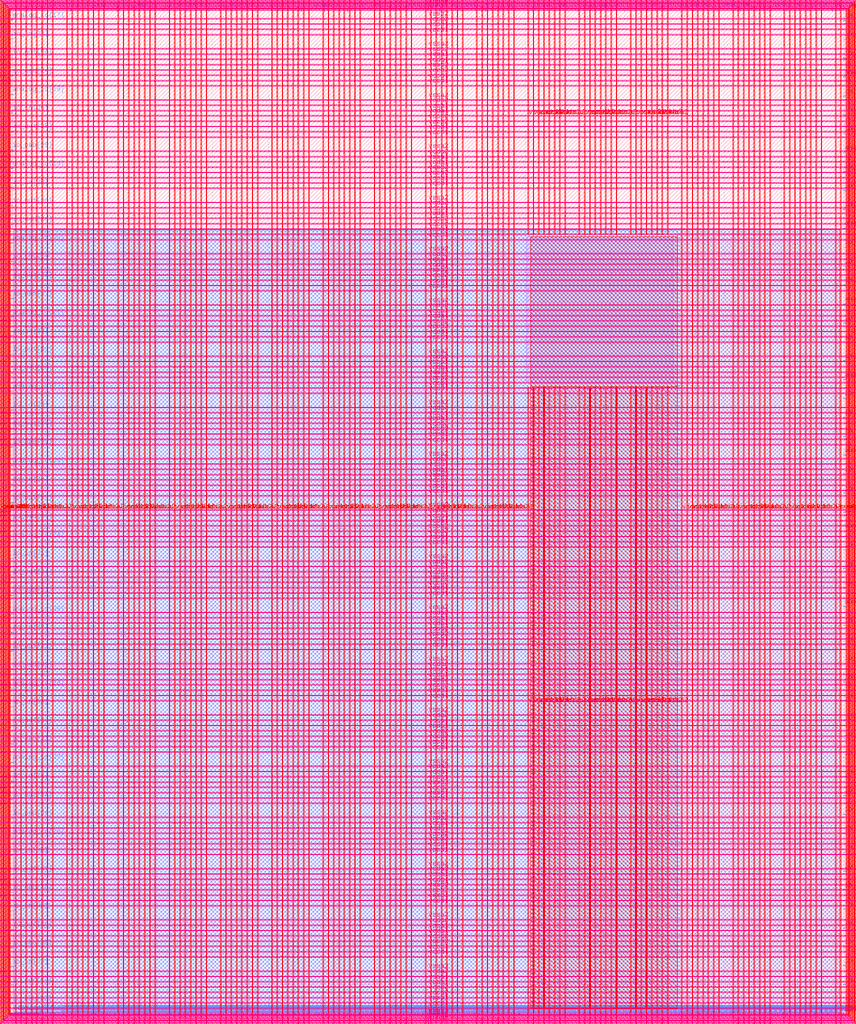
<source format=lef>
VERSION 5.7 ;
  NOWIREEXTENSIONATPIN ON ;
  DIVIDERCHAR "/" ;
  BUSBITCHARS "[]" ;
MACRO user_project_wrapper
  CLASS BLOCK ;
  FOREIGN user_project_wrapper ;
  ORIGIN 0.000 0.000 ;
  SIZE 2920.000 BY 3520.000 ;
  PIN analog_io[0]
    DIRECTION INOUT ;
    USE SIGNAL ;
    PORT
      LAYER met3 ;
        RECT 2917.600 1426.380 2924.800 1427.580 ;
    END
  END analog_io[0]
  PIN analog_io[10]
    DIRECTION INOUT ;
    USE SIGNAL ;
    PORT
      LAYER met2 ;
        RECT 2230.490 3517.600 2231.050 3524.800 ;
    END
  END analog_io[10]
  PIN analog_io[11]
    DIRECTION INOUT ;
    USE SIGNAL ;
    PORT
      LAYER met2 ;
        RECT 1905.730 3517.600 1906.290 3524.800 ;
    END
  END analog_io[11]
  PIN analog_io[12]
    DIRECTION INOUT ;
    USE SIGNAL ;
    PORT
      LAYER met2 ;
        RECT 1581.430 3517.600 1581.990 3524.800 ;
    END
  END analog_io[12]
  PIN analog_io[13]
    DIRECTION INOUT ;
    USE SIGNAL ;
    PORT
      LAYER met2 ;
        RECT 1257.130 3517.600 1257.690 3524.800 ;
    END
  END analog_io[13]
  PIN analog_io[14]
    DIRECTION INOUT ;
    USE SIGNAL ;
    PORT
      LAYER met2 ;
        RECT 932.370 3517.600 932.930 3524.800 ;
    END
  END analog_io[14]
  PIN analog_io[15]
    DIRECTION INOUT ;
    USE SIGNAL ;
    PORT
      LAYER met2 ;
        RECT 608.070 3517.600 608.630 3524.800 ;
    END
  END analog_io[15]
  PIN analog_io[16]
    DIRECTION INOUT ;
    USE SIGNAL ;
    PORT
      LAYER met2 ;
        RECT 283.770 3517.600 284.330 3524.800 ;
    END
  END analog_io[16]
  PIN analog_io[17]
    DIRECTION INOUT ;
    USE SIGNAL ;
    PORT
      LAYER met3 ;
        RECT -4.800 3486.100 2.400 3487.300 ;
    END
  END analog_io[17]
  PIN analog_io[18]
    DIRECTION INOUT ;
    USE SIGNAL ;
    PORT
      LAYER met3 ;
        RECT -4.800 3224.980 2.400 3226.180 ;
    END
  END analog_io[18]
  PIN analog_io[19]
    DIRECTION INOUT ;
    USE SIGNAL ;
    PORT
      LAYER met3 ;
        RECT -4.800 2964.540 2.400 2965.740 ;
    END
  END analog_io[19]
  PIN analog_io[1]
    DIRECTION INOUT ;
    USE SIGNAL ;
    PORT
      LAYER met3 ;
        RECT 2917.600 1692.260 2924.800 1693.460 ;
    END
  END analog_io[1]
  PIN analog_io[20]
    DIRECTION INOUT ;
    USE SIGNAL ;
    PORT
      LAYER met3 ;
        RECT -4.800 2703.420 2.400 2704.620 ;
    END
  END analog_io[20]
  PIN analog_io[21]
    DIRECTION INOUT ;
    USE SIGNAL ;
    PORT
      LAYER met3 ;
        RECT -4.800 2442.980 2.400 2444.180 ;
    END
  END analog_io[21]
  PIN analog_io[22]
    DIRECTION INOUT ;
    USE SIGNAL ;
    PORT
      LAYER met3 ;
        RECT -4.800 2182.540 2.400 2183.740 ;
    END
  END analog_io[22]
  PIN analog_io[23]
    DIRECTION INOUT ;
    USE SIGNAL ;
    PORT
      LAYER met3 ;
        RECT -4.800 1921.420 2.400 1922.620 ;
    END
  END analog_io[23]
  PIN analog_io[24]
    DIRECTION INOUT ;
    USE SIGNAL ;
    PORT
      LAYER met3 ;
        RECT -4.800 1660.980 2.400 1662.180 ;
    END
  END analog_io[24]
  PIN analog_io[25]
    DIRECTION INOUT ;
    USE SIGNAL ;
    PORT
      LAYER met3 ;
        RECT -4.800 1399.860 2.400 1401.060 ;
    END
  END analog_io[25]
  PIN analog_io[26]
    DIRECTION INOUT ;
    USE SIGNAL ;
    PORT
      LAYER met3 ;
        RECT -4.800 1139.420 2.400 1140.620 ;
    END
  END analog_io[26]
  PIN analog_io[27]
    DIRECTION INOUT ;
    USE SIGNAL ;
    PORT
      LAYER met3 ;
        RECT -4.800 878.980 2.400 880.180 ;
    END
  END analog_io[27]
  PIN analog_io[28]
    DIRECTION INOUT ;
    USE SIGNAL ;
    PORT
      LAYER met3 ;
        RECT -4.800 617.860 2.400 619.060 ;
    END
  END analog_io[28]
  PIN analog_io[2]
    DIRECTION INOUT ;
    USE SIGNAL ;
    PORT
      LAYER met3 ;
        RECT 2917.600 1958.140 2924.800 1959.340 ;
    END
  END analog_io[2]
  PIN analog_io[3]
    DIRECTION INOUT ;
    USE SIGNAL ;
    PORT
      LAYER met3 ;
        RECT 2917.600 2223.340 2924.800 2224.540 ;
    END
  END analog_io[3]
  PIN analog_io[4]
    DIRECTION INOUT ;
    USE SIGNAL ;
    PORT
      LAYER met3 ;
        RECT 2917.600 2489.220 2924.800 2490.420 ;
    END
  END analog_io[4]
  PIN analog_io[5]
    DIRECTION INOUT ;
    USE SIGNAL ;
    PORT
      LAYER met3 ;
        RECT 2917.600 2755.100 2924.800 2756.300 ;
    END
  END analog_io[5]
  PIN analog_io[6]
    DIRECTION INOUT ;
    USE SIGNAL ;
    PORT
      LAYER met3 ;
        RECT 2917.600 3020.300 2924.800 3021.500 ;
    END
  END analog_io[6]
  PIN analog_io[7]
    DIRECTION INOUT ;
    USE SIGNAL ;
    PORT
      LAYER met3 ;
        RECT 2917.600 3286.180 2924.800 3287.380 ;
    END
  END analog_io[7]
  PIN analog_io[8]
    DIRECTION INOUT ;
    USE SIGNAL ;
    PORT
      LAYER met2 ;
        RECT 2879.090 3517.600 2879.650 3524.800 ;
    END
  END analog_io[8]
  PIN analog_io[9]
    DIRECTION INOUT ;
    USE SIGNAL ;
    PORT
      LAYER met2 ;
        RECT 2554.790 3517.600 2555.350 3524.800 ;
    END
  END analog_io[9]
  PIN io_in[0]
    DIRECTION INPUT ;
    USE SIGNAL ;
    PORT
      LAYER met3 ;
        RECT 2917.600 32.380 2924.800 33.580 ;
    END
  END io_in[0]
  PIN io_in[10]
    DIRECTION INPUT ;
    USE SIGNAL ;
    PORT
      LAYER met3 ;
        RECT 2917.600 2289.980 2924.800 2291.180 ;
    END
  END io_in[10]
  PIN io_in[11]
    DIRECTION INPUT ;
    USE SIGNAL ;
    PORT
      LAYER met3 ;
        RECT 2917.600 2555.860 2924.800 2557.060 ;
    END
  END io_in[11]
  PIN io_in[12]
    DIRECTION INPUT ;
    USE SIGNAL ;
    PORT
      LAYER met3 ;
        RECT 2917.600 2821.060 2924.800 2822.260 ;
    END
  END io_in[12]
  PIN io_in[13]
    DIRECTION INPUT ;
    USE SIGNAL ;
    PORT
      LAYER met3 ;
        RECT 2917.600 3086.940 2924.800 3088.140 ;
    END
  END io_in[13]
  PIN io_in[14]
    DIRECTION INPUT ;
    USE SIGNAL ;
    PORT
      LAYER met3 ;
        RECT 2917.600 3352.820 2924.800 3354.020 ;
    END
  END io_in[14]
  PIN io_in[15]
    DIRECTION INPUT ;
    USE SIGNAL ;
    PORT
      LAYER met2 ;
        RECT 2798.130 3517.600 2798.690 3524.800 ;
    END
  END io_in[15]
  PIN io_in[16]
    DIRECTION INPUT ;
    USE SIGNAL ;
    PORT
      LAYER met2 ;
        RECT 2473.830 3517.600 2474.390 3524.800 ;
    END
  END io_in[16]
  PIN io_in[17]
    DIRECTION INPUT ;
    USE SIGNAL ;
    PORT
      LAYER met2 ;
        RECT 2149.070 3517.600 2149.630 3524.800 ;
    END
  END io_in[17]
  PIN io_in[18]
    DIRECTION INPUT ;
    USE SIGNAL ;
    PORT
      LAYER met2 ;
        RECT 1824.770 3517.600 1825.330 3524.800 ;
    END
  END io_in[18]
  PIN io_in[19]
    DIRECTION INPUT ;
    USE SIGNAL ;
    PORT
      LAYER met2 ;
        RECT 1500.470 3517.600 1501.030 3524.800 ;
    END
  END io_in[19]
  PIN io_in[1]
    DIRECTION INPUT ;
    USE SIGNAL ;
    PORT
      LAYER met3 ;
        RECT 2917.600 230.940 2924.800 232.140 ;
    END
  END io_in[1]
  PIN io_in[20]
    DIRECTION INPUT ;
    USE SIGNAL ;
    PORT
      LAYER met2 ;
        RECT 1175.710 3517.600 1176.270 3524.800 ;
    END
  END io_in[20]
  PIN io_in[21]
    DIRECTION INPUT ;
    USE SIGNAL ;
    PORT
      LAYER met2 ;
        RECT 851.410 3517.600 851.970 3524.800 ;
    END
  END io_in[21]
  PIN io_in[22]
    DIRECTION INPUT ;
    USE SIGNAL ;
    PORT
      LAYER met2 ;
        RECT 527.110 3517.600 527.670 3524.800 ;
    END
  END io_in[22]
  PIN io_in[23]
    DIRECTION INPUT ;
    USE SIGNAL ;
    PORT
      LAYER met2 ;
        RECT 202.350 3517.600 202.910 3524.800 ;
    END
  END io_in[23]
  PIN io_in[24]
    DIRECTION INPUT ;
    USE SIGNAL ;
    PORT
      LAYER met3 ;
        RECT -4.800 3420.820 2.400 3422.020 ;
    END
  END io_in[24]
  PIN io_in[25]
    DIRECTION INPUT ;
    USE SIGNAL ;
    PORT
      LAYER met3 ;
        RECT -4.800 3159.700 2.400 3160.900 ;
    END
  END io_in[25]
  PIN io_in[26]
    DIRECTION INPUT ;
    USE SIGNAL ;
    PORT
      LAYER met3 ;
        RECT -4.800 2899.260 2.400 2900.460 ;
    END
  END io_in[26]
  PIN io_in[27]
    DIRECTION INPUT ;
    USE SIGNAL ;
    PORT
      LAYER met3 ;
        RECT -4.800 2638.820 2.400 2640.020 ;
    END
  END io_in[27]
  PIN io_in[28]
    DIRECTION INPUT ;
    USE SIGNAL ;
    PORT
      LAYER met3 ;
        RECT -4.800 2377.700 2.400 2378.900 ;
    END
  END io_in[28]
  PIN io_in[29]
    DIRECTION INPUT ;
    USE SIGNAL ;
    PORT
      LAYER met3 ;
        RECT -4.800 2117.260 2.400 2118.460 ;
    END
  END io_in[29]
  PIN io_in[2]
    DIRECTION INPUT ;
    USE SIGNAL ;
    PORT
      LAYER met3 ;
        RECT 2917.600 430.180 2924.800 431.380 ;
    END
  END io_in[2]
  PIN io_in[30]
    DIRECTION INPUT ;
    USE SIGNAL ;
    PORT
      LAYER met3 ;
        RECT -4.800 1856.140 2.400 1857.340 ;
    END
  END io_in[30]
  PIN io_in[31]
    DIRECTION INPUT ;
    USE SIGNAL ;
    PORT
      LAYER met3 ;
        RECT -4.800 1595.700 2.400 1596.900 ;
    END
  END io_in[31]
  PIN io_in[32]
    DIRECTION INPUT ;
    USE SIGNAL ;
    PORT
      LAYER met3 ;
        RECT -4.800 1335.260 2.400 1336.460 ;
    END
  END io_in[32]
  PIN io_in[33]
    DIRECTION INPUT ;
    USE SIGNAL ;
    PORT
      LAYER met3 ;
        RECT -4.800 1074.140 2.400 1075.340 ;
    END
  END io_in[33]
  PIN io_in[34]
    DIRECTION INPUT ;
    USE SIGNAL ;
    PORT
      LAYER met3 ;
        RECT -4.800 813.700 2.400 814.900 ;
    END
  END io_in[34]
  PIN io_in[35]
    DIRECTION INPUT ;
    USE SIGNAL ;
    PORT
      LAYER met3 ;
        RECT -4.800 552.580 2.400 553.780 ;
    END
  END io_in[35]
  PIN io_in[36]
    DIRECTION INPUT ;
    USE SIGNAL ;
    PORT
      LAYER met3 ;
        RECT -4.800 357.420 2.400 358.620 ;
    END
  END io_in[36]
  PIN io_in[37]
    DIRECTION INPUT ;
    USE SIGNAL ;
    PORT
      LAYER met3 ;
        RECT -4.800 161.580 2.400 162.780 ;
    END
  END io_in[37]
  PIN io_in[3]
    DIRECTION INPUT ;
    USE SIGNAL ;
    PORT
      LAYER met3 ;
        RECT 2917.600 629.420 2924.800 630.620 ;
    END
  END io_in[3]
  PIN io_in[4]
    DIRECTION INPUT ;
    USE SIGNAL ;
    PORT
      LAYER met3 ;
        RECT 2917.600 828.660 2924.800 829.860 ;
    END
  END io_in[4]
  PIN io_in[5]
    DIRECTION INPUT ;
    USE SIGNAL ;
    PORT
      LAYER met3 ;
        RECT 2917.600 1027.900 2924.800 1029.100 ;
    END
  END io_in[5]
  PIN io_in[6]
    DIRECTION INPUT ;
    USE SIGNAL ;
    PORT
      LAYER met3 ;
        RECT 2917.600 1227.140 2924.800 1228.340 ;
    END
  END io_in[6]
  PIN io_in[7]
    DIRECTION INPUT ;
    USE SIGNAL ;
    PORT
      LAYER met3 ;
        RECT 2917.600 1493.020 2924.800 1494.220 ;
    END
  END io_in[7]
  PIN io_in[8]
    DIRECTION INPUT ;
    USE SIGNAL ;
    PORT
      LAYER met3 ;
        RECT 2917.600 1758.900 2924.800 1760.100 ;
    END
  END io_in[8]
  PIN io_in[9]
    DIRECTION INPUT ;
    USE SIGNAL ;
    PORT
      LAYER met3 ;
        RECT 2917.600 2024.100 2924.800 2025.300 ;
    END
  END io_in[9]
  PIN io_oeb[0]
    DIRECTION OUTPUT TRISTATE ;
    USE SIGNAL ;
    PORT
      LAYER met3 ;
        RECT 2917.600 164.980 2924.800 166.180 ;
    END
  END io_oeb[0]
  PIN io_oeb[10]
    DIRECTION OUTPUT TRISTATE ;
    USE SIGNAL ;
    PORT
      LAYER met3 ;
        RECT 2917.600 2422.580 2924.800 2423.780 ;
    END
  END io_oeb[10]
  PIN io_oeb[11]
    DIRECTION OUTPUT TRISTATE ;
    USE SIGNAL ;
    PORT
      LAYER met3 ;
        RECT 2917.600 2688.460 2924.800 2689.660 ;
    END
  END io_oeb[11]
  PIN io_oeb[12]
    DIRECTION OUTPUT TRISTATE ;
    USE SIGNAL ;
    PORT
      LAYER met3 ;
        RECT 2917.600 2954.340 2924.800 2955.540 ;
    END
  END io_oeb[12]
  PIN io_oeb[13]
    DIRECTION OUTPUT TRISTATE ;
    USE SIGNAL ;
    PORT
      LAYER met3 ;
        RECT 2917.600 3219.540 2924.800 3220.740 ;
    END
  END io_oeb[13]
  PIN io_oeb[14]
    DIRECTION OUTPUT TRISTATE ;
    USE SIGNAL ;
    PORT
      LAYER met3 ;
        RECT 2917.600 3485.420 2924.800 3486.620 ;
    END
  END io_oeb[14]
  PIN io_oeb[15]
    DIRECTION OUTPUT TRISTATE ;
    USE SIGNAL ;
    PORT
      LAYER met2 ;
        RECT 2635.750 3517.600 2636.310 3524.800 ;
    END
  END io_oeb[15]
  PIN io_oeb[16]
    DIRECTION OUTPUT TRISTATE ;
    USE SIGNAL ;
    PORT
      LAYER met2 ;
        RECT 2311.450 3517.600 2312.010 3524.800 ;
    END
  END io_oeb[16]
  PIN io_oeb[17]
    DIRECTION OUTPUT TRISTATE ;
    USE SIGNAL ;
    PORT
      LAYER met2 ;
        RECT 1987.150 3517.600 1987.710 3524.800 ;
    END
  END io_oeb[17]
  PIN io_oeb[18]
    DIRECTION OUTPUT TRISTATE ;
    USE SIGNAL ;
    PORT
      LAYER met2 ;
        RECT 1662.390 3517.600 1662.950 3524.800 ;
    END
  END io_oeb[18]
  PIN io_oeb[19]
    DIRECTION OUTPUT TRISTATE ;
    USE SIGNAL ;
    PORT
      LAYER met2 ;
        RECT 1338.090 3517.600 1338.650 3524.800 ;
    END
  END io_oeb[19]
  PIN io_oeb[1]
    DIRECTION OUTPUT TRISTATE ;
    USE SIGNAL ;
    PORT
      LAYER met3 ;
        RECT 2917.600 364.220 2924.800 365.420 ;
    END
  END io_oeb[1]
  PIN io_oeb[20]
    DIRECTION OUTPUT TRISTATE ;
    USE SIGNAL ;
    PORT
      LAYER met2 ;
        RECT 1013.790 3517.600 1014.350 3524.800 ;
    END
  END io_oeb[20]
  PIN io_oeb[21]
    DIRECTION OUTPUT TRISTATE ;
    USE SIGNAL ;
    PORT
      LAYER met2 ;
        RECT 689.030 3517.600 689.590 3524.800 ;
    END
  END io_oeb[21]
  PIN io_oeb[22]
    DIRECTION OUTPUT TRISTATE ;
    USE SIGNAL ;
    PORT
      LAYER met2 ;
        RECT 364.730 3517.600 365.290 3524.800 ;
    END
  END io_oeb[22]
  PIN io_oeb[23]
    DIRECTION OUTPUT TRISTATE ;
    USE SIGNAL ;
    PORT
      LAYER met2 ;
        RECT 40.430 3517.600 40.990 3524.800 ;
    END
  END io_oeb[23]
  PIN io_oeb[24]
    DIRECTION OUTPUT TRISTATE ;
    USE SIGNAL ;
    PORT
      LAYER met3 ;
        RECT -4.800 3290.260 2.400 3291.460 ;
    END
  END io_oeb[24]
  PIN io_oeb[25]
    DIRECTION OUTPUT TRISTATE ;
    USE SIGNAL ;
    PORT
      LAYER met3 ;
        RECT -4.800 3029.820 2.400 3031.020 ;
    END
  END io_oeb[25]
  PIN io_oeb[26]
    DIRECTION OUTPUT TRISTATE ;
    USE SIGNAL ;
    PORT
      LAYER met3 ;
        RECT -4.800 2768.700 2.400 2769.900 ;
    END
  END io_oeb[26]
  PIN io_oeb[27]
    DIRECTION OUTPUT TRISTATE ;
    USE SIGNAL ;
    PORT
      LAYER met3 ;
        RECT -4.800 2508.260 2.400 2509.460 ;
    END
  END io_oeb[27]
  PIN io_oeb[28]
    DIRECTION OUTPUT TRISTATE ;
    USE SIGNAL ;
    PORT
      LAYER met3 ;
        RECT -4.800 2247.140 2.400 2248.340 ;
    END
  END io_oeb[28]
  PIN io_oeb[29]
    DIRECTION OUTPUT TRISTATE ;
    USE SIGNAL ;
    PORT
      LAYER met3 ;
        RECT -4.800 1986.700 2.400 1987.900 ;
    END
  END io_oeb[29]
  PIN io_oeb[2]
    DIRECTION OUTPUT TRISTATE ;
    USE SIGNAL ;
    PORT
      LAYER met3 ;
        RECT 2917.600 563.460 2924.800 564.660 ;
    END
  END io_oeb[2]
  PIN io_oeb[30]
    DIRECTION OUTPUT TRISTATE ;
    USE SIGNAL ;
    PORT
      LAYER met3 ;
        RECT -4.800 1726.260 2.400 1727.460 ;
    END
  END io_oeb[30]
  PIN io_oeb[31]
    DIRECTION OUTPUT TRISTATE ;
    USE SIGNAL ;
    PORT
      LAYER met3 ;
        RECT -4.800 1465.140 2.400 1466.340 ;
    END
  END io_oeb[31]
  PIN io_oeb[32]
    DIRECTION OUTPUT TRISTATE ;
    USE SIGNAL ;
    PORT
      LAYER met3 ;
        RECT -4.800 1204.700 2.400 1205.900 ;
    END
  END io_oeb[32]
  PIN io_oeb[33]
    DIRECTION OUTPUT TRISTATE ;
    USE SIGNAL ;
    PORT
      LAYER met3 ;
        RECT -4.800 943.580 2.400 944.780 ;
    END
  END io_oeb[33]
  PIN io_oeb[34]
    DIRECTION OUTPUT TRISTATE ;
    USE SIGNAL ;
    PORT
      LAYER met3 ;
        RECT -4.800 683.140 2.400 684.340 ;
    END
  END io_oeb[34]
  PIN io_oeb[35]
    DIRECTION OUTPUT TRISTATE ;
    USE SIGNAL ;
    PORT
      LAYER met3 ;
        RECT -4.800 422.700 2.400 423.900 ;
    END
  END io_oeb[35]
  PIN io_oeb[36]
    DIRECTION OUTPUT TRISTATE ;
    USE SIGNAL ;
    PORT
      LAYER met3 ;
        RECT -4.800 226.860 2.400 228.060 ;
    END
  END io_oeb[36]
  PIN io_oeb[37]
    DIRECTION OUTPUT TRISTATE ;
    USE SIGNAL ;
    PORT
      LAYER met3 ;
        RECT -4.800 31.700 2.400 32.900 ;
    END
  END io_oeb[37]
  PIN io_oeb[3]
    DIRECTION OUTPUT TRISTATE ;
    USE SIGNAL ;
    PORT
      LAYER met3 ;
        RECT 2917.600 762.700 2924.800 763.900 ;
    END
  END io_oeb[3]
  PIN io_oeb[4]
    DIRECTION OUTPUT TRISTATE ;
    USE SIGNAL ;
    PORT
      LAYER met3 ;
        RECT 2917.600 961.940 2924.800 963.140 ;
    END
  END io_oeb[4]
  PIN io_oeb[5]
    DIRECTION OUTPUT TRISTATE ;
    USE SIGNAL ;
    PORT
      LAYER met3 ;
        RECT 2917.600 1161.180 2924.800 1162.380 ;
    END
  END io_oeb[5]
  PIN io_oeb[6]
    DIRECTION OUTPUT TRISTATE ;
    USE SIGNAL ;
    PORT
      LAYER met3 ;
        RECT 2917.600 1360.420 2924.800 1361.620 ;
    END
  END io_oeb[6]
  PIN io_oeb[7]
    DIRECTION OUTPUT TRISTATE ;
    USE SIGNAL ;
    PORT
      LAYER met3 ;
        RECT 2917.600 1625.620 2924.800 1626.820 ;
    END
  END io_oeb[7]
  PIN io_oeb[8]
    DIRECTION OUTPUT TRISTATE ;
    USE SIGNAL ;
    PORT
      LAYER met3 ;
        RECT 2917.600 1891.500 2924.800 1892.700 ;
    END
  END io_oeb[8]
  PIN io_oeb[9]
    DIRECTION OUTPUT TRISTATE ;
    USE SIGNAL ;
    PORT
      LAYER met3 ;
        RECT 2917.600 2157.380 2924.800 2158.580 ;
    END
  END io_oeb[9]
  PIN io_out[0]
    DIRECTION OUTPUT TRISTATE ;
    USE SIGNAL ;
    PORT
      LAYER met3 ;
        RECT 2917.600 98.340 2924.800 99.540 ;
    END
  END io_out[0]
  PIN io_out[10]
    DIRECTION OUTPUT TRISTATE ;
    USE SIGNAL ;
    PORT
      LAYER met3 ;
        RECT 2917.600 2356.620 2924.800 2357.820 ;
    END
  END io_out[10]
  PIN io_out[11]
    DIRECTION OUTPUT TRISTATE ;
    USE SIGNAL ;
    PORT
      LAYER met3 ;
        RECT 2917.600 2621.820 2924.800 2623.020 ;
    END
  END io_out[11]
  PIN io_out[12]
    DIRECTION OUTPUT TRISTATE ;
    USE SIGNAL ;
    PORT
      LAYER met3 ;
        RECT 2917.600 2887.700 2924.800 2888.900 ;
    END
  END io_out[12]
  PIN io_out[13]
    DIRECTION OUTPUT TRISTATE ;
    USE SIGNAL ;
    PORT
      LAYER met3 ;
        RECT 2917.600 3153.580 2924.800 3154.780 ;
    END
  END io_out[13]
  PIN io_out[14]
    DIRECTION OUTPUT TRISTATE ;
    USE SIGNAL ;
    PORT
      LAYER met3 ;
        RECT 2917.600 3418.780 2924.800 3419.980 ;
    END
  END io_out[14]
  PIN io_out[15]
    DIRECTION OUTPUT TRISTATE ;
    USE SIGNAL ;
    PORT
      LAYER met2 ;
        RECT 2717.170 3517.600 2717.730 3524.800 ;
    END
  END io_out[15]
  PIN io_out[16]
    DIRECTION OUTPUT TRISTATE ;
    USE SIGNAL ;
    PORT
      LAYER met2 ;
        RECT 2392.410 3517.600 2392.970 3524.800 ;
    END
  END io_out[16]
  PIN io_out[17]
    DIRECTION OUTPUT TRISTATE ;
    USE SIGNAL ;
    PORT
      LAYER met2 ;
        RECT 2068.110 3517.600 2068.670 3524.800 ;
    END
  END io_out[17]
  PIN io_out[18]
    DIRECTION OUTPUT TRISTATE ;
    USE SIGNAL ;
    PORT
      LAYER met2 ;
        RECT 1743.810 3517.600 1744.370 3524.800 ;
    END
  END io_out[18]
  PIN io_out[19]
    DIRECTION OUTPUT TRISTATE ;
    USE SIGNAL ;
    PORT
      LAYER met2 ;
        RECT 1419.050 3517.600 1419.610 3524.800 ;
    END
  END io_out[19]
  PIN io_out[1]
    DIRECTION OUTPUT TRISTATE ;
    USE SIGNAL ;
    PORT
      LAYER met3 ;
        RECT 2917.600 297.580 2924.800 298.780 ;
    END
  END io_out[1]
  PIN io_out[20]
    DIRECTION OUTPUT TRISTATE ;
    USE SIGNAL ;
    PORT
      LAYER met2 ;
        RECT 1094.750 3517.600 1095.310 3524.800 ;
    END
  END io_out[20]
  PIN io_out[21]
    DIRECTION OUTPUT TRISTATE ;
    USE SIGNAL ;
    PORT
      LAYER met2 ;
        RECT 770.450 3517.600 771.010 3524.800 ;
    END
  END io_out[21]
  PIN io_out[22]
    DIRECTION OUTPUT TRISTATE ;
    USE SIGNAL ;
    PORT
      LAYER met2 ;
        RECT 445.690 3517.600 446.250 3524.800 ;
    END
  END io_out[22]
  PIN io_out[23]
    DIRECTION OUTPUT TRISTATE ;
    USE SIGNAL ;
    PORT
      LAYER met2 ;
        RECT 121.390 3517.600 121.950 3524.800 ;
    END
  END io_out[23]
  PIN io_out[24]
    DIRECTION OUTPUT TRISTATE ;
    USE SIGNAL ;
    PORT
      LAYER met3 ;
        RECT -4.800 3355.540 2.400 3356.740 ;
    END
  END io_out[24]
  PIN io_out[25]
    DIRECTION OUTPUT TRISTATE ;
    USE SIGNAL ;
    PORT
      LAYER met3 ;
        RECT -4.800 3095.100 2.400 3096.300 ;
    END
  END io_out[25]
  PIN io_out[26]
    DIRECTION OUTPUT TRISTATE ;
    USE SIGNAL ;
    PORT
      LAYER met3 ;
        RECT -4.800 2833.980 2.400 2835.180 ;
    END
  END io_out[26]
  PIN io_out[27]
    DIRECTION OUTPUT TRISTATE ;
    USE SIGNAL ;
    PORT
      LAYER met3 ;
        RECT -4.800 2573.540 2.400 2574.740 ;
    END
  END io_out[27]
  PIN io_out[28]
    DIRECTION OUTPUT TRISTATE ;
    USE SIGNAL ;
    PORT
      LAYER met3 ;
        RECT -4.800 2312.420 2.400 2313.620 ;
    END
  END io_out[28]
  PIN io_out[29]
    DIRECTION OUTPUT TRISTATE ;
    USE SIGNAL ;
    PORT
      LAYER met3 ;
        RECT -4.800 2051.980 2.400 2053.180 ;
    END
  END io_out[29]
  PIN io_out[2]
    DIRECTION OUTPUT TRISTATE ;
    USE SIGNAL ;
    PORT
      LAYER met3 ;
        RECT 2917.600 496.820 2924.800 498.020 ;
    END
  END io_out[2]
  PIN io_out[30]
    DIRECTION OUTPUT TRISTATE ;
    USE SIGNAL ;
    PORT
      LAYER met3 ;
        RECT -4.800 1791.540 2.400 1792.740 ;
    END
  END io_out[30]
  PIN io_out[31]
    DIRECTION OUTPUT TRISTATE ;
    USE SIGNAL ;
    PORT
      LAYER met3 ;
        RECT -4.800 1530.420 2.400 1531.620 ;
    END
  END io_out[31]
  PIN io_out[32]
    DIRECTION OUTPUT TRISTATE ;
    USE SIGNAL ;
    PORT
      LAYER met3 ;
        RECT -4.800 1269.980 2.400 1271.180 ;
    END
  END io_out[32]
  PIN io_out[33]
    DIRECTION OUTPUT TRISTATE ;
    USE SIGNAL ;
    PORT
      LAYER met3 ;
        RECT -4.800 1008.860 2.400 1010.060 ;
    END
  END io_out[33]
  PIN io_out[34]
    DIRECTION OUTPUT TRISTATE ;
    USE SIGNAL ;
    PORT
      LAYER met3 ;
        RECT -4.800 748.420 2.400 749.620 ;
    END
  END io_out[34]
  PIN io_out[35]
    DIRECTION OUTPUT TRISTATE ;
    USE SIGNAL ;
    PORT
      LAYER met3 ;
        RECT -4.800 487.300 2.400 488.500 ;
    END
  END io_out[35]
  PIN io_out[36]
    DIRECTION OUTPUT TRISTATE ;
    USE SIGNAL ;
    PORT
      LAYER met3 ;
        RECT -4.800 292.140 2.400 293.340 ;
    END
  END io_out[36]
  PIN io_out[37]
    DIRECTION OUTPUT TRISTATE ;
    USE SIGNAL ;
    PORT
      LAYER met3 ;
        RECT -4.800 96.300 2.400 97.500 ;
    END
  END io_out[37]
  PIN io_out[3]
    DIRECTION OUTPUT TRISTATE ;
    USE SIGNAL ;
    PORT
      LAYER met3 ;
        RECT 2917.600 696.060 2924.800 697.260 ;
    END
  END io_out[3]
  PIN io_out[4]
    DIRECTION OUTPUT TRISTATE ;
    USE SIGNAL ;
    PORT
      LAYER met3 ;
        RECT 2917.600 895.300 2924.800 896.500 ;
    END
  END io_out[4]
  PIN io_out[5]
    DIRECTION OUTPUT TRISTATE ;
    USE SIGNAL ;
    PORT
      LAYER met3 ;
        RECT 2917.600 1094.540 2924.800 1095.740 ;
    END
  END io_out[5]
  PIN io_out[6]
    DIRECTION OUTPUT TRISTATE ;
    USE SIGNAL ;
    PORT
      LAYER met3 ;
        RECT 2917.600 1293.780 2924.800 1294.980 ;
    END
  END io_out[6]
  PIN io_out[7]
    DIRECTION OUTPUT TRISTATE ;
    USE SIGNAL ;
    PORT
      LAYER met3 ;
        RECT 2917.600 1559.660 2924.800 1560.860 ;
    END
  END io_out[7]
  PIN io_out[8]
    DIRECTION OUTPUT TRISTATE ;
    USE SIGNAL ;
    PORT
      LAYER met3 ;
        RECT 2917.600 1824.860 2924.800 1826.060 ;
    END
  END io_out[8]
  PIN io_out[9]
    DIRECTION OUTPUT TRISTATE ;
    USE SIGNAL ;
    PORT
      LAYER met3 ;
        RECT 2917.600 2090.740 2924.800 2091.940 ;
    END
  END io_out[9]
  PIN la_data_in[0]
    DIRECTION INPUT ;
    USE SIGNAL ;
    PORT
      LAYER met2 ;
        RECT 629.230 -4.800 629.790 2.400 ;
    END
  END la_data_in[0]
  PIN la_data_in[100]
    DIRECTION INPUT ;
    USE SIGNAL ;
    PORT
      LAYER met2 ;
        RECT 2402.530 -4.800 2403.090 2.400 ;
    END
  END la_data_in[100]
  PIN la_data_in[101]
    DIRECTION INPUT ;
    USE SIGNAL ;
    PORT
      LAYER met2 ;
        RECT 2420.010 -4.800 2420.570 2.400 ;
    END
  END la_data_in[101]
  PIN la_data_in[102]
    DIRECTION INPUT ;
    USE SIGNAL ;
    PORT
      LAYER met2 ;
        RECT 2437.950 -4.800 2438.510 2.400 ;
    END
  END la_data_in[102]
  PIN la_data_in[103]
    DIRECTION INPUT ;
    USE SIGNAL ;
    PORT
      LAYER met2 ;
        RECT 2455.430 -4.800 2455.990 2.400 ;
    END
  END la_data_in[103]
  PIN la_data_in[104]
    DIRECTION INPUT ;
    USE SIGNAL ;
    PORT
      LAYER met2 ;
        RECT 2473.370 -4.800 2473.930 2.400 ;
    END
  END la_data_in[104]
  PIN la_data_in[105]
    DIRECTION INPUT ;
    USE SIGNAL ;
    PORT
      LAYER met2 ;
        RECT 2490.850 -4.800 2491.410 2.400 ;
    END
  END la_data_in[105]
  PIN la_data_in[106]
    DIRECTION INPUT ;
    USE SIGNAL ;
    PORT
      LAYER met2 ;
        RECT 2508.790 -4.800 2509.350 2.400 ;
    END
  END la_data_in[106]
  PIN la_data_in[107]
    DIRECTION INPUT ;
    USE SIGNAL ;
    PORT
      LAYER met2 ;
        RECT 2526.730 -4.800 2527.290 2.400 ;
    END
  END la_data_in[107]
  PIN la_data_in[108]
    DIRECTION INPUT ;
    USE SIGNAL ;
    PORT
      LAYER met2 ;
        RECT 2544.210 -4.800 2544.770 2.400 ;
    END
  END la_data_in[108]
  PIN la_data_in[109]
    DIRECTION INPUT ;
    USE SIGNAL ;
    PORT
      LAYER met2 ;
        RECT 2562.150 -4.800 2562.710 2.400 ;
    END
  END la_data_in[109]
  PIN la_data_in[10]
    DIRECTION INPUT ;
    USE SIGNAL ;
    PORT
      LAYER met2 ;
        RECT 806.330 -4.800 806.890 2.400 ;
    END
  END la_data_in[10]
  PIN la_data_in[110]
    DIRECTION INPUT ;
    USE SIGNAL ;
    PORT
      LAYER met2 ;
        RECT 2579.630 -4.800 2580.190 2.400 ;
    END
  END la_data_in[110]
  PIN la_data_in[111]
    DIRECTION INPUT ;
    USE SIGNAL ;
    PORT
      LAYER met2 ;
        RECT 2597.570 -4.800 2598.130 2.400 ;
    END
  END la_data_in[111]
  PIN la_data_in[112]
    DIRECTION INPUT ;
    USE SIGNAL ;
    PORT
      LAYER met2 ;
        RECT 2615.050 -4.800 2615.610 2.400 ;
    END
  END la_data_in[112]
  PIN la_data_in[113]
    DIRECTION INPUT ;
    USE SIGNAL ;
    PORT
      LAYER met2 ;
        RECT 2632.990 -4.800 2633.550 2.400 ;
    END
  END la_data_in[113]
  PIN la_data_in[114]
    DIRECTION INPUT ;
    USE SIGNAL ;
    PORT
      LAYER met2 ;
        RECT 2650.470 -4.800 2651.030 2.400 ;
    END
  END la_data_in[114]
  PIN la_data_in[115]
    DIRECTION INPUT ;
    USE SIGNAL ;
    PORT
      LAYER met2 ;
        RECT 2668.410 -4.800 2668.970 2.400 ;
    END
  END la_data_in[115]
  PIN la_data_in[116]
    DIRECTION INPUT ;
    USE SIGNAL ;
    PORT
      LAYER met2 ;
        RECT 2685.890 -4.800 2686.450 2.400 ;
    END
  END la_data_in[116]
  PIN la_data_in[117]
    DIRECTION INPUT ;
    USE SIGNAL ;
    PORT
      LAYER met2 ;
        RECT 2703.830 -4.800 2704.390 2.400 ;
    END
  END la_data_in[117]
  PIN la_data_in[118]
    DIRECTION INPUT ;
    USE SIGNAL ;
    PORT
      LAYER met2 ;
        RECT 2721.770 -4.800 2722.330 2.400 ;
    END
  END la_data_in[118]
  PIN la_data_in[119]
    DIRECTION INPUT ;
    USE SIGNAL ;
    PORT
      LAYER met2 ;
        RECT 2739.250 -4.800 2739.810 2.400 ;
    END
  END la_data_in[119]
  PIN la_data_in[11]
    DIRECTION INPUT ;
    USE SIGNAL ;
    PORT
      LAYER met2 ;
        RECT 824.270 -4.800 824.830 2.400 ;
    END
  END la_data_in[11]
  PIN la_data_in[120]
    DIRECTION INPUT ;
    USE SIGNAL ;
    PORT
      LAYER met2 ;
        RECT 2757.190 -4.800 2757.750 2.400 ;
    END
  END la_data_in[120]
  PIN la_data_in[121]
    DIRECTION INPUT ;
    USE SIGNAL ;
    PORT
      LAYER met2 ;
        RECT 2774.670 -4.800 2775.230 2.400 ;
    END
  END la_data_in[121]
  PIN la_data_in[122]
    DIRECTION INPUT ;
    USE SIGNAL ;
    PORT
      LAYER met2 ;
        RECT 2792.610 -4.800 2793.170 2.400 ;
    END
  END la_data_in[122]
  PIN la_data_in[123]
    DIRECTION INPUT ;
    USE SIGNAL ;
    PORT
      LAYER met2 ;
        RECT 2810.090 -4.800 2810.650 2.400 ;
    END
  END la_data_in[123]
  PIN la_data_in[124]
    DIRECTION INPUT ;
    USE SIGNAL ;
    PORT
      LAYER met2 ;
        RECT 2828.030 -4.800 2828.590 2.400 ;
    END
  END la_data_in[124]
  PIN la_data_in[125]
    DIRECTION INPUT ;
    USE SIGNAL ;
    PORT
      LAYER met2 ;
        RECT 2845.510 -4.800 2846.070 2.400 ;
    END
  END la_data_in[125]
  PIN la_data_in[126]
    DIRECTION INPUT ;
    USE SIGNAL ;
    PORT
      LAYER met2 ;
        RECT 2863.450 -4.800 2864.010 2.400 ;
    END
  END la_data_in[126]
  PIN la_data_in[127]
    DIRECTION INPUT ;
    USE SIGNAL ;
    PORT
      LAYER met2 ;
        RECT 2881.390 -4.800 2881.950 2.400 ;
    END
  END la_data_in[127]
  PIN la_data_in[12]
    DIRECTION INPUT ;
    USE SIGNAL ;
    PORT
      LAYER met2 ;
        RECT 841.750 -4.800 842.310 2.400 ;
    END
  END la_data_in[12]
  PIN la_data_in[13]
    DIRECTION INPUT ;
    USE SIGNAL ;
    PORT
      LAYER met2 ;
        RECT 859.690 -4.800 860.250 2.400 ;
    END
  END la_data_in[13]
  PIN la_data_in[14]
    DIRECTION INPUT ;
    USE SIGNAL ;
    PORT
      LAYER met2 ;
        RECT 877.170 -4.800 877.730 2.400 ;
    END
  END la_data_in[14]
  PIN la_data_in[15]
    DIRECTION INPUT ;
    USE SIGNAL ;
    PORT
      LAYER met2 ;
        RECT 895.110 -4.800 895.670 2.400 ;
    END
  END la_data_in[15]
  PIN la_data_in[16]
    DIRECTION INPUT ;
    USE SIGNAL ;
    PORT
      LAYER met2 ;
        RECT 912.590 -4.800 913.150 2.400 ;
    END
  END la_data_in[16]
  PIN la_data_in[17]
    DIRECTION INPUT ;
    USE SIGNAL ;
    PORT
      LAYER met2 ;
        RECT 930.530 -4.800 931.090 2.400 ;
    END
  END la_data_in[17]
  PIN la_data_in[18]
    DIRECTION INPUT ;
    USE SIGNAL ;
    PORT
      LAYER met2 ;
        RECT 948.470 -4.800 949.030 2.400 ;
    END
  END la_data_in[18]
  PIN la_data_in[19]
    DIRECTION INPUT ;
    USE SIGNAL ;
    PORT
      LAYER met2 ;
        RECT 965.950 -4.800 966.510 2.400 ;
    END
  END la_data_in[19]
  PIN la_data_in[1]
    DIRECTION INPUT ;
    USE SIGNAL ;
    PORT
      LAYER met2 ;
        RECT 646.710 -4.800 647.270 2.400 ;
    END
  END la_data_in[1]
  PIN la_data_in[20]
    DIRECTION INPUT ;
    USE SIGNAL ;
    PORT
      LAYER met2 ;
        RECT 983.890 -4.800 984.450 2.400 ;
    END
  END la_data_in[20]
  PIN la_data_in[21]
    DIRECTION INPUT ;
    USE SIGNAL ;
    PORT
      LAYER met2 ;
        RECT 1001.370 -4.800 1001.930 2.400 ;
    END
  END la_data_in[21]
  PIN la_data_in[22]
    DIRECTION INPUT ;
    USE SIGNAL ;
    PORT
      LAYER met2 ;
        RECT 1019.310 -4.800 1019.870 2.400 ;
    END
  END la_data_in[22]
  PIN la_data_in[23]
    DIRECTION INPUT ;
    USE SIGNAL ;
    PORT
      LAYER met2 ;
        RECT 1036.790 -4.800 1037.350 2.400 ;
    END
  END la_data_in[23]
  PIN la_data_in[24]
    DIRECTION INPUT ;
    USE SIGNAL ;
    PORT
      LAYER met2 ;
        RECT 1054.730 -4.800 1055.290 2.400 ;
    END
  END la_data_in[24]
  PIN la_data_in[25]
    DIRECTION INPUT ;
    USE SIGNAL ;
    PORT
      LAYER met2 ;
        RECT 1072.210 -4.800 1072.770 2.400 ;
    END
  END la_data_in[25]
  PIN la_data_in[26]
    DIRECTION INPUT ;
    USE SIGNAL ;
    PORT
      LAYER met2 ;
        RECT 1090.150 -4.800 1090.710 2.400 ;
    END
  END la_data_in[26]
  PIN la_data_in[27]
    DIRECTION INPUT ;
    USE SIGNAL ;
    PORT
      LAYER met2 ;
        RECT 1107.630 -4.800 1108.190 2.400 ;
    END
  END la_data_in[27]
  PIN la_data_in[28]
    DIRECTION INPUT ;
    USE SIGNAL ;
    PORT
      LAYER met2 ;
        RECT 1125.570 -4.800 1126.130 2.400 ;
    END
  END la_data_in[28]
  PIN la_data_in[29]
    DIRECTION INPUT ;
    USE SIGNAL ;
    PORT
      LAYER met2 ;
        RECT 1143.510 -4.800 1144.070 2.400 ;
    END
  END la_data_in[29]
  PIN la_data_in[2]
    DIRECTION INPUT ;
    USE SIGNAL ;
    PORT
      LAYER met2 ;
        RECT 664.650 -4.800 665.210 2.400 ;
    END
  END la_data_in[2]
  PIN la_data_in[30]
    DIRECTION INPUT ;
    USE SIGNAL ;
    PORT
      LAYER met2 ;
        RECT 1160.990 -4.800 1161.550 2.400 ;
    END
  END la_data_in[30]
  PIN la_data_in[31]
    DIRECTION INPUT ;
    USE SIGNAL ;
    PORT
      LAYER met2 ;
        RECT 1178.930 -4.800 1179.490 2.400 ;
    END
  END la_data_in[31]
  PIN la_data_in[32]
    DIRECTION INPUT ;
    USE SIGNAL ;
    PORT
      LAYER met2 ;
        RECT 1196.410 -4.800 1196.970 2.400 ;
    END
  END la_data_in[32]
  PIN la_data_in[33]
    DIRECTION INPUT ;
    USE SIGNAL ;
    PORT
      LAYER met2 ;
        RECT 1214.350 -4.800 1214.910 2.400 ;
    END
  END la_data_in[33]
  PIN la_data_in[34]
    DIRECTION INPUT ;
    USE SIGNAL ;
    PORT
      LAYER met2 ;
        RECT 1231.830 -4.800 1232.390 2.400 ;
    END
  END la_data_in[34]
  PIN la_data_in[35]
    DIRECTION INPUT ;
    USE SIGNAL ;
    PORT
      LAYER met2 ;
        RECT 1249.770 -4.800 1250.330 2.400 ;
    END
  END la_data_in[35]
  PIN la_data_in[36]
    DIRECTION INPUT ;
    USE SIGNAL ;
    PORT
      LAYER met2 ;
        RECT 1267.250 -4.800 1267.810 2.400 ;
    END
  END la_data_in[36]
  PIN la_data_in[37]
    DIRECTION INPUT ;
    USE SIGNAL ;
    PORT
      LAYER met2 ;
        RECT 1285.190 -4.800 1285.750 2.400 ;
    END
  END la_data_in[37]
  PIN la_data_in[38]
    DIRECTION INPUT ;
    USE SIGNAL ;
    PORT
      LAYER met2 ;
        RECT 1303.130 -4.800 1303.690 2.400 ;
    END
  END la_data_in[38]
  PIN la_data_in[39]
    DIRECTION INPUT ;
    USE SIGNAL ;
    PORT
      LAYER met2 ;
        RECT 1320.610 -4.800 1321.170 2.400 ;
    END
  END la_data_in[39]
  PIN la_data_in[3]
    DIRECTION INPUT ;
    USE SIGNAL ;
    PORT
      LAYER met2 ;
        RECT 682.130 -4.800 682.690 2.400 ;
    END
  END la_data_in[3]
  PIN la_data_in[40]
    DIRECTION INPUT ;
    USE SIGNAL ;
    PORT
      LAYER met2 ;
        RECT 1338.550 -4.800 1339.110 2.400 ;
    END
  END la_data_in[40]
  PIN la_data_in[41]
    DIRECTION INPUT ;
    USE SIGNAL ;
    PORT
      LAYER met2 ;
        RECT 1356.030 -4.800 1356.590 2.400 ;
    END
  END la_data_in[41]
  PIN la_data_in[42]
    DIRECTION INPUT ;
    USE SIGNAL ;
    PORT
      LAYER met2 ;
        RECT 1373.970 -4.800 1374.530 2.400 ;
    END
  END la_data_in[42]
  PIN la_data_in[43]
    DIRECTION INPUT ;
    USE SIGNAL ;
    PORT
      LAYER met2 ;
        RECT 1391.450 -4.800 1392.010 2.400 ;
    END
  END la_data_in[43]
  PIN la_data_in[44]
    DIRECTION INPUT ;
    USE SIGNAL ;
    PORT
      LAYER met2 ;
        RECT 1409.390 -4.800 1409.950 2.400 ;
    END
  END la_data_in[44]
  PIN la_data_in[45]
    DIRECTION INPUT ;
    USE SIGNAL ;
    PORT
      LAYER met2 ;
        RECT 1426.870 -4.800 1427.430 2.400 ;
    END
  END la_data_in[45]
  PIN la_data_in[46]
    DIRECTION INPUT ;
    USE SIGNAL ;
    PORT
      LAYER met2 ;
        RECT 1444.810 -4.800 1445.370 2.400 ;
    END
  END la_data_in[46]
  PIN la_data_in[47]
    DIRECTION INPUT ;
    USE SIGNAL ;
    PORT
      LAYER met2 ;
        RECT 1462.750 -4.800 1463.310 2.400 ;
    END
  END la_data_in[47]
  PIN la_data_in[48]
    DIRECTION INPUT ;
    USE SIGNAL ;
    PORT
      LAYER met2 ;
        RECT 1480.230 -4.800 1480.790 2.400 ;
    END
  END la_data_in[48]
  PIN la_data_in[49]
    DIRECTION INPUT ;
    USE SIGNAL ;
    PORT
      LAYER met2 ;
        RECT 1498.170 -4.800 1498.730 2.400 ;
    END
  END la_data_in[49]
  PIN la_data_in[4]
    DIRECTION INPUT ;
    USE SIGNAL ;
    PORT
      LAYER met2 ;
        RECT 700.070 -4.800 700.630 2.400 ;
    END
  END la_data_in[4]
  PIN la_data_in[50]
    DIRECTION INPUT ;
    USE SIGNAL ;
    PORT
      LAYER met2 ;
        RECT 1515.650 -4.800 1516.210 2.400 ;
    END
  END la_data_in[50]
  PIN la_data_in[51]
    DIRECTION INPUT ;
    USE SIGNAL ;
    PORT
      LAYER met2 ;
        RECT 1533.590 -4.800 1534.150 2.400 ;
    END
  END la_data_in[51]
  PIN la_data_in[52]
    DIRECTION INPUT ;
    USE SIGNAL ;
    PORT
      LAYER met2 ;
        RECT 1551.070 -4.800 1551.630 2.400 ;
    END
  END la_data_in[52]
  PIN la_data_in[53]
    DIRECTION INPUT ;
    USE SIGNAL ;
    PORT
      LAYER met2 ;
        RECT 1569.010 -4.800 1569.570 2.400 ;
    END
  END la_data_in[53]
  PIN la_data_in[54]
    DIRECTION INPUT ;
    USE SIGNAL ;
    PORT
      LAYER met2 ;
        RECT 1586.490 -4.800 1587.050 2.400 ;
    END
  END la_data_in[54]
  PIN la_data_in[55]
    DIRECTION INPUT ;
    USE SIGNAL ;
    PORT
      LAYER met2 ;
        RECT 1604.430 -4.800 1604.990 2.400 ;
    END
  END la_data_in[55]
  PIN la_data_in[56]
    DIRECTION INPUT ;
    USE SIGNAL ;
    PORT
      LAYER met2 ;
        RECT 1621.910 -4.800 1622.470 2.400 ;
    END
  END la_data_in[56]
  PIN la_data_in[57]
    DIRECTION INPUT ;
    USE SIGNAL ;
    PORT
      LAYER met2 ;
        RECT 1639.850 -4.800 1640.410 2.400 ;
    END
  END la_data_in[57]
  PIN la_data_in[58]
    DIRECTION INPUT ;
    USE SIGNAL ;
    PORT
      LAYER met2 ;
        RECT 1657.790 -4.800 1658.350 2.400 ;
    END
  END la_data_in[58]
  PIN la_data_in[59]
    DIRECTION INPUT ;
    USE SIGNAL ;
    PORT
      LAYER met2 ;
        RECT 1675.270 -4.800 1675.830 2.400 ;
    END
  END la_data_in[59]
  PIN la_data_in[5]
    DIRECTION INPUT ;
    USE SIGNAL ;
    PORT
      LAYER met2 ;
        RECT 717.550 -4.800 718.110 2.400 ;
    END
  END la_data_in[5]
  PIN la_data_in[60]
    DIRECTION INPUT ;
    USE SIGNAL ;
    PORT
      LAYER met2 ;
        RECT 1693.210 -4.800 1693.770 2.400 ;
    END
  END la_data_in[60]
  PIN la_data_in[61]
    DIRECTION INPUT ;
    USE SIGNAL ;
    PORT
      LAYER met2 ;
        RECT 1710.690 -4.800 1711.250 2.400 ;
    END
  END la_data_in[61]
  PIN la_data_in[62]
    DIRECTION INPUT ;
    USE SIGNAL ;
    PORT
      LAYER met2 ;
        RECT 1728.630 -4.800 1729.190 2.400 ;
    END
  END la_data_in[62]
  PIN la_data_in[63]
    DIRECTION INPUT ;
    USE SIGNAL ;
    PORT
      LAYER met2 ;
        RECT 1746.110 -4.800 1746.670 2.400 ;
    END
  END la_data_in[63]
  PIN la_data_in[64]
    DIRECTION INPUT ;
    USE SIGNAL ;
    PORT
      LAYER met2 ;
        RECT 1764.050 -4.800 1764.610 2.400 ;
    END
  END la_data_in[64]
  PIN la_data_in[65]
    DIRECTION INPUT ;
    USE SIGNAL ;
    PORT
      LAYER met2 ;
        RECT 1781.530 -4.800 1782.090 2.400 ;
    END
  END la_data_in[65]
  PIN la_data_in[66]
    DIRECTION INPUT ;
    USE SIGNAL ;
    PORT
      LAYER met2 ;
        RECT 1799.470 -4.800 1800.030 2.400 ;
    END
  END la_data_in[66]
  PIN la_data_in[67]
    DIRECTION INPUT ;
    USE SIGNAL ;
    PORT
      LAYER met2 ;
        RECT 1817.410 -4.800 1817.970 2.400 ;
    END
  END la_data_in[67]
  PIN la_data_in[68]
    DIRECTION INPUT ;
    USE SIGNAL ;
    PORT
      LAYER met2 ;
        RECT 1834.890 -4.800 1835.450 2.400 ;
    END
  END la_data_in[68]
  PIN la_data_in[69]
    DIRECTION INPUT ;
    USE SIGNAL ;
    PORT
      LAYER met2 ;
        RECT 1852.830 -4.800 1853.390 2.400 ;
    END
  END la_data_in[69]
  PIN la_data_in[6]
    DIRECTION INPUT ;
    USE SIGNAL ;
    PORT
      LAYER met2 ;
        RECT 735.490 -4.800 736.050 2.400 ;
    END
  END la_data_in[6]
  PIN la_data_in[70]
    DIRECTION INPUT ;
    USE SIGNAL ;
    PORT
      LAYER met2 ;
        RECT 1870.310 -4.800 1870.870 2.400 ;
    END
  END la_data_in[70]
  PIN la_data_in[71]
    DIRECTION INPUT ;
    USE SIGNAL ;
    PORT
      LAYER met2 ;
        RECT 1888.250 -4.800 1888.810 2.400 ;
    END
  END la_data_in[71]
  PIN la_data_in[72]
    DIRECTION INPUT ;
    USE SIGNAL ;
    PORT
      LAYER met2 ;
        RECT 1905.730 -4.800 1906.290 2.400 ;
    END
  END la_data_in[72]
  PIN la_data_in[73]
    DIRECTION INPUT ;
    USE SIGNAL ;
    PORT
      LAYER met2 ;
        RECT 1923.670 -4.800 1924.230 2.400 ;
    END
  END la_data_in[73]
  PIN la_data_in[74]
    DIRECTION INPUT ;
    USE SIGNAL ;
    PORT
      LAYER met2 ;
        RECT 1941.150 -4.800 1941.710 2.400 ;
    END
  END la_data_in[74]
  PIN la_data_in[75]
    DIRECTION INPUT ;
    USE SIGNAL ;
    PORT
      LAYER met2 ;
        RECT 1959.090 -4.800 1959.650 2.400 ;
    END
  END la_data_in[75]
  PIN la_data_in[76]
    DIRECTION INPUT ;
    USE SIGNAL ;
    PORT
      LAYER met2 ;
        RECT 1976.570 -4.800 1977.130 2.400 ;
    END
  END la_data_in[76]
  PIN la_data_in[77]
    DIRECTION INPUT ;
    USE SIGNAL ;
    PORT
      LAYER met2 ;
        RECT 1994.510 -4.800 1995.070 2.400 ;
    END
  END la_data_in[77]
  PIN la_data_in[78]
    DIRECTION INPUT ;
    USE SIGNAL ;
    PORT
      LAYER met2 ;
        RECT 2012.450 -4.800 2013.010 2.400 ;
    END
  END la_data_in[78]
  PIN la_data_in[79]
    DIRECTION INPUT ;
    USE SIGNAL ;
    PORT
      LAYER met2 ;
        RECT 2029.930 -4.800 2030.490 2.400 ;
    END
  END la_data_in[79]
  PIN la_data_in[7]
    DIRECTION INPUT ;
    USE SIGNAL ;
    PORT
      LAYER met2 ;
        RECT 752.970 -4.800 753.530 2.400 ;
    END
  END la_data_in[7]
  PIN la_data_in[80]
    DIRECTION INPUT ;
    USE SIGNAL ;
    PORT
      LAYER met2 ;
        RECT 2047.870 -4.800 2048.430 2.400 ;
    END
  END la_data_in[80]
  PIN la_data_in[81]
    DIRECTION INPUT ;
    USE SIGNAL ;
    PORT
      LAYER met2 ;
        RECT 2065.350 -4.800 2065.910 2.400 ;
    END
  END la_data_in[81]
  PIN la_data_in[82]
    DIRECTION INPUT ;
    USE SIGNAL ;
    PORT
      LAYER met2 ;
        RECT 2083.290 -4.800 2083.850 2.400 ;
    END
  END la_data_in[82]
  PIN la_data_in[83]
    DIRECTION INPUT ;
    USE SIGNAL ;
    PORT
      LAYER met2 ;
        RECT 2100.770 -4.800 2101.330 2.400 ;
    END
  END la_data_in[83]
  PIN la_data_in[84]
    DIRECTION INPUT ;
    USE SIGNAL ;
    PORT
      LAYER met2 ;
        RECT 2118.710 -4.800 2119.270 2.400 ;
    END
  END la_data_in[84]
  PIN la_data_in[85]
    DIRECTION INPUT ;
    USE SIGNAL ;
    PORT
      LAYER met2 ;
        RECT 2136.190 -4.800 2136.750 2.400 ;
    END
  END la_data_in[85]
  PIN la_data_in[86]
    DIRECTION INPUT ;
    USE SIGNAL ;
    PORT
      LAYER met2 ;
        RECT 2154.130 -4.800 2154.690 2.400 ;
    END
  END la_data_in[86]
  PIN la_data_in[87]
    DIRECTION INPUT ;
    USE SIGNAL ;
    PORT
      LAYER met2 ;
        RECT 2172.070 -4.800 2172.630 2.400 ;
    END
  END la_data_in[87]
  PIN la_data_in[88]
    DIRECTION INPUT ;
    USE SIGNAL ;
    PORT
      LAYER met2 ;
        RECT 2189.550 -4.800 2190.110 2.400 ;
    END
  END la_data_in[88]
  PIN la_data_in[89]
    DIRECTION INPUT ;
    USE SIGNAL ;
    PORT
      LAYER met2 ;
        RECT 2207.490 -4.800 2208.050 2.400 ;
    END
  END la_data_in[89]
  PIN la_data_in[8]
    DIRECTION INPUT ;
    USE SIGNAL ;
    PORT
      LAYER met2 ;
        RECT 770.910 -4.800 771.470 2.400 ;
    END
  END la_data_in[8]
  PIN la_data_in[90]
    DIRECTION INPUT ;
    USE SIGNAL ;
    PORT
      LAYER met2 ;
        RECT 2224.970 -4.800 2225.530 2.400 ;
    END
  END la_data_in[90]
  PIN la_data_in[91]
    DIRECTION INPUT ;
    USE SIGNAL ;
    PORT
      LAYER met2 ;
        RECT 2242.910 -4.800 2243.470 2.400 ;
    END
  END la_data_in[91]
  PIN la_data_in[92]
    DIRECTION INPUT ;
    USE SIGNAL ;
    PORT
      LAYER met2 ;
        RECT 2260.390 -4.800 2260.950 2.400 ;
    END
  END la_data_in[92]
  PIN la_data_in[93]
    DIRECTION INPUT ;
    USE SIGNAL ;
    PORT
      LAYER met2 ;
        RECT 2278.330 -4.800 2278.890 2.400 ;
    END
  END la_data_in[93]
  PIN la_data_in[94]
    DIRECTION INPUT ;
    USE SIGNAL ;
    PORT
      LAYER met2 ;
        RECT 2295.810 -4.800 2296.370 2.400 ;
    END
  END la_data_in[94]
  PIN la_data_in[95]
    DIRECTION INPUT ;
    USE SIGNAL ;
    PORT
      LAYER met2 ;
        RECT 2313.750 -4.800 2314.310 2.400 ;
    END
  END la_data_in[95]
  PIN la_data_in[96]
    DIRECTION INPUT ;
    USE SIGNAL ;
    PORT
      LAYER met2 ;
        RECT 2331.230 -4.800 2331.790 2.400 ;
    END
  END la_data_in[96]
  PIN la_data_in[97]
    DIRECTION INPUT ;
    USE SIGNAL ;
    PORT
      LAYER met2 ;
        RECT 2349.170 -4.800 2349.730 2.400 ;
    END
  END la_data_in[97]
  PIN la_data_in[98]
    DIRECTION INPUT ;
    USE SIGNAL ;
    PORT
      LAYER met2 ;
        RECT 2367.110 -4.800 2367.670 2.400 ;
    END
  END la_data_in[98]
  PIN la_data_in[99]
    DIRECTION INPUT ;
    USE SIGNAL ;
    PORT
      LAYER met2 ;
        RECT 2384.590 -4.800 2385.150 2.400 ;
    END
  END la_data_in[99]
  PIN la_data_in[9]
    DIRECTION INPUT ;
    USE SIGNAL ;
    PORT
      LAYER met2 ;
        RECT 788.850 -4.800 789.410 2.400 ;
    END
  END la_data_in[9]
  PIN la_data_out[0]
    DIRECTION OUTPUT TRISTATE ;
    USE SIGNAL ;
    PORT
      LAYER met2 ;
        RECT 634.750 -4.800 635.310 2.400 ;
    END
  END la_data_out[0]
  PIN la_data_out[100]
    DIRECTION OUTPUT TRISTATE ;
    USE SIGNAL ;
    PORT
      LAYER met2 ;
        RECT 2408.510 -4.800 2409.070 2.400 ;
    END
  END la_data_out[100]
  PIN la_data_out[101]
    DIRECTION OUTPUT TRISTATE ;
    USE SIGNAL ;
    PORT
      LAYER met2 ;
        RECT 2425.990 -4.800 2426.550 2.400 ;
    END
  END la_data_out[101]
  PIN la_data_out[102]
    DIRECTION OUTPUT TRISTATE ;
    USE SIGNAL ;
    PORT
      LAYER met2 ;
        RECT 2443.930 -4.800 2444.490 2.400 ;
    END
  END la_data_out[102]
  PIN la_data_out[103]
    DIRECTION OUTPUT TRISTATE ;
    USE SIGNAL ;
    PORT
      LAYER met2 ;
        RECT 2461.410 -4.800 2461.970 2.400 ;
    END
  END la_data_out[103]
  PIN la_data_out[104]
    DIRECTION OUTPUT TRISTATE ;
    USE SIGNAL ;
    PORT
      LAYER met2 ;
        RECT 2479.350 -4.800 2479.910 2.400 ;
    END
  END la_data_out[104]
  PIN la_data_out[105]
    DIRECTION OUTPUT TRISTATE ;
    USE SIGNAL ;
    PORT
      LAYER met2 ;
        RECT 2496.830 -4.800 2497.390 2.400 ;
    END
  END la_data_out[105]
  PIN la_data_out[106]
    DIRECTION OUTPUT TRISTATE ;
    USE SIGNAL ;
    PORT
      LAYER met2 ;
        RECT 2514.770 -4.800 2515.330 2.400 ;
    END
  END la_data_out[106]
  PIN la_data_out[107]
    DIRECTION OUTPUT TRISTATE ;
    USE SIGNAL ;
    PORT
      LAYER met2 ;
        RECT 2532.250 -4.800 2532.810 2.400 ;
    END
  END la_data_out[107]
  PIN la_data_out[108]
    DIRECTION OUTPUT TRISTATE ;
    USE SIGNAL ;
    PORT
      LAYER met2 ;
        RECT 2550.190 -4.800 2550.750 2.400 ;
    END
  END la_data_out[108]
  PIN la_data_out[109]
    DIRECTION OUTPUT TRISTATE ;
    USE SIGNAL ;
    PORT
      LAYER met2 ;
        RECT 2567.670 -4.800 2568.230 2.400 ;
    END
  END la_data_out[109]
  PIN la_data_out[10]
    DIRECTION OUTPUT TRISTATE ;
    USE SIGNAL ;
    PORT
      LAYER met2 ;
        RECT 812.310 -4.800 812.870 2.400 ;
    END
  END la_data_out[10]
  PIN la_data_out[110]
    DIRECTION OUTPUT TRISTATE ;
    USE SIGNAL ;
    PORT
      LAYER met2 ;
        RECT 2585.610 -4.800 2586.170 2.400 ;
    END
  END la_data_out[110]
  PIN la_data_out[111]
    DIRECTION OUTPUT TRISTATE ;
    USE SIGNAL ;
    PORT
      LAYER met2 ;
        RECT 2603.550 -4.800 2604.110 2.400 ;
    END
  END la_data_out[111]
  PIN la_data_out[112]
    DIRECTION OUTPUT TRISTATE ;
    USE SIGNAL ;
    PORT
      LAYER met2 ;
        RECT 2621.030 -4.800 2621.590 2.400 ;
    END
  END la_data_out[112]
  PIN la_data_out[113]
    DIRECTION OUTPUT TRISTATE ;
    USE SIGNAL ;
    PORT
      LAYER met2 ;
        RECT 2638.970 -4.800 2639.530 2.400 ;
    END
  END la_data_out[113]
  PIN la_data_out[114]
    DIRECTION OUTPUT TRISTATE ;
    USE SIGNAL ;
    PORT
      LAYER met2 ;
        RECT 2656.450 -4.800 2657.010 2.400 ;
    END
  END la_data_out[114]
  PIN la_data_out[115]
    DIRECTION OUTPUT TRISTATE ;
    USE SIGNAL ;
    PORT
      LAYER met2 ;
        RECT 2674.390 -4.800 2674.950 2.400 ;
    END
  END la_data_out[115]
  PIN la_data_out[116]
    DIRECTION OUTPUT TRISTATE ;
    USE SIGNAL ;
    PORT
      LAYER met2 ;
        RECT 2691.870 -4.800 2692.430 2.400 ;
    END
  END la_data_out[116]
  PIN la_data_out[117]
    DIRECTION OUTPUT TRISTATE ;
    USE SIGNAL ;
    PORT
      LAYER met2 ;
        RECT 2709.810 -4.800 2710.370 2.400 ;
    END
  END la_data_out[117]
  PIN la_data_out[118]
    DIRECTION OUTPUT TRISTATE ;
    USE SIGNAL ;
    PORT
      LAYER met2 ;
        RECT 2727.290 -4.800 2727.850 2.400 ;
    END
  END la_data_out[118]
  PIN la_data_out[119]
    DIRECTION OUTPUT TRISTATE ;
    USE SIGNAL ;
    PORT
      LAYER met2 ;
        RECT 2745.230 -4.800 2745.790 2.400 ;
    END
  END la_data_out[119]
  PIN la_data_out[11]
    DIRECTION OUTPUT TRISTATE ;
    USE SIGNAL ;
    PORT
      LAYER met2 ;
        RECT 830.250 -4.800 830.810 2.400 ;
    END
  END la_data_out[11]
  PIN la_data_out[120]
    DIRECTION OUTPUT TRISTATE ;
    USE SIGNAL ;
    PORT
      LAYER met2 ;
        RECT 2763.170 -4.800 2763.730 2.400 ;
    END
  END la_data_out[120]
  PIN la_data_out[121]
    DIRECTION OUTPUT TRISTATE ;
    USE SIGNAL ;
    PORT
      LAYER met2 ;
        RECT 2780.650 -4.800 2781.210 2.400 ;
    END
  END la_data_out[121]
  PIN la_data_out[122]
    DIRECTION OUTPUT TRISTATE ;
    USE SIGNAL ;
    PORT
      LAYER met2 ;
        RECT 2798.590 -4.800 2799.150 2.400 ;
    END
  END la_data_out[122]
  PIN la_data_out[123]
    DIRECTION OUTPUT TRISTATE ;
    USE SIGNAL ;
    PORT
      LAYER met2 ;
        RECT 2816.070 -4.800 2816.630 2.400 ;
    END
  END la_data_out[123]
  PIN la_data_out[124]
    DIRECTION OUTPUT TRISTATE ;
    USE SIGNAL ;
    PORT
      LAYER met2 ;
        RECT 2834.010 -4.800 2834.570 2.400 ;
    END
  END la_data_out[124]
  PIN la_data_out[125]
    DIRECTION OUTPUT TRISTATE ;
    USE SIGNAL ;
    PORT
      LAYER met2 ;
        RECT 2851.490 -4.800 2852.050 2.400 ;
    END
  END la_data_out[125]
  PIN la_data_out[126]
    DIRECTION OUTPUT TRISTATE ;
    USE SIGNAL ;
    PORT
      LAYER met2 ;
        RECT 2869.430 -4.800 2869.990 2.400 ;
    END
  END la_data_out[126]
  PIN la_data_out[127]
    DIRECTION OUTPUT TRISTATE ;
    USE SIGNAL ;
    PORT
      LAYER met2 ;
        RECT 2886.910 -4.800 2887.470 2.400 ;
    END
  END la_data_out[127]
  PIN la_data_out[12]
    DIRECTION OUTPUT TRISTATE ;
    USE SIGNAL ;
    PORT
      LAYER met2 ;
        RECT 847.730 -4.800 848.290 2.400 ;
    END
  END la_data_out[12]
  PIN la_data_out[13]
    DIRECTION OUTPUT TRISTATE ;
    USE SIGNAL ;
    PORT
      LAYER met2 ;
        RECT 865.670 -4.800 866.230 2.400 ;
    END
  END la_data_out[13]
  PIN la_data_out[14]
    DIRECTION OUTPUT TRISTATE ;
    USE SIGNAL ;
    PORT
      LAYER met2 ;
        RECT 883.150 -4.800 883.710 2.400 ;
    END
  END la_data_out[14]
  PIN la_data_out[15]
    DIRECTION OUTPUT TRISTATE ;
    USE SIGNAL ;
    PORT
      LAYER met2 ;
        RECT 901.090 -4.800 901.650 2.400 ;
    END
  END la_data_out[15]
  PIN la_data_out[16]
    DIRECTION OUTPUT TRISTATE ;
    USE SIGNAL ;
    PORT
      LAYER met2 ;
        RECT 918.570 -4.800 919.130 2.400 ;
    END
  END la_data_out[16]
  PIN la_data_out[17]
    DIRECTION OUTPUT TRISTATE ;
    USE SIGNAL ;
    PORT
      LAYER met2 ;
        RECT 936.510 -4.800 937.070 2.400 ;
    END
  END la_data_out[17]
  PIN la_data_out[18]
    DIRECTION OUTPUT TRISTATE ;
    USE SIGNAL ;
    PORT
      LAYER met2 ;
        RECT 953.990 -4.800 954.550 2.400 ;
    END
  END la_data_out[18]
  PIN la_data_out[19]
    DIRECTION OUTPUT TRISTATE ;
    USE SIGNAL ;
    PORT
      LAYER met2 ;
        RECT 971.930 -4.800 972.490 2.400 ;
    END
  END la_data_out[19]
  PIN la_data_out[1]
    DIRECTION OUTPUT TRISTATE ;
    USE SIGNAL ;
    PORT
      LAYER met2 ;
        RECT 652.690 -4.800 653.250 2.400 ;
    END
  END la_data_out[1]
  PIN la_data_out[20]
    DIRECTION OUTPUT TRISTATE ;
    USE SIGNAL ;
    PORT
      LAYER met2 ;
        RECT 989.410 -4.800 989.970 2.400 ;
    END
  END la_data_out[20]
  PIN la_data_out[21]
    DIRECTION OUTPUT TRISTATE ;
    USE SIGNAL ;
    PORT
      LAYER met2 ;
        RECT 1007.350 -4.800 1007.910 2.400 ;
    END
  END la_data_out[21]
  PIN la_data_out[22]
    DIRECTION OUTPUT TRISTATE ;
    USE SIGNAL ;
    PORT
      LAYER met2 ;
        RECT 1025.290 -4.800 1025.850 2.400 ;
    END
  END la_data_out[22]
  PIN la_data_out[23]
    DIRECTION OUTPUT TRISTATE ;
    USE SIGNAL ;
    PORT
      LAYER met2 ;
        RECT 1042.770 -4.800 1043.330 2.400 ;
    END
  END la_data_out[23]
  PIN la_data_out[24]
    DIRECTION OUTPUT TRISTATE ;
    USE SIGNAL ;
    PORT
      LAYER met2 ;
        RECT 1060.710 -4.800 1061.270 2.400 ;
    END
  END la_data_out[24]
  PIN la_data_out[25]
    DIRECTION OUTPUT TRISTATE ;
    USE SIGNAL ;
    PORT
      LAYER met2 ;
        RECT 1078.190 -4.800 1078.750 2.400 ;
    END
  END la_data_out[25]
  PIN la_data_out[26]
    DIRECTION OUTPUT TRISTATE ;
    USE SIGNAL ;
    PORT
      LAYER met2 ;
        RECT 1096.130 -4.800 1096.690 2.400 ;
    END
  END la_data_out[26]
  PIN la_data_out[27]
    DIRECTION OUTPUT TRISTATE ;
    USE SIGNAL ;
    PORT
      LAYER met2 ;
        RECT 1113.610 -4.800 1114.170 2.400 ;
    END
  END la_data_out[27]
  PIN la_data_out[28]
    DIRECTION OUTPUT TRISTATE ;
    USE SIGNAL ;
    PORT
      LAYER met2 ;
        RECT 1131.550 -4.800 1132.110 2.400 ;
    END
  END la_data_out[28]
  PIN la_data_out[29]
    DIRECTION OUTPUT TRISTATE ;
    USE SIGNAL ;
    PORT
      LAYER met2 ;
        RECT 1149.030 -4.800 1149.590 2.400 ;
    END
  END la_data_out[29]
  PIN la_data_out[2]
    DIRECTION OUTPUT TRISTATE ;
    USE SIGNAL ;
    PORT
      LAYER met2 ;
        RECT 670.630 -4.800 671.190 2.400 ;
    END
  END la_data_out[2]
  PIN la_data_out[30]
    DIRECTION OUTPUT TRISTATE ;
    USE SIGNAL ;
    PORT
      LAYER met2 ;
        RECT 1166.970 -4.800 1167.530 2.400 ;
    END
  END la_data_out[30]
  PIN la_data_out[31]
    DIRECTION OUTPUT TRISTATE ;
    USE SIGNAL ;
    PORT
      LAYER met2 ;
        RECT 1184.910 -4.800 1185.470 2.400 ;
    END
  END la_data_out[31]
  PIN la_data_out[32]
    DIRECTION OUTPUT TRISTATE ;
    USE SIGNAL ;
    PORT
      LAYER met2 ;
        RECT 1202.390 -4.800 1202.950 2.400 ;
    END
  END la_data_out[32]
  PIN la_data_out[33]
    DIRECTION OUTPUT TRISTATE ;
    USE SIGNAL ;
    PORT
      LAYER met2 ;
        RECT 1220.330 -4.800 1220.890 2.400 ;
    END
  END la_data_out[33]
  PIN la_data_out[34]
    DIRECTION OUTPUT TRISTATE ;
    USE SIGNAL ;
    PORT
      LAYER met2 ;
        RECT 1237.810 -4.800 1238.370 2.400 ;
    END
  END la_data_out[34]
  PIN la_data_out[35]
    DIRECTION OUTPUT TRISTATE ;
    USE SIGNAL ;
    PORT
      LAYER met2 ;
        RECT 1255.750 -4.800 1256.310 2.400 ;
    END
  END la_data_out[35]
  PIN la_data_out[36]
    DIRECTION OUTPUT TRISTATE ;
    USE SIGNAL ;
    PORT
      LAYER met2 ;
        RECT 1273.230 -4.800 1273.790 2.400 ;
    END
  END la_data_out[36]
  PIN la_data_out[37]
    DIRECTION OUTPUT TRISTATE ;
    USE SIGNAL ;
    PORT
      LAYER met2 ;
        RECT 1291.170 -4.800 1291.730 2.400 ;
    END
  END la_data_out[37]
  PIN la_data_out[38]
    DIRECTION OUTPUT TRISTATE ;
    USE SIGNAL ;
    PORT
      LAYER met2 ;
        RECT 1308.650 -4.800 1309.210 2.400 ;
    END
  END la_data_out[38]
  PIN la_data_out[39]
    DIRECTION OUTPUT TRISTATE ;
    USE SIGNAL ;
    PORT
      LAYER met2 ;
        RECT 1326.590 -4.800 1327.150 2.400 ;
    END
  END la_data_out[39]
  PIN la_data_out[3]
    DIRECTION OUTPUT TRISTATE ;
    USE SIGNAL ;
    PORT
      LAYER met2 ;
        RECT 688.110 -4.800 688.670 2.400 ;
    END
  END la_data_out[3]
  PIN la_data_out[40]
    DIRECTION OUTPUT TRISTATE ;
    USE SIGNAL ;
    PORT
      LAYER met2 ;
        RECT 1344.070 -4.800 1344.630 2.400 ;
    END
  END la_data_out[40]
  PIN la_data_out[41]
    DIRECTION OUTPUT TRISTATE ;
    USE SIGNAL ;
    PORT
      LAYER met2 ;
        RECT 1362.010 -4.800 1362.570 2.400 ;
    END
  END la_data_out[41]
  PIN la_data_out[42]
    DIRECTION OUTPUT TRISTATE ;
    USE SIGNAL ;
    PORT
      LAYER met2 ;
        RECT 1379.950 -4.800 1380.510 2.400 ;
    END
  END la_data_out[42]
  PIN la_data_out[43]
    DIRECTION OUTPUT TRISTATE ;
    USE SIGNAL ;
    PORT
      LAYER met2 ;
        RECT 1397.430 -4.800 1397.990 2.400 ;
    END
  END la_data_out[43]
  PIN la_data_out[44]
    DIRECTION OUTPUT TRISTATE ;
    USE SIGNAL ;
    PORT
      LAYER met2 ;
        RECT 1415.370 -4.800 1415.930 2.400 ;
    END
  END la_data_out[44]
  PIN la_data_out[45]
    DIRECTION OUTPUT TRISTATE ;
    USE SIGNAL ;
    PORT
      LAYER met2 ;
        RECT 1432.850 -4.800 1433.410 2.400 ;
    END
  END la_data_out[45]
  PIN la_data_out[46]
    DIRECTION OUTPUT TRISTATE ;
    USE SIGNAL ;
    PORT
      LAYER met2 ;
        RECT 1450.790 -4.800 1451.350 2.400 ;
    END
  END la_data_out[46]
  PIN la_data_out[47]
    DIRECTION OUTPUT TRISTATE ;
    USE SIGNAL ;
    PORT
      LAYER met2 ;
        RECT 1468.270 -4.800 1468.830 2.400 ;
    END
  END la_data_out[47]
  PIN la_data_out[48]
    DIRECTION OUTPUT TRISTATE ;
    USE SIGNAL ;
    PORT
      LAYER met2 ;
        RECT 1486.210 -4.800 1486.770 2.400 ;
    END
  END la_data_out[48]
  PIN la_data_out[49]
    DIRECTION OUTPUT TRISTATE ;
    USE SIGNAL ;
    PORT
      LAYER met2 ;
        RECT 1503.690 -4.800 1504.250 2.400 ;
    END
  END la_data_out[49]
  PIN la_data_out[4]
    DIRECTION OUTPUT TRISTATE ;
    USE SIGNAL ;
    PORT
      LAYER met2 ;
        RECT 706.050 -4.800 706.610 2.400 ;
    END
  END la_data_out[4]
  PIN la_data_out[50]
    DIRECTION OUTPUT TRISTATE ;
    USE SIGNAL ;
    PORT
      LAYER met2 ;
        RECT 1521.630 -4.800 1522.190 2.400 ;
    END
  END la_data_out[50]
  PIN la_data_out[51]
    DIRECTION OUTPUT TRISTATE ;
    USE SIGNAL ;
    PORT
      LAYER met2 ;
        RECT 1539.570 -4.800 1540.130 2.400 ;
    END
  END la_data_out[51]
  PIN la_data_out[52]
    DIRECTION OUTPUT TRISTATE ;
    USE SIGNAL ;
    PORT
      LAYER met2 ;
        RECT 1557.050 -4.800 1557.610 2.400 ;
    END
  END la_data_out[52]
  PIN la_data_out[53]
    DIRECTION OUTPUT TRISTATE ;
    USE SIGNAL ;
    PORT
      LAYER met2 ;
        RECT 1574.990 -4.800 1575.550 2.400 ;
    END
  END la_data_out[53]
  PIN la_data_out[54]
    DIRECTION OUTPUT TRISTATE ;
    USE SIGNAL ;
    PORT
      LAYER met2 ;
        RECT 1592.470 -4.800 1593.030 2.400 ;
    END
  END la_data_out[54]
  PIN la_data_out[55]
    DIRECTION OUTPUT TRISTATE ;
    USE SIGNAL ;
    PORT
      LAYER met2 ;
        RECT 1610.410 -4.800 1610.970 2.400 ;
    END
  END la_data_out[55]
  PIN la_data_out[56]
    DIRECTION OUTPUT TRISTATE ;
    USE SIGNAL ;
    PORT
      LAYER met2 ;
        RECT 1627.890 -4.800 1628.450 2.400 ;
    END
  END la_data_out[56]
  PIN la_data_out[57]
    DIRECTION OUTPUT TRISTATE ;
    USE SIGNAL ;
    PORT
      LAYER met2 ;
        RECT 1645.830 -4.800 1646.390 2.400 ;
    END
  END la_data_out[57]
  PIN la_data_out[58]
    DIRECTION OUTPUT TRISTATE ;
    USE SIGNAL ;
    PORT
      LAYER met2 ;
        RECT 1663.310 -4.800 1663.870 2.400 ;
    END
  END la_data_out[58]
  PIN la_data_out[59]
    DIRECTION OUTPUT TRISTATE ;
    USE SIGNAL ;
    PORT
      LAYER met2 ;
        RECT 1681.250 -4.800 1681.810 2.400 ;
    END
  END la_data_out[59]
  PIN la_data_out[5]
    DIRECTION OUTPUT TRISTATE ;
    USE SIGNAL ;
    PORT
      LAYER met2 ;
        RECT 723.530 -4.800 724.090 2.400 ;
    END
  END la_data_out[5]
  PIN la_data_out[60]
    DIRECTION OUTPUT TRISTATE ;
    USE SIGNAL ;
    PORT
      LAYER met2 ;
        RECT 1699.190 -4.800 1699.750 2.400 ;
    END
  END la_data_out[60]
  PIN la_data_out[61]
    DIRECTION OUTPUT TRISTATE ;
    USE SIGNAL ;
    PORT
      LAYER met2 ;
        RECT 1716.670 -4.800 1717.230 2.400 ;
    END
  END la_data_out[61]
  PIN la_data_out[62]
    DIRECTION OUTPUT TRISTATE ;
    USE SIGNAL ;
    PORT
      LAYER met2 ;
        RECT 1734.610 -4.800 1735.170 2.400 ;
    END
  END la_data_out[62]
  PIN la_data_out[63]
    DIRECTION OUTPUT TRISTATE ;
    USE SIGNAL ;
    PORT
      LAYER met2 ;
        RECT 1752.090 -4.800 1752.650 2.400 ;
    END
  END la_data_out[63]
  PIN la_data_out[64]
    DIRECTION OUTPUT TRISTATE ;
    USE SIGNAL ;
    PORT
      LAYER met2 ;
        RECT 1770.030 -4.800 1770.590 2.400 ;
    END
  END la_data_out[64]
  PIN la_data_out[65]
    DIRECTION OUTPUT TRISTATE ;
    USE SIGNAL ;
    PORT
      LAYER met2 ;
        RECT 1787.510 -4.800 1788.070 2.400 ;
    END
  END la_data_out[65]
  PIN la_data_out[66]
    DIRECTION OUTPUT TRISTATE ;
    USE SIGNAL ;
    PORT
      LAYER met2 ;
        RECT 1805.450 -4.800 1806.010 2.400 ;
    END
  END la_data_out[66]
  PIN la_data_out[67]
    DIRECTION OUTPUT TRISTATE ;
    USE SIGNAL ;
    PORT
      LAYER met2 ;
        RECT 1822.930 -4.800 1823.490 2.400 ;
    END
  END la_data_out[67]
  PIN la_data_out[68]
    DIRECTION OUTPUT TRISTATE ;
    USE SIGNAL ;
    PORT
      LAYER met2 ;
        RECT 1840.870 -4.800 1841.430 2.400 ;
    END
  END la_data_out[68]
  PIN la_data_out[69]
    DIRECTION OUTPUT TRISTATE ;
    USE SIGNAL ;
    PORT
      LAYER met2 ;
        RECT 1858.350 -4.800 1858.910 2.400 ;
    END
  END la_data_out[69]
  PIN la_data_out[6]
    DIRECTION OUTPUT TRISTATE ;
    USE SIGNAL ;
    PORT
      LAYER met2 ;
        RECT 741.470 -4.800 742.030 2.400 ;
    END
  END la_data_out[6]
  PIN la_data_out[70]
    DIRECTION OUTPUT TRISTATE ;
    USE SIGNAL ;
    PORT
      LAYER met2 ;
        RECT 1876.290 -4.800 1876.850 2.400 ;
    END
  END la_data_out[70]
  PIN la_data_out[71]
    DIRECTION OUTPUT TRISTATE ;
    USE SIGNAL ;
    PORT
      LAYER met2 ;
        RECT 1894.230 -4.800 1894.790 2.400 ;
    END
  END la_data_out[71]
  PIN la_data_out[72]
    DIRECTION OUTPUT TRISTATE ;
    USE SIGNAL ;
    PORT
      LAYER met2 ;
        RECT 1911.710 -4.800 1912.270 2.400 ;
    END
  END la_data_out[72]
  PIN la_data_out[73]
    DIRECTION OUTPUT TRISTATE ;
    USE SIGNAL ;
    PORT
      LAYER met2 ;
        RECT 1929.650 -4.800 1930.210 2.400 ;
    END
  END la_data_out[73]
  PIN la_data_out[74]
    DIRECTION OUTPUT TRISTATE ;
    USE SIGNAL ;
    PORT
      LAYER met2 ;
        RECT 1947.130 -4.800 1947.690 2.400 ;
    END
  END la_data_out[74]
  PIN la_data_out[75]
    DIRECTION OUTPUT TRISTATE ;
    USE SIGNAL ;
    PORT
      LAYER met2 ;
        RECT 1965.070 -4.800 1965.630 2.400 ;
    END
  END la_data_out[75]
  PIN la_data_out[76]
    DIRECTION OUTPUT TRISTATE ;
    USE SIGNAL ;
    PORT
      LAYER met2 ;
        RECT 1982.550 -4.800 1983.110 2.400 ;
    END
  END la_data_out[76]
  PIN la_data_out[77]
    DIRECTION OUTPUT TRISTATE ;
    USE SIGNAL ;
    PORT
      LAYER met2 ;
        RECT 2000.490 -4.800 2001.050 2.400 ;
    END
  END la_data_out[77]
  PIN la_data_out[78]
    DIRECTION OUTPUT TRISTATE ;
    USE SIGNAL ;
    PORT
      LAYER met2 ;
        RECT 2017.970 -4.800 2018.530 2.400 ;
    END
  END la_data_out[78]
  PIN la_data_out[79]
    DIRECTION OUTPUT TRISTATE ;
    USE SIGNAL ;
    PORT
      LAYER met2 ;
        RECT 2035.910 -4.800 2036.470 2.400 ;
    END
  END la_data_out[79]
  PIN la_data_out[7]
    DIRECTION OUTPUT TRISTATE ;
    USE SIGNAL ;
    PORT
      LAYER met2 ;
        RECT 758.950 -4.800 759.510 2.400 ;
    END
  END la_data_out[7]
  PIN la_data_out[80]
    DIRECTION OUTPUT TRISTATE ;
    USE SIGNAL ;
    PORT
      LAYER met2 ;
        RECT 2053.850 -4.800 2054.410 2.400 ;
    END
  END la_data_out[80]
  PIN la_data_out[81]
    DIRECTION OUTPUT TRISTATE ;
    USE SIGNAL ;
    PORT
      LAYER met2 ;
        RECT 2071.330 -4.800 2071.890 2.400 ;
    END
  END la_data_out[81]
  PIN la_data_out[82]
    DIRECTION OUTPUT TRISTATE ;
    USE SIGNAL ;
    PORT
      LAYER met2 ;
        RECT 2089.270 -4.800 2089.830 2.400 ;
    END
  END la_data_out[82]
  PIN la_data_out[83]
    DIRECTION OUTPUT TRISTATE ;
    USE SIGNAL ;
    PORT
      LAYER met2 ;
        RECT 2106.750 -4.800 2107.310 2.400 ;
    END
  END la_data_out[83]
  PIN la_data_out[84]
    DIRECTION OUTPUT TRISTATE ;
    USE SIGNAL ;
    PORT
      LAYER met2 ;
        RECT 2124.690 -4.800 2125.250 2.400 ;
    END
  END la_data_out[84]
  PIN la_data_out[85]
    DIRECTION OUTPUT TRISTATE ;
    USE SIGNAL ;
    PORT
      LAYER met2 ;
        RECT 2142.170 -4.800 2142.730 2.400 ;
    END
  END la_data_out[85]
  PIN la_data_out[86]
    DIRECTION OUTPUT TRISTATE ;
    USE SIGNAL ;
    PORT
      LAYER met2 ;
        RECT 2160.110 -4.800 2160.670 2.400 ;
    END
  END la_data_out[86]
  PIN la_data_out[87]
    DIRECTION OUTPUT TRISTATE ;
    USE SIGNAL ;
    PORT
      LAYER met2 ;
        RECT 2177.590 -4.800 2178.150 2.400 ;
    END
  END la_data_out[87]
  PIN la_data_out[88]
    DIRECTION OUTPUT TRISTATE ;
    USE SIGNAL ;
    PORT
      LAYER met2 ;
        RECT 2195.530 -4.800 2196.090 2.400 ;
    END
  END la_data_out[88]
  PIN la_data_out[89]
    DIRECTION OUTPUT TRISTATE ;
    USE SIGNAL ;
    PORT
      LAYER met2 ;
        RECT 2213.010 -4.800 2213.570 2.400 ;
    END
  END la_data_out[89]
  PIN la_data_out[8]
    DIRECTION OUTPUT TRISTATE ;
    USE SIGNAL ;
    PORT
      LAYER met2 ;
        RECT 776.890 -4.800 777.450 2.400 ;
    END
  END la_data_out[8]
  PIN la_data_out[90]
    DIRECTION OUTPUT TRISTATE ;
    USE SIGNAL ;
    PORT
      LAYER met2 ;
        RECT 2230.950 -4.800 2231.510 2.400 ;
    END
  END la_data_out[90]
  PIN la_data_out[91]
    DIRECTION OUTPUT TRISTATE ;
    USE SIGNAL ;
    PORT
      LAYER met2 ;
        RECT 2248.890 -4.800 2249.450 2.400 ;
    END
  END la_data_out[91]
  PIN la_data_out[92]
    DIRECTION OUTPUT TRISTATE ;
    USE SIGNAL ;
    PORT
      LAYER met2 ;
        RECT 2266.370 -4.800 2266.930 2.400 ;
    END
  END la_data_out[92]
  PIN la_data_out[93]
    DIRECTION OUTPUT TRISTATE ;
    USE SIGNAL ;
    PORT
      LAYER met2 ;
        RECT 2284.310 -4.800 2284.870 2.400 ;
    END
  END la_data_out[93]
  PIN la_data_out[94]
    DIRECTION OUTPUT TRISTATE ;
    USE SIGNAL ;
    PORT
      LAYER met2 ;
        RECT 2301.790 -4.800 2302.350 2.400 ;
    END
  END la_data_out[94]
  PIN la_data_out[95]
    DIRECTION OUTPUT TRISTATE ;
    USE SIGNAL ;
    PORT
      LAYER met2 ;
        RECT 2319.730 -4.800 2320.290 2.400 ;
    END
  END la_data_out[95]
  PIN la_data_out[96]
    DIRECTION OUTPUT TRISTATE ;
    USE SIGNAL ;
    PORT
      LAYER met2 ;
        RECT 2337.210 -4.800 2337.770 2.400 ;
    END
  END la_data_out[96]
  PIN la_data_out[97]
    DIRECTION OUTPUT TRISTATE ;
    USE SIGNAL ;
    PORT
      LAYER met2 ;
        RECT 2355.150 -4.800 2355.710 2.400 ;
    END
  END la_data_out[97]
  PIN la_data_out[98]
    DIRECTION OUTPUT TRISTATE ;
    USE SIGNAL ;
    PORT
      LAYER met2 ;
        RECT 2372.630 -4.800 2373.190 2.400 ;
    END
  END la_data_out[98]
  PIN la_data_out[99]
    DIRECTION OUTPUT TRISTATE ;
    USE SIGNAL ;
    PORT
      LAYER met2 ;
        RECT 2390.570 -4.800 2391.130 2.400 ;
    END
  END la_data_out[99]
  PIN la_data_out[9]
    DIRECTION OUTPUT TRISTATE ;
    USE SIGNAL ;
    PORT
      LAYER met2 ;
        RECT 794.370 -4.800 794.930 2.400 ;
    END
  END la_data_out[9]
  PIN la_oenb[0]
    DIRECTION INPUT ;
    USE SIGNAL ;
    PORT
      LAYER met2 ;
        RECT 640.730 -4.800 641.290 2.400 ;
    END
  END la_oenb[0]
  PIN la_oenb[100]
    DIRECTION INPUT ;
    USE SIGNAL ;
    PORT
      LAYER met2 ;
        RECT 2414.030 -4.800 2414.590 2.400 ;
    END
  END la_oenb[100]
  PIN la_oenb[101]
    DIRECTION INPUT ;
    USE SIGNAL ;
    PORT
      LAYER met2 ;
        RECT 2431.970 -4.800 2432.530 2.400 ;
    END
  END la_oenb[101]
  PIN la_oenb[102]
    DIRECTION INPUT ;
    USE SIGNAL ;
    PORT
      LAYER met2 ;
        RECT 2449.450 -4.800 2450.010 2.400 ;
    END
  END la_oenb[102]
  PIN la_oenb[103]
    DIRECTION INPUT ;
    USE SIGNAL ;
    PORT
      LAYER met2 ;
        RECT 2467.390 -4.800 2467.950 2.400 ;
    END
  END la_oenb[103]
  PIN la_oenb[104]
    DIRECTION INPUT ;
    USE SIGNAL ;
    PORT
      LAYER met2 ;
        RECT 2485.330 -4.800 2485.890 2.400 ;
    END
  END la_oenb[104]
  PIN la_oenb[105]
    DIRECTION INPUT ;
    USE SIGNAL ;
    PORT
      LAYER met2 ;
        RECT 2502.810 -4.800 2503.370 2.400 ;
    END
  END la_oenb[105]
  PIN la_oenb[106]
    DIRECTION INPUT ;
    USE SIGNAL ;
    PORT
      LAYER met2 ;
        RECT 2520.750 -4.800 2521.310 2.400 ;
    END
  END la_oenb[106]
  PIN la_oenb[107]
    DIRECTION INPUT ;
    USE SIGNAL ;
    PORT
      LAYER met2 ;
        RECT 2538.230 -4.800 2538.790 2.400 ;
    END
  END la_oenb[107]
  PIN la_oenb[108]
    DIRECTION INPUT ;
    USE SIGNAL ;
    PORT
      LAYER met2 ;
        RECT 2556.170 -4.800 2556.730 2.400 ;
    END
  END la_oenb[108]
  PIN la_oenb[109]
    DIRECTION INPUT ;
    USE SIGNAL ;
    PORT
      LAYER met2 ;
        RECT 2573.650 -4.800 2574.210 2.400 ;
    END
  END la_oenb[109]
  PIN la_oenb[10]
    DIRECTION INPUT ;
    USE SIGNAL ;
    PORT
      LAYER met2 ;
        RECT 818.290 -4.800 818.850 2.400 ;
    END
  END la_oenb[10]
  PIN la_oenb[110]
    DIRECTION INPUT ;
    USE SIGNAL ;
    PORT
      LAYER met2 ;
        RECT 2591.590 -4.800 2592.150 2.400 ;
    END
  END la_oenb[110]
  PIN la_oenb[111]
    DIRECTION INPUT ;
    USE SIGNAL ;
    PORT
      LAYER met2 ;
        RECT 2609.070 -4.800 2609.630 2.400 ;
    END
  END la_oenb[111]
  PIN la_oenb[112]
    DIRECTION INPUT ;
    USE SIGNAL ;
    PORT
      LAYER met2 ;
        RECT 2627.010 -4.800 2627.570 2.400 ;
    END
  END la_oenb[112]
  PIN la_oenb[113]
    DIRECTION INPUT ;
    USE SIGNAL ;
    PORT
      LAYER met2 ;
        RECT 2644.950 -4.800 2645.510 2.400 ;
    END
  END la_oenb[113]
  PIN la_oenb[114]
    DIRECTION INPUT ;
    USE SIGNAL ;
    PORT
      LAYER met2 ;
        RECT 2662.430 -4.800 2662.990 2.400 ;
    END
  END la_oenb[114]
  PIN la_oenb[115]
    DIRECTION INPUT ;
    USE SIGNAL ;
    PORT
      LAYER met2 ;
        RECT 2680.370 -4.800 2680.930 2.400 ;
    END
  END la_oenb[115]
  PIN la_oenb[116]
    DIRECTION INPUT ;
    USE SIGNAL ;
    PORT
      LAYER met2 ;
        RECT 2697.850 -4.800 2698.410 2.400 ;
    END
  END la_oenb[116]
  PIN la_oenb[117]
    DIRECTION INPUT ;
    USE SIGNAL ;
    PORT
      LAYER met2 ;
        RECT 2715.790 -4.800 2716.350 2.400 ;
    END
  END la_oenb[117]
  PIN la_oenb[118]
    DIRECTION INPUT ;
    USE SIGNAL ;
    PORT
      LAYER met2 ;
        RECT 2733.270 -4.800 2733.830 2.400 ;
    END
  END la_oenb[118]
  PIN la_oenb[119]
    DIRECTION INPUT ;
    USE SIGNAL ;
    PORT
      LAYER met2 ;
        RECT 2751.210 -4.800 2751.770 2.400 ;
    END
  END la_oenb[119]
  PIN la_oenb[11]
    DIRECTION INPUT ;
    USE SIGNAL ;
    PORT
      LAYER met2 ;
        RECT 835.770 -4.800 836.330 2.400 ;
    END
  END la_oenb[11]
  PIN la_oenb[120]
    DIRECTION INPUT ;
    USE SIGNAL ;
    PORT
      LAYER met2 ;
        RECT 2768.690 -4.800 2769.250 2.400 ;
    END
  END la_oenb[120]
  PIN la_oenb[121]
    DIRECTION INPUT ;
    USE SIGNAL ;
    PORT
      LAYER met2 ;
        RECT 2786.630 -4.800 2787.190 2.400 ;
    END
  END la_oenb[121]
  PIN la_oenb[122]
    DIRECTION INPUT ;
    USE SIGNAL ;
    PORT
      LAYER met2 ;
        RECT 2804.110 -4.800 2804.670 2.400 ;
    END
  END la_oenb[122]
  PIN la_oenb[123]
    DIRECTION INPUT ;
    USE SIGNAL ;
    PORT
      LAYER met2 ;
        RECT 2822.050 -4.800 2822.610 2.400 ;
    END
  END la_oenb[123]
  PIN la_oenb[124]
    DIRECTION INPUT ;
    USE SIGNAL ;
    PORT
      LAYER met2 ;
        RECT 2839.990 -4.800 2840.550 2.400 ;
    END
  END la_oenb[124]
  PIN la_oenb[125]
    DIRECTION INPUT ;
    USE SIGNAL ;
    PORT
      LAYER met2 ;
        RECT 2857.470 -4.800 2858.030 2.400 ;
    END
  END la_oenb[125]
  PIN la_oenb[126]
    DIRECTION INPUT ;
    USE SIGNAL ;
    PORT
      LAYER met2 ;
        RECT 2875.410 -4.800 2875.970 2.400 ;
    END
  END la_oenb[126]
  PIN la_oenb[127]
    DIRECTION INPUT ;
    USE SIGNAL ;
    PORT
      LAYER met2 ;
        RECT 2892.890 -4.800 2893.450 2.400 ;
    END
  END la_oenb[127]
  PIN la_oenb[12]
    DIRECTION INPUT ;
    USE SIGNAL ;
    PORT
      LAYER met2 ;
        RECT 853.710 -4.800 854.270 2.400 ;
    END
  END la_oenb[12]
  PIN la_oenb[13]
    DIRECTION INPUT ;
    USE SIGNAL ;
    PORT
      LAYER met2 ;
        RECT 871.190 -4.800 871.750 2.400 ;
    END
  END la_oenb[13]
  PIN la_oenb[14]
    DIRECTION INPUT ;
    USE SIGNAL ;
    PORT
      LAYER met2 ;
        RECT 889.130 -4.800 889.690 2.400 ;
    END
  END la_oenb[14]
  PIN la_oenb[15]
    DIRECTION INPUT ;
    USE SIGNAL ;
    PORT
      LAYER met2 ;
        RECT 907.070 -4.800 907.630 2.400 ;
    END
  END la_oenb[15]
  PIN la_oenb[16]
    DIRECTION INPUT ;
    USE SIGNAL ;
    PORT
      LAYER met2 ;
        RECT 924.550 -4.800 925.110 2.400 ;
    END
  END la_oenb[16]
  PIN la_oenb[17]
    DIRECTION INPUT ;
    USE SIGNAL ;
    PORT
      LAYER met2 ;
        RECT 942.490 -4.800 943.050 2.400 ;
    END
  END la_oenb[17]
  PIN la_oenb[18]
    DIRECTION INPUT ;
    USE SIGNAL ;
    PORT
      LAYER met2 ;
        RECT 959.970 -4.800 960.530 2.400 ;
    END
  END la_oenb[18]
  PIN la_oenb[19]
    DIRECTION INPUT ;
    USE SIGNAL ;
    PORT
      LAYER met2 ;
        RECT 977.910 -4.800 978.470 2.400 ;
    END
  END la_oenb[19]
  PIN la_oenb[1]
    DIRECTION INPUT ;
    USE SIGNAL ;
    PORT
      LAYER met2 ;
        RECT 658.670 -4.800 659.230 2.400 ;
    END
  END la_oenb[1]
  PIN la_oenb[20]
    DIRECTION INPUT ;
    USE SIGNAL ;
    PORT
      LAYER met2 ;
        RECT 995.390 -4.800 995.950 2.400 ;
    END
  END la_oenb[20]
  PIN la_oenb[21]
    DIRECTION INPUT ;
    USE SIGNAL ;
    PORT
      LAYER met2 ;
        RECT 1013.330 -4.800 1013.890 2.400 ;
    END
  END la_oenb[21]
  PIN la_oenb[22]
    DIRECTION INPUT ;
    USE SIGNAL ;
    PORT
      LAYER met2 ;
        RECT 1030.810 -4.800 1031.370 2.400 ;
    END
  END la_oenb[22]
  PIN la_oenb[23]
    DIRECTION INPUT ;
    USE SIGNAL ;
    PORT
      LAYER met2 ;
        RECT 1048.750 -4.800 1049.310 2.400 ;
    END
  END la_oenb[23]
  PIN la_oenb[24]
    DIRECTION INPUT ;
    USE SIGNAL ;
    PORT
      LAYER met2 ;
        RECT 1066.690 -4.800 1067.250 2.400 ;
    END
  END la_oenb[24]
  PIN la_oenb[25]
    DIRECTION INPUT ;
    USE SIGNAL ;
    PORT
      LAYER met2 ;
        RECT 1084.170 -4.800 1084.730 2.400 ;
    END
  END la_oenb[25]
  PIN la_oenb[26]
    DIRECTION INPUT ;
    USE SIGNAL ;
    PORT
      LAYER met2 ;
        RECT 1102.110 -4.800 1102.670 2.400 ;
    END
  END la_oenb[26]
  PIN la_oenb[27]
    DIRECTION INPUT ;
    USE SIGNAL ;
    PORT
      LAYER met2 ;
        RECT 1119.590 -4.800 1120.150 2.400 ;
    END
  END la_oenb[27]
  PIN la_oenb[28]
    DIRECTION INPUT ;
    USE SIGNAL ;
    PORT
      LAYER met2 ;
        RECT 1137.530 -4.800 1138.090 2.400 ;
    END
  END la_oenb[28]
  PIN la_oenb[29]
    DIRECTION INPUT ;
    USE SIGNAL ;
    PORT
      LAYER met2 ;
        RECT 1155.010 -4.800 1155.570 2.400 ;
    END
  END la_oenb[29]
  PIN la_oenb[2]
    DIRECTION INPUT ;
    USE SIGNAL ;
    PORT
      LAYER met2 ;
        RECT 676.150 -4.800 676.710 2.400 ;
    END
  END la_oenb[2]
  PIN la_oenb[30]
    DIRECTION INPUT ;
    USE SIGNAL ;
    PORT
      LAYER met2 ;
        RECT 1172.950 -4.800 1173.510 2.400 ;
    END
  END la_oenb[30]
  PIN la_oenb[31]
    DIRECTION INPUT ;
    USE SIGNAL ;
    PORT
      LAYER met2 ;
        RECT 1190.430 -4.800 1190.990 2.400 ;
    END
  END la_oenb[31]
  PIN la_oenb[32]
    DIRECTION INPUT ;
    USE SIGNAL ;
    PORT
      LAYER met2 ;
        RECT 1208.370 -4.800 1208.930 2.400 ;
    END
  END la_oenb[32]
  PIN la_oenb[33]
    DIRECTION INPUT ;
    USE SIGNAL ;
    PORT
      LAYER met2 ;
        RECT 1225.850 -4.800 1226.410 2.400 ;
    END
  END la_oenb[33]
  PIN la_oenb[34]
    DIRECTION INPUT ;
    USE SIGNAL ;
    PORT
      LAYER met2 ;
        RECT 1243.790 -4.800 1244.350 2.400 ;
    END
  END la_oenb[34]
  PIN la_oenb[35]
    DIRECTION INPUT ;
    USE SIGNAL ;
    PORT
      LAYER met2 ;
        RECT 1261.730 -4.800 1262.290 2.400 ;
    END
  END la_oenb[35]
  PIN la_oenb[36]
    DIRECTION INPUT ;
    USE SIGNAL ;
    PORT
      LAYER met2 ;
        RECT 1279.210 -4.800 1279.770 2.400 ;
    END
  END la_oenb[36]
  PIN la_oenb[37]
    DIRECTION INPUT ;
    USE SIGNAL ;
    PORT
      LAYER met2 ;
        RECT 1297.150 -4.800 1297.710 2.400 ;
    END
  END la_oenb[37]
  PIN la_oenb[38]
    DIRECTION INPUT ;
    USE SIGNAL ;
    PORT
      LAYER met2 ;
        RECT 1314.630 -4.800 1315.190 2.400 ;
    END
  END la_oenb[38]
  PIN la_oenb[39]
    DIRECTION INPUT ;
    USE SIGNAL ;
    PORT
      LAYER met2 ;
        RECT 1332.570 -4.800 1333.130 2.400 ;
    END
  END la_oenb[39]
  PIN la_oenb[3]
    DIRECTION INPUT ;
    USE SIGNAL ;
    PORT
      LAYER met2 ;
        RECT 694.090 -4.800 694.650 2.400 ;
    END
  END la_oenb[3]
  PIN la_oenb[40]
    DIRECTION INPUT ;
    USE SIGNAL ;
    PORT
      LAYER met2 ;
        RECT 1350.050 -4.800 1350.610 2.400 ;
    END
  END la_oenb[40]
  PIN la_oenb[41]
    DIRECTION INPUT ;
    USE SIGNAL ;
    PORT
      LAYER met2 ;
        RECT 1367.990 -4.800 1368.550 2.400 ;
    END
  END la_oenb[41]
  PIN la_oenb[42]
    DIRECTION INPUT ;
    USE SIGNAL ;
    PORT
      LAYER met2 ;
        RECT 1385.470 -4.800 1386.030 2.400 ;
    END
  END la_oenb[42]
  PIN la_oenb[43]
    DIRECTION INPUT ;
    USE SIGNAL ;
    PORT
      LAYER met2 ;
        RECT 1403.410 -4.800 1403.970 2.400 ;
    END
  END la_oenb[43]
  PIN la_oenb[44]
    DIRECTION INPUT ;
    USE SIGNAL ;
    PORT
      LAYER met2 ;
        RECT 1421.350 -4.800 1421.910 2.400 ;
    END
  END la_oenb[44]
  PIN la_oenb[45]
    DIRECTION INPUT ;
    USE SIGNAL ;
    PORT
      LAYER met2 ;
        RECT 1438.830 -4.800 1439.390 2.400 ;
    END
  END la_oenb[45]
  PIN la_oenb[46]
    DIRECTION INPUT ;
    USE SIGNAL ;
    PORT
      LAYER met2 ;
        RECT 1456.770 -4.800 1457.330 2.400 ;
    END
  END la_oenb[46]
  PIN la_oenb[47]
    DIRECTION INPUT ;
    USE SIGNAL ;
    PORT
      LAYER met2 ;
        RECT 1474.250 -4.800 1474.810 2.400 ;
    END
  END la_oenb[47]
  PIN la_oenb[48]
    DIRECTION INPUT ;
    USE SIGNAL ;
    PORT
      LAYER met2 ;
        RECT 1492.190 -4.800 1492.750 2.400 ;
    END
  END la_oenb[48]
  PIN la_oenb[49]
    DIRECTION INPUT ;
    USE SIGNAL ;
    PORT
      LAYER met2 ;
        RECT 1509.670 -4.800 1510.230 2.400 ;
    END
  END la_oenb[49]
  PIN la_oenb[4]
    DIRECTION INPUT ;
    USE SIGNAL ;
    PORT
      LAYER met2 ;
        RECT 712.030 -4.800 712.590 2.400 ;
    END
  END la_oenb[4]
  PIN la_oenb[50]
    DIRECTION INPUT ;
    USE SIGNAL ;
    PORT
      LAYER met2 ;
        RECT 1527.610 -4.800 1528.170 2.400 ;
    END
  END la_oenb[50]
  PIN la_oenb[51]
    DIRECTION INPUT ;
    USE SIGNAL ;
    PORT
      LAYER met2 ;
        RECT 1545.090 -4.800 1545.650 2.400 ;
    END
  END la_oenb[51]
  PIN la_oenb[52]
    DIRECTION INPUT ;
    USE SIGNAL ;
    PORT
      LAYER met2 ;
        RECT 1563.030 -4.800 1563.590 2.400 ;
    END
  END la_oenb[52]
  PIN la_oenb[53]
    DIRECTION INPUT ;
    USE SIGNAL ;
    PORT
      LAYER met2 ;
        RECT 1580.970 -4.800 1581.530 2.400 ;
    END
  END la_oenb[53]
  PIN la_oenb[54]
    DIRECTION INPUT ;
    USE SIGNAL ;
    PORT
      LAYER met2 ;
        RECT 1598.450 -4.800 1599.010 2.400 ;
    END
  END la_oenb[54]
  PIN la_oenb[55]
    DIRECTION INPUT ;
    USE SIGNAL ;
    PORT
      LAYER met2 ;
        RECT 1616.390 -4.800 1616.950 2.400 ;
    END
  END la_oenb[55]
  PIN la_oenb[56]
    DIRECTION INPUT ;
    USE SIGNAL ;
    PORT
      LAYER met2 ;
        RECT 1633.870 -4.800 1634.430 2.400 ;
    END
  END la_oenb[56]
  PIN la_oenb[57]
    DIRECTION INPUT ;
    USE SIGNAL ;
    PORT
      LAYER met2 ;
        RECT 1651.810 -4.800 1652.370 2.400 ;
    END
  END la_oenb[57]
  PIN la_oenb[58]
    DIRECTION INPUT ;
    USE SIGNAL ;
    PORT
      LAYER met2 ;
        RECT 1669.290 -4.800 1669.850 2.400 ;
    END
  END la_oenb[58]
  PIN la_oenb[59]
    DIRECTION INPUT ;
    USE SIGNAL ;
    PORT
      LAYER met2 ;
        RECT 1687.230 -4.800 1687.790 2.400 ;
    END
  END la_oenb[59]
  PIN la_oenb[5]
    DIRECTION INPUT ;
    USE SIGNAL ;
    PORT
      LAYER met2 ;
        RECT 729.510 -4.800 730.070 2.400 ;
    END
  END la_oenb[5]
  PIN la_oenb[60]
    DIRECTION INPUT ;
    USE SIGNAL ;
    PORT
      LAYER met2 ;
        RECT 1704.710 -4.800 1705.270 2.400 ;
    END
  END la_oenb[60]
  PIN la_oenb[61]
    DIRECTION INPUT ;
    USE SIGNAL ;
    PORT
      LAYER met2 ;
        RECT 1722.650 -4.800 1723.210 2.400 ;
    END
  END la_oenb[61]
  PIN la_oenb[62]
    DIRECTION INPUT ;
    USE SIGNAL ;
    PORT
      LAYER met2 ;
        RECT 1740.130 -4.800 1740.690 2.400 ;
    END
  END la_oenb[62]
  PIN la_oenb[63]
    DIRECTION INPUT ;
    USE SIGNAL ;
    PORT
      LAYER met2 ;
        RECT 1758.070 -4.800 1758.630 2.400 ;
    END
  END la_oenb[63]
  PIN la_oenb[64]
    DIRECTION INPUT ;
    USE SIGNAL ;
    PORT
      LAYER met2 ;
        RECT 1776.010 -4.800 1776.570 2.400 ;
    END
  END la_oenb[64]
  PIN la_oenb[65]
    DIRECTION INPUT ;
    USE SIGNAL ;
    PORT
      LAYER met2 ;
        RECT 1793.490 -4.800 1794.050 2.400 ;
    END
  END la_oenb[65]
  PIN la_oenb[66]
    DIRECTION INPUT ;
    USE SIGNAL ;
    PORT
      LAYER met2 ;
        RECT 1811.430 -4.800 1811.990 2.400 ;
    END
  END la_oenb[66]
  PIN la_oenb[67]
    DIRECTION INPUT ;
    USE SIGNAL ;
    PORT
      LAYER met2 ;
        RECT 1828.910 -4.800 1829.470 2.400 ;
    END
  END la_oenb[67]
  PIN la_oenb[68]
    DIRECTION INPUT ;
    USE SIGNAL ;
    PORT
      LAYER met2 ;
        RECT 1846.850 -4.800 1847.410 2.400 ;
    END
  END la_oenb[68]
  PIN la_oenb[69]
    DIRECTION INPUT ;
    USE SIGNAL ;
    PORT
      LAYER met2 ;
        RECT 1864.330 -4.800 1864.890 2.400 ;
    END
  END la_oenb[69]
  PIN la_oenb[6]
    DIRECTION INPUT ;
    USE SIGNAL ;
    PORT
      LAYER met2 ;
        RECT 747.450 -4.800 748.010 2.400 ;
    END
  END la_oenb[6]
  PIN la_oenb[70]
    DIRECTION INPUT ;
    USE SIGNAL ;
    PORT
      LAYER met2 ;
        RECT 1882.270 -4.800 1882.830 2.400 ;
    END
  END la_oenb[70]
  PIN la_oenb[71]
    DIRECTION INPUT ;
    USE SIGNAL ;
    PORT
      LAYER met2 ;
        RECT 1899.750 -4.800 1900.310 2.400 ;
    END
  END la_oenb[71]
  PIN la_oenb[72]
    DIRECTION INPUT ;
    USE SIGNAL ;
    PORT
      LAYER met2 ;
        RECT 1917.690 -4.800 1918.250 2.400 ;
    END
  END la_oenb[72]
  PIN la_oenb[73]
    DIRECTION INPUT ;
    USE SIGNAL ;
    PORT
      LAYER met2 ;
        RECT 1935.630 -4.800 1936.190 2.400 ;
    END
  END la_oenb[73]
  PIN la_oenb[74]
    DIRECTION INPUT ;
    USE SIGNAL ;
    PORT
      LAYER met2 ;
        RECT 1953.110 -4.800 1953.670 2.400 ;
    END
  END la_oenb[74]
  PIN la_oenb[75]
    DIRECTION INPUT ;
    USE SIGNAL ;
    PORT
      LAYER met2 ;
        RECT 1971.050 -4.800 1971.610 2.400 ;
    END
  END la_oenb[75]
  PIN la_oenb[76]
    DIRECTION INPUT ;
    USE SIGNAL ;
    PORT
      LAYER met2 ;
        RECT 1988.530 -4.800 1989.090 2.400 ;
    END
  END la_oenb[76]
  PIN la_oenb[77]
    DIRECTION INPUT ;
    USE SIGNAL ;
    PORT
      LAYER met2 ;
        RECT 2006.470 -4.800 2007.030 2.400 ;
    END
  END la_oenb[77]
  PIN la_oenb[78]
    DIRECTION INPUT ;
    USE SIGNAL ;
    PORT
      LAYER met2 ;
        RECT 2023.950 -4.800 2024.510 2.400 ;
    END
  END la_oenb[78]
  PIN la_oenb[79]
    DIRECTION INPUT ;
    USE SIGNAL ;
    PORT
      LAYER met2 ;
        RECT 2041.890 -4.800 2042.450 2.400 ;
    END
  END la_oenb[79]
  PIN la_oenb[7]
    DIRECTION INPUT ;
    USE SIGNAL ;
    PORT
      LAYER met2 ;
        RECT 764.930 -4.800 765.490 2.400 ;
    END
  END la_oenb[7]
  PIN la_oenb[80]
    DIRECTION INPUT ;
    USE SIGNAL ;
    PORT
      LAYER met2 ;
        RECT 2059.370 -4.800 2059.930 2.400 ;
    END
  END la_oenb[80]
  PIN la_oenb[81]
    DIRECTION INPUT ;
    USE SIGNAL ;
    PORT
      LAYER met2 ;
        RECT 2077.310 -4.800 2077.870 2.400 ;
    END
  END la_oenb[81]
  PIN la_oenb[82]
    DIRECTION INPUT ;
    USE SIGNAL ;
    PORT
      LAYER met2 ;
        RECT 2094.790 -4.800 2095.350 2.400 ;
    END
  END la_oenb[82]
  PIN la_oenb[83]
    DIRECTION INPUT ;
    USE SIGNAL ;
    PORT
      LAYER met2 ;
        RECT 2112.730 -4.800 2113.290 2.400 ;
    END
  END la_oenb[83]
  PIN la_oenb[84]
    DIRECTION INPUT ;
    USE SIGNAL ;
    PORT
      LAYER met2 ;
        RECT 2130.670 -4.800 2131.230 2.400 ;
    END
  END la_oenb[84]
  PIN la_oenb[85]
    DIRECTION INPUT ;
    USE SIGNAL ;
    PORT
      LAYER met2 ;
        RECT 2148.150 -4.800 2148.710 2.400 ;
    END
  END la_oenb[85]
  PIN la_oenb[86]
    DIRECTION INPUT ;
    USE SIGNAL ;
    PORT
      LAYER met2 ;
        RECT 2166.090 -4.800 2166.650 2.400 ;
    END
  END la_oenb[86]
  PIN la_oenb[87]
    DIRECTION INPUT ;
    USE SIGNAL ;
    PORT
      LAYER met2 ;
        RECT 2183.570 -4.800 2184.130 2.400 ;
    END
  END la_oenb[87]
  PIN la_oenb[88]
    DIRECTION INPUT ;
    USE SIGNAL ;
    PORT
      LAYER met2 ;
        RECT 2201.510 -4.800 2202.070 2.400 ;
    END
  END la_oenb[88]
  PIN la_oenb[89]
    DIRECTION INPUT ;
    USE SIGNAL ;
    PORT
      LAYER met2 ;
        RECT 2218.990 -4.800 2219.550 2.400 ;
    END
  END la_oenb[89]
  PIN la_oenb[8]
    DIRECTION INPUT ;
    USE SIGNAL ;
    PORT
      LAYER met2 ;
        RECT 782.870 -4.800 783.430 2.400 ;
    END
  END la_oenb[8]
  PIN la_oenb[90]
    DIRECTION INPUT ;
    USE SIGNAL ;
    PORT
      LAYER met2 ;
        RECT 2236.930 -4.800 2237.490 2.400 ;
    END
  END la_oenb[90]
  PIN la_oenb[91]
    DIRECTION INPUT ;
    USE SIGNAL ;
    PORT
      LAYER met2 ;
        RECT 2254.410 -4.800 2254.970 2.400 ;
    END
  END la_oenb[91]
  PIN la_oenb[92]
    DIRECTION INPUT ;
    USE SIGNAL ;
    PORT
      LAYER met2 ;
        RECT 2272.350 -4.800 2272.910 2.400 ;
    END
  END la_oenb[92]
  PIN la_oenb[93]
    DIRECTION INPUT ;
    USE SIGNAL ;
    PORT
      LAYER met2 ;
        RECT 2290.290 -4.800 2290.850 2.400 ;
    END
  END la_oenb[93]
  PIN la_oenb[94]
    DIRECTION INPUT ;
    USE SIGNAL ;
    PORT
      LAYER met2 ;
        RECT 2307.770 -4.800 2308.330 2.400 ;
    END
  END la_oenb[94]
  PIN la_oenb[95]
    DIRECTION INPUT ;
    USE SIGNAL ;
    PORT
      LAYER met2 ;
        RECT 2325.710 -4.800 2326.270 2.400 ;
    END
  END la_oenb[95]
  PIN la_oenb[96]
    DIRECTION INPUT ;
    USE SIGNAL ;
    PORT
      LAYER met2 ;
        RECT 2343.190 -4.800 2343.750 2.400 ;
    END
  END la_oenb[96]
  PIN la_oenb[97]
    DIRECTION INPUT ;
    USE SIGNAL ;
    PORT
      LAYER met2 ;
        RECT 2361.130 -4.800 2361.690 2.400 ;
    END
  END la_oenb[97]
  PIN la_oenb[98]
    DIRECTION INPUT ;
    USE SIGNAL ;
    PORT
      LAYER met2 ;
        RECT 2378.610 -4.800 2379.170 2.400 ;
    END
  END la_oenb[98]
  PIN la_oenb[99]
    DIRECTION INPUT ;
    USE SIGNAL ;
    PORT
      LAYER met2 ;
        RECT 2396.550 -4.800 2397.110 2.400 ;
    END
  END la_oenb[99]
  PIN la_oenb[9]
    DIRECTION INPUT ;
    USE SIGNAL ;
    PORT
      LAYER met2 ;
        RECT 800.350 -4.800 800.910 2.400 ;
    END
  END la_oenb[9]
  PIN user_clock2
    DIRECTION INPUT ;
    USE SIGNAL ;
    PORT
      LAYER met2 ;
        RECT 2898.870 -4.800 2899.430 2.400 ;
    END
  END user_clock2
  PIN user_irq[0]
    DIRECTION OUTPUT TRISTATE ;
    USE SIGNAL ;
    PORT
      LAYER met2 ;
        RECT 2904.850 -4.800 2905.410 2.400 ;
    END
  END user_irq[0]
  PIN user_irq[1]
    DIRECTION OUTPUT TRISTATE ;
    USE SIGNAL ;
    PORT
      LAYER met2 ;
        RECT 2910.830 -4.800 2911.390 2.400 ;
    END
  END user_irq[1]
  PIN user_irq[2]
    DIRECTION OUTPUT TRISTATE ;
    USE SIGNAL ;
    PORT
      LAYER met2 ;
        RECT 2916.810 -4.800 2917.370 2.400 ;
    END
  END user_irq[2]
  PIN vccd1
    DIRECTION INOUT ;
    USE POWER ;
    PORT
      LAYER met4 ;
        RECT -10.030 -4.670 -6.930 3524.350 ;
    END
    PORT
      LAYER met5 ;
        RECT -10.030 -4.670 2929.650 -1.570 ;
    END
    PORT
      LAYER met5 ;
        RECT -10.030 3521.250 2929.650 3524.350 ;
    END
    PORT
      LAYER met4 ;
        RECT 2926.550 -4.670 2929.650 3524.350 ;
    END
    PORT
      LAYER met4 ;
        RECT 8.970 -38.270 12.070 3557.950 ;
    END
    PORT
      LAYER met4 ;
        RECT 188.970 -38.270 192.070 3557.950 ;
    END
    PORT
      LAYER met4 ;
        RECT 368.970 -38.270 372.070 3557.950 ;
    END
    PORT
      LAYER met4 ;
        RECT 548.970 -38.270 552.070 3557.950 ;
    END
    PORT
      LAYER met4 ;
        RECT 728.970 -38.270 732.070 3557.950 ;
    END
    PORT
      LAYER met4 ;
        RECT 908.970 -38.270 912.070 3557.950 ;
    END
    PORT
      LAYER met4 ;
        RECT 1088.970 -38.270 1092.070 3557.950 ;
    END
    PORT
      LAYER met4 ;
        RECT 1268.970 -38.270 1272.070 3557.950 ;
    END
    PORT
      LAYER met4 ;
        RECT 1448.970 -38.270 1452.070 3557.950 ;
    END
    PORT
      LAYER met4 ;
        RECT 1628.970 -38.270 1632.070 3557.950 ;
    END
    PORT
      LAYER met4 ;
        RECT 1808.970 -38.270 1812.070 2198.035 ;
    END
    PORT
      LAYER met4 ;
        RECT 1808.970 2733.725 1812.070 3557.950 ;
    END
    PORT
      LAYER met4 ;
        RECT 1988.970 -38.270 1992.070 2198.035 ;
    END
    PORT
      LAYER met4 ;
        RECT 1988.970 2733.725 1992.070 3557.950 ;
    END
    PORT
      LAYER met4 ;
        RECT 2168.970 -38.270 2172.070 2198.035 ;
    END
    PORT
      LAYER met4 ;
        RECT 2168.970 2733.725 2172.070 3557.950 ;
    END
    PORT
      LAYER met4 ;
        RECT 2348.970 -38.270 2352.070 3557.950 ;
    END
    PORT
      LAYER met4 ;
        RECT 2528.970 -38.270 2532.070 3557.950 ;
    END
    PORT
      LAYER met4 ;
        RECT 2708.970 -38.270 2712.070 3557.950 ;
    END
    PORT
      LAYER met4 ;
        RECT 2888.970 -38.270 2892.070 3557.950 ;
    END
    PORT
      LAYER met5 ;
        RECT -43.630 14.330 2963.250 17.430 ;
    END
    PORT
      LAYER met5 ;
        RECT -43.630 194.330 2963.250 197.430 ;
    END
    PORT
      LAYER met5 ;
        RECT -43.630 374.330 2963.250 377.430 ;
    END
    PORT
      LAYER met5 ;
        RECT -43.630 554.330 2963.250 557.430 ;
    END
    PORT
      LAYER met5 ;
        RECT -43.630 734.330 2963.250 737.430 ;
    END
    PORT
      LAYER met5 ;
        RECT -43.630 914.330 2963.250 917.430 ;
    END
    PORT
      LAYER met5 ;
        RECT -43.630 1094.330 2963.250 1097.430 ;
    END
    PORT
      LAYER met5 ;
        RECT -43.630 1274.330 2963.250 1277.430 ;
    END
    PORT
      LAYER met5 ;
        RECT -43.630 1454.330 2963.250 1457.430 ;
    END
    PORT
      LAYER met5 ;
        RECT -43.630 1634.330 2963.250 1637.430 ;
    END
    PORT
      LAYER met5 ;
        RECT -43.630 1814.330 2963.250 1817.430 ;
    END
    PORT
      LAYER met5 ;
        RECT -43.630 1994.330 2963.250 1997.430 ;
    END
    PORT
      LAYER met5 ;
        RECT -43.630 2174.330 2963.250 2177.430 ;
    END
    PORT
      LAYER met5 ;
        RECT -43.630 2354.330 2963.250 2357.430 ;
    END
    PORT
      LAYER met5 ;
        RECT -43.630 2534.330 2963.250 2537.430 ;
    END
    PORT
      LAYER met5 ;
        RECT -43.630 2714.330 2963.250 2717.430 ;
    END
    PORT
      LAYER met5 ;
        RECT -43.630 2894.330 2963.250 2897.430 ;
    END
    PORT
      LAYER met5 ;
        RECT -43.630 3074.330 2963.250 3077.430 ;
    END
    PORT
      LAYER met5 ;
        RECT -43.630 3254.330 2963.250 3257.430 ;
    END
    PORT
      LAYER met5 ;
        RECT -43.630 3434.330 2963.250 3437.430 ;
    END
  END vccd1
  PIN vccd2
    DIRECTION INOUT ;
    USE POWER ;
    PORT
      LAYER met4 ;
        RECT -19.630 -14.270 -16.530 3533.950 ;
    END
    PORT
      LAYER met5 ;
        RECT -19.630 -14.270 2939.250 -11.170 ;
    END
    PORT
      LAYER met5 ;
        RECT -19.630 3530.850 2939.250 3533.950 ;
    END
    PORT
      LAYER met4 ;
        RECT 2936.150 -14.270 2939.250 3533.950 ;
    END
    PORT
      LAYER met4 ;
        RECT 46.170 -38.270 49.270 3557.950 ;
    END
    PORT
      LAYER met4 ;
        RECT 226.170 -38.270 229.270 3557.950 ;
    END
    PORT
      LAYER met4 ;
        RECT 406.170 -38.270 409.270 3557.950 ;
    END
    PORT
      LAYER met4 ;
        RECT 586.170 -38.270 589.270 3557.950 ;
    END
    PORT
      LAYER met4 ;
        RECT 766.170 -38.270 769.270 3557.950 ;
    END
    PORT
      LAYER met4 ;
        RECT 946.170 -38.270 949.270 3557.950 ;
    END
    PORT
      LAYER met4 ;
        RECT 1126.170 -38.270 1129.270 3557.950 ;
    END
    PORT
      LAYER met4 ;
        RECT 1306.170 -38.270 1309.270 3557.950 ;
    END
    PORT
      LAYER met4 ;
        RECT 1486.170 -38.270 1489.270 3557.950 ;
    END
    PORT
      LAYER met4 ;
        RECT 1666.170 -38.270 1669.270 3557.950 ;
    END
    PORT
      LAYER met4 ;
        RECT 1846.170 -38.270 1849.270 2198.035 ;
    END
    PORT
      LAYER met4 ;
        RECT 1846.170 2733.725 1849.270 3557.950 ;
    END
    PORT
      LAYER met4 ;
        RECT 2026.170 -38.270 2029.270 2198.035 ;
    END
    PORT
      LAYER met4 ;
        RECT 2026.170 2733.725 2029.270 3557.950 ;
    END
    PORT
      LAYER met4 ;
        RECT 2206.170 -38.270 2209.270 2198.035 ;
    END
    PORT
      LAYER met4 ;
        RECT 2206.170 2735.500 2209.270 3557.950 ;
    END
    PORT
      LAYER met4 ;
        RECT 2386.170 -38.270 2389.270 3557.950 ;
    END
    PORT
      LAYER met4 ;
        RECT 2566.170 -38.270 2569.270 3557.950 ;
    END
    PORT
      LAYER met4 ;
        RECT 2746.170 -38.270 2749.270 3557.950 ;
    END
    PORT
      LAYER met5 ;
        RECT -43.630 51.530 2963.250 54.630 ;
    END
    PORT
      LAYER met5 ;
        RECT -43.630 231.530 2963.250 234.630 ;
    END
    PORT
      LAYER met5 ;
        RECT -43.630 411.530 2963.250 414.630 ;
    END
    PORT
      LAYER met5 ;
        RECT -43.630 591.530 2963.250 594.630 ;
    END
    PORT
      LAYER met5 ;
        RECT -43.630 771.530 2963.250 774.630 ;
    END
    PORT
      LAYER met5 ;
        RECT -43.630 951.530 2963.250 954.630 ;
    END
    PORT
      LAYER met5 ;
        RECT -43.630 1131.530 2963.250 1134.630 ;
    END
    PORT
      LAYER met5 ;
        RECT -43.630 1311.530 2963.250 1314.630 ;
    END
    PORT
      LAYER met5 ;
        RECT -43.630 1491.530 2963.250 1494.630 ;
    END
    PORT
      LAYER met5 ;
        RECT -43.630 1671.530 2963.250 1674.630 ;
    END
    PORT
      LAYER met5 ;
        RECT -43.630 1851.530 2963.250 1854.630 ;
    END
    PORT
      LAYER met5 ;
        RECT -43.630 2031.530 2963.250 2034.630 ;
    END
    PORT
      LAYER met5 ;
        RECT -43.630 2211.530 2963.250 2214.630 ;
    END
    PORT
      LAYER met5 ;
        RECT -43.630 2391.530 2963.250 2394.630 ;
    END
    PORT
      LAYER met5 ;
        RECT -43.630 2571.530 2963.250 2574.630 ;
    END
    PORT
      LAYER met5 ;
        RECT -43.630 2751.530 2963.250 2754.630 ;
    END
    PORT
      LAYER met5 ;
        RECT -43.630 2931.530 2963.250 2934.630 ;
    END
    PORT
      LAYER met5 ;
        RECT -43.630 3111.530 2963.250 3114.630 ;
    END
    PORT
      LAYER met5 ;
        RECT -43.630 3291.530 2963.250 3294.630 ;
    END
    PORT
      LAYER met5 ;
        RECT -43.630 3471.530 2963.250 3474.630 ;
    END
  END vccd2
  PIN vdda1
    DIRECTION INOUT ;
    USE POWER ;
    PORT
      LAYER met4 ;
        RECT -29.230 -23.870 -26.130 3543.550 ;
    END
    PORT
      LAYER met5 ;
        RECT -29.230 -23.870 2948.850 -20.770 ;
    END
    PORT
      LAYER met5 ;
        RECT -29.230 3540.450 2948.850 3543.550 ;
    END
    PORT
      LAYER met4 ;
        RECT 2945.750 -23.870 2948.850 3543.550 ;
    END
    PORT
      LAYER met4 ;
        RECT 83.370 -38.270 86.470 3557.950 ;
    END
    PORT
      LAYER met4 ;
        RECT 263.370 -38.270 266.470 3557.950 ;
    END
    PORT
      LAYER met4 ;
        RECT 443.370 -38.270 446.470 3557.950 ;
    END
    PORT
      LAYER met4 ;
        RECT 623.370 -38.270 626.470 3557.950 ;
    END
    PORT
      LAYER met4 ;
        RECT 803.370 -38.270 806.470 3557.950 ;
    END
    PORT
      LAYER met4 ;
        RECT 983.370 -38.270 986.470 3557.950 ;
    END
    PORT
      LAYER met4 ;
        RECT 1163.370 -38.270 1166.470 3557.950 ;
    END
    PORT
      LAYER met4 ;
        RECT 1343.370 -38.270 1346.470 3557.950 ;
    END
    PORT
      LAYER met4 ;
        RECT 1523.370 -38.270 1526.470 3557.950 ;
    END
    PORT
      LAYER met4 ;
        RECT 1703.370 -38.270 1706.470 3557.950 ;
    END
    PORT
      LAYER met4 ;
        RECT 1883.370 -38.270 1886.470 2198.035 ;
    END
    PORT
      LAYER met4 ;
        RECT 1883.370 2733.725 1886.470 3557.950 ;
    END
    PORT
      LAYER met4 ;
        RECT 2063.370 -38.270 2066.470 2198.035 ;
    END
    PORT
      LAYER met4 ;
        RECT 2063.370 2733.725 2066.470 3557.950 ;
    END
    PORT
      LAYER met4 ;
        RECT 2243.370 -38.270 2246.470 2198.035 ;
    END
    PORT
      LAYER met4 ;
        RECT 2243.370 2733.725 2246.470 3557.950 ;
    END
    PORT
      LAYER met4 ;
        RECT 2423.370 -38.270 2426.470 3557.950 ;
    END
    PORT
      LAYER met4 ;
        RECT 2603.370 -38.270 2606.470 3557.950 ;
    END
    PORT
      LAYER met4 ;
        RECT 2783.370 -38.270 2786.470 3557.950 ;
    END
    PORT
      LAYER met5 ;
        RECT -43.630 88.730 2963.250 91.830 ;
    END
    PORT
      LAYER met5 ;
        RECT -43.630 268.730 2963.250 271.830 ;
    END
    PORT
      LAYER met5 ;
        RECT -43.630 448.730 2963.250 451.830 ;
    END
    PORT
      LAYER met5 ;
        RECT -43.630 628.730 2963.250 631.830 ;
    END
    PORT
      LAYER met5 ;
        RECT -43.630 808.730 2963.250 811.830 ;
    END
    PORT
      LAYER met5 ;
        RECT -43.630 988.730 2963.250 991.830 ;
    END
    PORT
      LAYER met5 ;
        RECT -43.630 1168.730 2963.250 1171.830 ;
    END
    PORT
      LAYER met5 ;
        RECT -43.630 1348.730 2963.250 1351.830 ;
    END
    PORT
      LAYER met5 ;
        RECT -43.630 1528.730 2963.250 1531.830 ;
    END
    PORT
      LAYER met5 ;
        RECT -43.630 1708.730 2963.250 1711.830 ;
    END
    PORT
      LAYER met5 ;
        RECT -43.630 1888.730 2963.250 1891.830 ;
    END
    PORT
      LAYER met5 ;
        RECT -43.630 2068.730 2963.250 2071.830 ;
    END
    PORT
      LAYER met5 ;
        RECT -43.630 2248.730 2963.250 2251.830 ;
    END
    PORT
      LAYER met5 ;
        RECT -43.630 2428.730 2963.250 2431.830 ;
    END
    PORT
      LAYER met5 ;
        RECT -43.630 2608.730 2963.250 2611.830 ;
    END
    PORT
      LAYER met5 ;
        RECT -43.630 2788.730 2963.250 2791.830 ;
    END
    PORT
      LAYER met5 ;
        RECT -43.630 2968.730 2963.250 2971.830 ;
    END
    PORT
      LAYER met5 ;
        RECT -43.630 3148.730 2963.250 3151.830 ;
    END
    PORT
      LAYER met5 ;
        RECT -43.630 3328.730 2963.250 3331.830 ;
    END
  END vdda1
  PIN vdda2
    DIRECTION INOUT ;
    USE POWER ;
    PORT
      LAYER met4 ;
        RECT -38.830 -33.470 -35.730 3553.150 ;
    END
    PORT
      LAYER met5 ;
        RECT -38.830 -33.470 2958.450 -30.370 ;
    END
    PORT
      LAYER met5 ;
        RECT -38.830 3550.050 2958.450 3553.150 ;
    END
    PORT
      LAYER met4 ;
        RECT 2955.350 -33.470 2958.450 3553.150 ;
    END
    PORT
      LAYER met4 ;
        RECT 120.570 -38.270 123.670 3557.950 ;
    END
    PORT
      LAYER met4 ;
        RECT 300.570 -38.270 303.670 3557.950 ;
    END
    PORT
      LAYER met4 ;
        RECT 480.570 -38.270 483.670 3557.950 ;
    END
    PORT
      LAYER met4 ;
        RECT 660.570 -38.270 663.670 3557.950 ;
    END
    PORT
      LAYER met4 ;
        RECT 840.570 -38.270 843.670 3557.950 ;
    END
    PORT
      LAYER met4 ;
        RECT 1020.570 -38.270 1023.670 3557.950 ;
    END
    PORT
      LAYER met4 ;
        RECT 1200.570 -38.270 1203.670 3557.950 ;
    END
    PORT
      LAYER met4 ;
        RECT 1380.570 -38.270 1383.670 3557.950 ;
    END
    PORT
      LAYER met4 ;
        RECT 1560.570 -38.270 1563.670 3557.950 ;
    END
    PORT
      LAYER met4 ;
        RECT 1740.570 -38.270 1743.670 3557.950 ;
    END
    PORT
      LAYER met4 ;
        RECT 1920.570 -38.270 1923.670 2198.035 ;
    END
    PORT
      LAYER met4 ;
        RECT 1920.570 2733.725 1923.670 3557.950 ;
    END
    PORT
      LAYER met4 ;
        RECT 2100.570 -38.270 2103.670 2198.035 ;
    END
    PORT
      LAYER met4 ;
        RECT 2100.570 2733.725 2103.670 3557.950 ;
    END
    PORT
      LAYER met4 ;
        RECT 2280.570 -38.270 2283.670 2198.035 ;
    END
    PORT
      LAYER met4 ;
        RECT 2280.570 2735.500 2283.670 3557.950 ;
    END
    PORT
      LAYER met4 ;
        RECT 2460.570 -38.270 2463.670 3557.950 ;
    END
    PORT
      LAYER met4 ;
        RECT 2640.570 -38.270 2643.670 3557.950 ;
    END
    PORT
      LAYER met4 ;
        RECT 2820.570 -38.270 2823.670 3557.950 ;
    END
    PORT
      LAYER met5 ;
        RECT -43.630 125.930 2963.250 129.030 ;
    END
    PORT
      LAYER met5 ;
        RECT -43.630 305.930 2963.250 309.030 ;
    END
    PORT
      LAYER met5 ;
        RECT -43.630 485.930 2963.250 489.030 ;
    END
    PORT
      LAYER met5 ;
        RECT -43.630 665.930 2963.250 669.030 ;
    END
    PORT
      LAYER met5 ;
        RECT -43.630 845.930 2963.250 849.030 ;
    END
    PORT
      LAYER met5 ;
        RECT -43.630 1025.930 2963.250 1029.030 ;
    END
    PORT
      LAYER met5 ;
        RECT -43.630 1205.930 2963.250 1209.030 ;
    END
    PORT
      LAYER met5 ;
        RECT -43.630 1385.930 2963.250 1389.030 ;
    END
    PORT
      LAYER met5 ;
        RECT -43.630 1565.930 2963.250 1569.030 ;
    END
    PORT
      LAYER met5 ;
        RECT -43.630 1745.930 2963.250 1749.030 ;
    END
    PORT
      LAYER met5 ;
        RECT -43.630 1925.930 2963.250 1929.030 ;
    END
    PORT
      LAYER met5 ;
        RECT -43.630 2105.930 2963.250 2109.030 ;
    END
    PORT
      LAYER met5 ;
        RECT -43.630 2285.930 2963.250 2289.030 ;
    END
    PORT
      LAYER met5 ;
        RECT -43.630 2465.930 2963.250 2469.030 ;
    END
    PORT
      LAYER met5 ;
        RECT -43.630 2645.930 2963.250 2649.030 ;
    END
    PORT
      LAYER met5 ;
        RECT -43.630 2825.930 2963.250 2829.030 ;
    END
    PORT
      LAYER met5 ;
        RECT -43.630 3005.930 2963.250 3009.030 ;
    END
    PORT
      LAYER met5 ;
        RECT -43.630 3185.930 2963.250 3189.030 ;
    END
    PORT
      LAYER met5 ;
        RECT -43.630 3365.930 2963.250 3369.030 ;
    END
  END vdda2
  PIN vssa1
    DIRECTION INOUT ;
    USE GROUND ;
    PORT
      LAYER met4 ;
        RECT -34.030 -28.670 -30.930 3548.350 ;
    END
    PORT
      LAYER met5 ;
        RECT -34.030 -28.670 2953.650 -25.570 ;
    END
    PORT
      LAYER met5 ;
        RECT -34.030 3545.250 2953.650 3548.350 ;
    END
    PORT
      LAYER met4 ;
        RECT 2950.550 -28.670 2953.650 3548.350 ;
    END
    PORT
      LAYER met4 ;
        RECT 101.970 -38.270 105.070 3557.950 ;
    END
    PORT
      LAYER met4 ;
        RECT 281.970 -38.270 285.070 3557.950 ;
    END
    PORT
      LAYER met4 ;
        RECT 461.970 -38.270 465.070 3557.950 ;
    END
    PORT
      LAYER met4 ;
        RECT 641.970 -38.270 645.070 3557.950 ;
    END
    PORT
      LAYER met4 ;
        RECT 821.970 -38.270 825.070 3557.950 ;
    END
    PORT
      LAYER met4 ;
        RECT 1001.970 -38.270 1005.070 3557.950 ;
    END
    PORT
      LAYER met4 ;
        RECT 1181.970 -38.270 1185.070 3557.950 ;
    END
    PORT
      LAYER met4 ;
        RECT 1361.970 -38.270 1365.070 3557.950 ;
    END
    PORT
      LAYER met4 ;
        RECT 1541.970 -38.270 1545.070 3557.950 ;
    END
    PORT
      LAYER met4 ;
        RECT 1721.970 -38.270 1725.070 3557.950 ;
    END
    PORT
      LAYER met4 ;
        RECT 1901.970 -38.270 1905.070 2198.035 ;
    END
    PORT
      LAYER met4 ;
        RECT 1901.970 2733.725 1905.070 3557.950 ;
    END
    PORT
      LAYER met4 ;
        RECT 2081.970 -38.270 2085.070 2198.035 ;
    END
    PORT
      LAYER met4 ;
        RECT 2081.970 2733.725 2085.070 3557.950 ;
    END
    PORT
      LAYER met4 ;
        RECT 2261.970 -38.270 2265.070 2198.035 ;
    END
    PORT
      LAYER met4 ;
        RECT 2261.970 2733.725 2265.070 3557.950 ;
    END
    PORT
      LAYER met4 ;
        RECT 2441.970 -38.270 2445.070 3557.950 ;
    END
    PORT
      LAYER met4 ;
        RECT 2621.970 -38.270 2625.070 3557.950 ;
    END
    PORT
      LAYER met4 ;
        RECT 2801.970 -38.270 2805.070 3557.950 ;
    END
    PORT
      LAYER met5 ;
        RECT -43.630 107.330 2963.250 110.430 ;
    END
    PORT
      LAYER met5 ;
        RECT -43.630 287.330 2963.250 290.430 ;
    END
    PORT
      LAYER met5 ;
        RECT -43.630 467.330 2963.250 470.430 ;
    END
    PORT
      LAYER met5 ;
        RECT -43.630 647.330 2963.250 650.430 ;
    END
    PORT
      LAYER met5 ;
        RECT -43.630 827.330 2963.250 830.430 ;
    END
    PORT
      LAYER met5 ;
        RECT -43.630 1007.330 2963.250 1010.430 ;
    END
    PORT
      LAYER met5 ;
        RECT -43.630 1187.330 2963.250 1190.430 ;
    END
    PORT
      LAYER met5 ;
        RECT -43.630 1367.330 2963.250 1370.430 ;
    END
    PORT
      LAYER met5 ;
        RECT -43.630 1547.330 2963.250 1550.430 ;
    END
    PORT
      LAYER met5 ;
        RECT -43.630 1727.330 2963.250 1730.430 ;
    END
    PORT
      LAYER met5 ;
        RECT -43.630 1907.330 2963.250 1910.430 ;
    END
    PORT
      LAYER met5 ;
        RECT -43.630 2087.330 2963.250 2090.430 ;
    END
    PORT
      LAYER met5 ;
        RECT -43.630 2267.330 2963.250 2270.430 ;
    END
    PORT
      LAYER met5 ;
        RECT -43.630 2447.330 2963.250 2450.430 ;
    END
    PORT
      LAYER met5 ;
        RECT -43.630 2627.330 2963.250 2630.430 ;
    END
    PORT
      LAYER met5 ;
        RECT -43.630 2807.330 2963.250 2810.430 ;
    END
    PORT
      LAYER met5 ;
        RECT -43.630 2987.330 2963.250 2990.430 ;
    END
    PORT
      LAYER met5 ;
        RECT -43.630 3167.330 2963.250 3170.430 ;
    END
    PORT
      LAYER met5 ;
        RECT -43.630 3347.330 2963.250 3350.430 ;
    END
  END vssa1
  PIN vssa2
    DIRECTION INOUT ;
    USE GROUND ;
    PORT
      LAYER met4 ;
        RECT -43.630 -38.270 -40.530 3557.950 ;
    END
    PORT
      LAYER met5 ;
        RECT -43.630 -38.270 2963.250 -35.170 ;
    END
    PORT
      LAYER met5 ;
        RECT -43.630 3554.850 2963.250 3557.950 ;
    END
    PORT
      LAYER met4 ;
        RECT 2960.150 -38.270 2963.250 3557.950 ;
    END
    PORT
      LAYER met4 ;
        RECT 139.170 -38.270 142.270 3557.950 ;
    END
    PORT
      LAYER met4 ;
        RECT 319.170 -38.270 322.270 3557.950 ;
    END
    PORT
      LAYER met4 ;
        RECT 499.170 -38.270 502.270 3557.950 ;
    END
    PORT
      LAYER met4 ;
        RECT 679.170 -38.270 682.270 3557.950 ;
    END
    PORT
      LAYER met4 ;
        RECT 859.170 -38.270 862.270 3557.950 ;
    END
    PORT
      LAYER met4 ;
        RECT 1039.170 -38.270 1042.270 3557.950 ;
    END
    PORT
      LAYER met4 ;
        RECT 1219.170 -38.270 1222.270 3557.950 ;
    END
    PORT
      LAYER met4 ;
        RECT 1399.170 -38.270 1402.270 3557.950 ;
    END
    PORT
      LAYER met4 ;
        RECT 1579.170 -38.270 1582.270 3557.950 ;
    END
    PORT
      LAYER met4 ;
        RECT 1759.170 -38.270 1762.270 3557.950 ;
    END
    PORT
      LAYER met4 ;
        RECT 1939.170 -38.270 1942.270 2198.035 ;
    END
    PORT
      LAYER met4 ;
        RECT 1939.170 2733.725 1942.270 3557.950 ;
    END
    PORT
      LAYER met4 ;
        RECT 2119.170 -38.270 2122.270 2198.035 ;
    END
    PORT
      LAYER met4 ;
        RECT 2119.170 2733.725 2122.270 3557.950 ;
    END
    PORT
      LAYER met4 ;
        RECT 2299.170 -38.270 2302.270 2198.035 ;
    END
    PORT
      LAYER met4 ;
        RECT 2299.170 2733.725 2302.270 3557.950 ;
    END
    PORT
      LAYER met4 ;
        RECT 2479.170 -38.270 2482.270 3557.950 ;
    END
    PORT
      LAYER met4 ;
        RECT 2659.170 -38.270 2662.270 3557.950 ;
    END
    PORT
      LAYER met4 ;
        RECT 2839.170 -38.270 2842.270 3557.950 ;
    END
    PORT
      LAYER met5 ;
        RECT -43.630 144.530 2963.250 147.630 ;
    END
    PORT
      LAYER met5 ;
        RECT -43.630 324.530 2963.250 327.630 ;
    END
    PORT
      LAYER met5 ;
        RECT -43.630 504.530 2963.250 507.630 ;
    END
    PORT
      LAYER met5 ;
        RECT -43.630 684.530 2963.250 687.630 ;
    END
    PORT
      LAYER met5 ;
        RECT -43.630 864.530 2963.250 867.630 ;
    END
    PORT
      LAYER met5 ;
        RECT -43.630 1044.530 2963.250 1047.630 ;
    END
    PORT
      LAYER met5 ;
        RECT -43.630 1224.530 2963.250 1227.630 ;
    END
    PORT
      LAYER met5 ;
        RECT -43.630 1404.530 2963.250 1407.630 ;
    END
    PORT
      LAYER met5 ;
        RECT -43.630 1584.530 2963.250 1587.630 ;
    END
    PORT
      LAYER met5 ;
        RECT -43.630 1764.530 2963.250 1767.630 ;
    END
    PORT
      LAYER met5 ;
        RECT -43.630 1944.530 2963.250 1947.630 ;
    END
    PORT
      LAYER met5 ;
        RECT -43.630 2124.530 2963.250 2127.630 ;
    END
    PORT
      LAYER met5 ;
        RECT -43.630 2304.530 2963.250 2307.630 ;
    END
    PORT
      LAYER met5 ;
        RECT -43.630 2484.530 2963.250 2487.630 ;
    END
    PORT
      LAYER met5 ;
        RECT -43.630 2664.530 2963.250 2667.630 ;
    END
    PORT
      LAYER met5 ;
        RECT -43.630 2844.530 2963.250 2847.630 ;
    END
    PORT
      LAYER met5 ;
        RECT -43.630 3024.530 2963.250 3027.630 ;
    END
    PORT
      LAYER met5 ;
        RECT -43.630 3204.530 2963.250 3207.630 ;
    END
    PORT
      LAYER met5 ;
        RECT -43.630 3384.530 2963.250 3387.630 ;
    END
  END vssa2
  PIN vssd1
    DIRECTION INOUT ;
    USE GROUND ;
    PORT
      LAYER met4 ;
        RECT -14.830 -9.470 -11.730 3529.150 ;
    END
    PORT
      LAYER met5 ;
        RECT -14.830 -9.470 2934.450 -6.370 ;
    END
    PORT
      LAYER met5 ;
        RECT -14.830 3526.050 2934.450 3529.150 ;
    END
    PORT
      LAYER met4 ;
        RECT 2931.350 -9.470 2934.450 3529.150 ;
    END
    PORT
      LAYER met4 ;
        RECT 27.570 -38.270 30.670 3557.950 ;
    END
    PORT
      LAYER met4 ;
        RECT 207.570 -38.270 210.670 3557.950 ;
    END
    PORT
      LAYER met4 ;
        RECT 387.570 -38.270 390.670 3557.950 ;
    END
    PORT
      LAYER met4 ;
        RECT 567.570 -38.270 570.670 3557.950 ;
    END
    PORT
      LAYER met4 ;
        RECT 747.570 -38.270 750.670 3557.950 ;
    END
    PORT
      LAYER met4 ;
        RECT 927.570 -38.270 930.670 3557.950 ;
    END
    PORT
      LAYER met4 ;
        RECT 1107.570 -38.270 1110.670 3557.950 ;
    END
    PORT
      LAYER met4 ;
        RECT 1287.570 -38.270 1290.670 3557.950 ;
    END
    PORT
      LAYER met4 ;
        RECT 1467.570 -38.270 1470.670 3557.950 ;
    END
    PORT
      LAYER met4 ;
        RECT 1647.570 -38.270 1650.670 3557.950 ;
    END
    PORT
      LAYER met4 ;
        RECT 1827.570 -38.270 1830.670 2198.035 ;
    END
    PORT
      LAYER met4 ;
        RECT 1827.570 2733.725 1830.670 3557.950 ;
    END
    PORT
      LAYER met4 ;
        RECT 2007.570 -38.270 2010.670 2198.035 ;
    END
    PORT
      LAYER met4 ;
        RECT 2007.570 2733.725 2010.670 3557.950 ;
    END
    PORT
      LAYER met4 ;
        RECT 2187.570 -38.270 2190.670 2198.035 ;
    END
    PORT
      LAYER met4 ;
        RECT 2187.570 2733.725 2190.670 3557.950 ;
    END
    PORT
      LAYER met4 ;
        RECT 2367.570 -38.270 2370.670 3557.950 ;
    END
    PORT
      LAYER met4 ;
        RECT 2547.570 -38.270 2550.670 3557.950 ;
    END
    PORT
      LAYER met4 ;
        RECT 2727.570 -38.270 2730.670 3557.950 ;
    END
    PORT
      LAYER met4 ;
        RECT 2907.570 -38.270 2910.670 3557.950 ;
    END
    PORT
      LAYER met5 ;
        RECT -43.630 32.930 2963.250 36.030 ;
    END
    PORT
      LAYER met5 ;
        RECT -43.630 212.930 2963.250 216.030 ;
    END
    PORT
      LAYER met5 ;
        RECT -43.630 392.930 2963.250 396.030 ;
    END
    PORT
      LAYER met5 ;
        RECT -43.630 572.930 2963.250 576.030 ;
    END
    PORT
      LAYER met5 ;
        RECT -43.630 752.930 2963.250 756.030 ;
    END
    PORT
      LAYER met5 ;
        RECT -43.630 932.930 2963.250 936.030 ;
    END
    PORT
      LAYER met5 ;
        RECT -43.630 1112.930 2963.250 1116.030 ;
    END
    PORT
      LAYER met5 ;
        RECT -43.630 1292.930 2963.250 1296.030 ;
    END
    PORT
      LAYER met5 ;
        RECT -43.630 1472.930 2963.250 1476.030 ;
    END
    PORT
      LAYER met5 ;
        RECT -43.630 1652.930 2963.250 1656.030 ;
    END
    PORT
      LAYER met5 ;
        RECT -43.630 1832.930 2963.250 1836.030 ;
    END
    PORT
      LAYER met5 ;
        RECT -43.630 2012.930 2963.250 2016.030 ;
    END
    PORT
      LAYER met5 ;
        RECT -43.630 2192.930 2963.250 2196.030 ;
    END
    PORT
      LAYER met5 ;
        RECT -43.630 2372.930 2963.250 2376.030 ;
    END
    PORT
      LAYER met5 ;
        RECT -43.630 2552.930 2963.250 2556.030 ;
    END
    PORT
      LAYER met5 ;
        RECT -43.630 2732.930 2963.250 2736.030 ;
    END
    PORT
      LAYER met5 ;
        RECT -43.630 2912.930 2963.250 2916.030 ;
    END
    PORT
      LAYER met5 ;
        RECT -43.630 3092.930 2963.250 3096.030 ;
    END
    PORT
      LAYER met5 ;
        RECT -43.630 3272.930 2963.250 3276.030 ;
    END
    PORT
      LAYER met5 ;
        RECT -43.630 3452.930 2963.250 3456.030 ;
    END
  END vssd1
  PIN vssd2
    DIRECTION INOUT ;
    USE GROUND ;
    PORT
      LAYER met4 ;
        RECT -24.430 -19.070 -21.330 3538.750 ;
    END
    PORT
      LAYER met5 ;
        RECT -24.430 -19.070 2944.050 -15.970 ;
    END
    PORT
      LAYER met5 ;
        RECT -24.430 3535.650 2944.050 3538.750 ;
    END
    PORT
      LAYER met4 ;
        RECT 2940.950 -19.070 2944.050 3538.750 ;
    END
    PORT
      LAYER met4 ;
        RECT 64.770 -38.270 67.870 3557.950 ;
    END
    PORT
      LAYER met4 ;
        RECT 244.770 -38.270 247.870 3557.950 ;
    END
    PORT
      LAYER met4 ;
        RECT 424.770 -38.270 427.870 3557.950 ;
    END
    PORT
      LAYER met4 ;
        RECT 604.770 -38.270 607.870 3557.950 ;
    END
    PORT
      LAYER met4 ;
        RECT 784.770 -38.270 787.870 3557.950 ;
    END
    PORT
      LAYER met4 ;
        RECT 964.770 -38.270 967.870 3557.950 ;
    END
    PORT
      LAYER met4 ;
        RECT 1144.770 -38.270 1147.870 3557.950 ;
    END
    PORT
      LAYER met4 ;
        RECT 1324.770 -38.270 1327.870 3557.950 ;
    END
    PORT
      LAYER met4 ;
        RECT 1504.770 -38.270 1507.870 3557.950 ;
    END
    PORT
      LAYER met4 ;
        RECT 1684.770 -38.270 1687.870 3557.950 ;
    END
    PORT
      LAYER met4 ;
        RECT 1864.770 -38.270 1867.870 2198.035 ;
    END
    PORT
      LAYER met4 ;
        RECT 1864.770 2733.725 1867.870 3557.950 ;
    END
    PORT
      LAYER met4 ;
        RECT 2044.770 -38.270 2047.870 2198.035 ;
    END
    PORT
      LAYER met4 ;
        RECT 2044.770 2733.725 2047.870 3557.950 ;
    END
    PORT
      LAYER met4 ;
        RECT 2224.770 -38.270 2227.870 2198.035 ;
    END
    PORT
      LAYER met4 ;
        RECT 2224.770 2733.725 2227.870 3557.950 ;
    END
    PORT
      LAYER met4 ;
        RECT 2404.770 -38.270 2407.870 3557.950 ;
    END
    PORT
      LAYER met4 ;
        RECT 2584.770 -38.270 2587.870 3557.950 ;
    END
    PORT
      LAYER met4 ;
        RECT 2764.770 -38.270 2767.870 3557.950 ;
    END
    PORT
      LAYER met5 ;
        RECT -43.630 70.130 2963.250 73.230 ;
    END
    PORT
      LAYER met5 ;
        RECT -43.630 250.130 2963.250 253.230 ;
    END
    PORT
      LAYER met5 ;
        RECT -43.630 430.130 2963.250 433.230 ;
    END
    PORT
      LAYER met5 ;
        RECT -43.630 610.130 2963.250 613.230 ;
    END
    PORT
      LAYER met5 ;
        RECT -43.630 790.130 2963.250 793.230 ;
    END
    PORT
      LAYER met5 ;
        RECT -43.630 970.130 2963.250 973.230 ;
    END
    PORT
      LAYER met5 ;
        RECT -43.630 1150.130 2963.250 1153.230 ;
    END
    PORT
      LAYER met5 ;
        RECT -43.630 1330.130 2963.250 1333.230 ;
    END
    PORT
      LAYER met5 ;
        RECT -43.630 1510.130 2963.250 1513.230 ;
    END
    PORT
      LAYER met5 ;
        RECT -43.630 1690.130 2963.250 1693.230 ;
    END
    PORT
      LAYER met5 ;
        RECT -43.630 1870.130 2963.250 1873.230 ;
    END
    PORT
      LAYER met5 ;
        RECT -43.630 2050.130 2963.250 2053.230 ;
    END
    PORT
      LAYER met5 ;
        RECT -43.630 2230.130 2963.250 2233.230 ;
    END
    PORT
      LAYER met5 ;
        RECT -43.630 2410.130 2963.250 2413.230 ;
    END
    PORT
      LAYER met5 ;
        RECT -43.630 2590.130 2963.250 2593.230 ;
    END
    PORT
      LAYER met5 ;
        RECT -43.630 2770.130 2963.250 2773.230 ;
    END
    PORT
      LAYER met5 ;
        RECT -43.630 2950.130 2963.250 2953.230 ;
    END
    PORT
      LAYER met5 ;
        RECT -43.630 3130.130 2963.250 3133.230 ;
    END
    PORT
      LAYER met5 ;
        RECT -43.630 3310.130 2963.250 3313.230 ;
    END
    PORT
      LAYER met5 ;
        RECT -43.630 3490.130 2963.250 3493.230 ;
    END
  END vssd2
  PIN wb_clk_i
    DIRECTION INPUT ;
    USE SIGNAL ;
    PORT
      LAYER met2 ;
        RECT 2.710 -4.800 3.270 2.400 ;
    END
  END wb_clk_i
  PIN wb_rst_i
    DIRECTION INPUT ;
    USE SIGNAL ;
    PORT
      LAYER met2 ;
        RECT 8.230 -4.800 8.790 2.400 ;
    END
  END wb_rst_i
  PIN wbs_ack_o
    DIRECTION OUTPUT TRISTATE ;
    USE SIGNAL ;
    PORT
      LAYER met2 ;
        RECT 14.210 -4.800 14.770 2.400 ;
    END
  END wbs_ack_o
  PIN wbs_adr_i[0]
    DIRECTION INPUT ;
    USE SIGNAL ;
    PORT
      LAYER met2 ;
        RECT 38.130 -4.800 38.690 2.400 ;
    END
  END wbs_adr_i[0]
  PIN wbs_adr_i[10]
    DIRECTION INPUT ;
    USE SIGNAL ;
    PORT
      LAYER met2 ;
        RECT 239.150 -4.800 239.710 2.400 ;
    END
  END wbs_adr_i[10]
  PIN wbs_adr_i[11]
    DIRECTION INPUT ;
    USE SIGNAL ;
    PORT
      LAYER met2 ;
        RECT 256.630 -4.800 257.190 2.400 ;
    END
  END wbs_adr_i[11]
  PIN wbs_adr_i[12]
    DIRECTION INPUT ;
    USE SIGNAL ;
    PORT
      LAYER met2 ;
        RECT 274.570 -4.800 275.130 2.400 ;
    END
  END wbs_adr_i[12]
  PIN wbs_adr_i[13]
    DIRECTION INPUT ;
    USE SIGNAL ;
    PORT
      LAYER met2 ;
        RECT 292.050 -4.800 292.610 2.400 ;
    END
  END wbs_adr_i[13]
  PIN wbs_adr_i[14]
    DIRECTION INPUT ;
    USE SIGNAL ;
    PORT
      LAYER met2 ;
        RECT 309.990 -4.800 310.550 2.400 ;
    END
  END wbs_adr_i[14]
  PIN wbs_adr_i[15]
    DIRECTION INPUT ;
    USE SIGNAL ;
    PORT
      LAYER met2 ;
        RECT 327.470 -4.800 328.030 2.400 ;
    END
  END wbs_adr_i[15]
  PIN wbs_adr_i[16]
    DIRECTION INPUT ;
    USE SIGNAL ;
    PORT
      LAYER met2 ;
        RECT 345.410 -4.800 345.970 2.400 ;
    END
  END wbs_adr_i[16]
  PIN wbs_adr_i[17]
    DIRECTION INPUT ;
    USE SIGNAL ;
    PORT
      LAYER met2 ;
        RECT 362.890 -4.800 363.450 2.400 ;
    END
  END wbs_adr_i[17]
  PIN wbs_adr_i[18]
    DIRECTION INPUT ;
    USE SIGNAL ;
    PORT
      LAYER met2 ;
        RECT 380.830 -4.800 381.390 2.400 ;
    END
  END wbs_adr_i[18]
  PIN wbs_adr_i[19]
    DIRECTION INPUT ;
    USE SIGNAL ;
    PORT
      LAYER met2 ;
        RECT 398.310 -4.800 398.870 2.400 ;
    END
  END wbs_adr_i[19]
  PIN wbs_adr_i[1]
    DIRECTION INPUT ;
    USE SIGNAL ;
    PORT
      LAYER met2 ;
        RECT 61.590 -4.800 62.150 2.400 ;
    END
  END wbs_adr_i[1]
  PIN wbs_adr_i[20]
    DIRECTION INPUT ;
    USE SIGNAL ;
    PORT
      LAYER met2 ;
        RECT 416.250 -4.800 416.810 2.400 ;
    END
  END wbs_adr_i[20]
  PIN wbs_adr_i[21]
    DIRECTION INPUT ;
    USE SIGNAL ;
    PORT
      LAYER met2 ;
        RECT 434.190 -4.800 434.750 2.400 ;
    END
  END wbs_adr_i[21]
  PIN wbs_adr_i[22]
    DIRECTION INPUT ;
    USE SIGNAL ;
    PORT
      LAYER met2 ;
        RECT 451.670 -4.800 452.230 2.400 ;
    END
  END wbs_adr_i[22]
  PIN wbs_adr_i[23]
    DIRECTION INPUT ;
    USE SIGNAL ;
    PORT
      LAYER met2 ;
        RECT 469.610 -4.800 470.170 2.400 ;
    END
  END wbs_adr_i[23]
  PIN wbs_adr_i[24]
    DIRECTION INPUT ;
    USE SIGNAL ;
    PORT
      LAYER met2 ;
        RECT 487.090 -4.800 487.650 2.400 ;
    END
  END wbs_adr_i[24]
  PIN wbs_adr_i[25]
    DIRECTION INPUT ;
    USE SIGNAL ;
    PORT
      LAYER met2 ;
        RECT 505.030 -4.800 505.590 2.400 ;
    END
  END wbs_adr_i[25]
  PIN wbs_adr_i[26]
    DIRECTION INPUT ;
    USE SIGNAL ;
    PORT
      LAYER met2 ;
        RECT 522.510 -4.800 523.070 2.400 ;
    END
  END wbs_adr_i[26]
  PIN wbs_adr_i[27]
    DIRECTION INPUT ;
    USE SIGNAL ;
    PORT
      LAYER met2 ;
        RECT 540.450 -4.800 541.010 2.400 ;
    END
  END wbs_adr_i[27]
  PIN wbs_adr_i[28]
    DIRECTION INPUT ;
    USE SIGNAL ;
    PORT
      LAYER met2 ;
        RECT 557.930 -4.800 558.490 2.400 ;
    END
  END wbs_adr_i[28]
  PIN wbs_adr_i[29]
    DIRECTION INPUT ;
    USE SIGNAL ;
    PORT
      LAYER met2 ;
        RECT 575.870 -4.800 576.430 2.400 ;
    END
  END wbs_adr_i[29]
  PIN wbs_adr_i[2]
    DIRECTION INPUT ;
    USE SIGNAL ;
    PORT
      LAYER met2 ;
        RECT 85.050 -4.800 85.610 2.400 ;
    END
  END wbs_adr_i[2]
  PIN wbs_adr_i[30]
    DIRECTION INPUT ;
    USE SIGNAL ;
    PORT
      LAYER met2 ;
        RECT 593.810 -4.800 594.370 2.400 ;
    END
  END wbs_adr_i[30]
  PIN wbs_adr_i[31]
    DIRECTION INPUT ;
    USE SIGNAL ;
    PORT
      LAYER met2 ;
        RECT 611.290 -4.800 611.850 2.400 ;
    END
  END wbs_adr_i[31]
  PIN wbs_adr_i[3]
    DIRECTION INPUT ;
    USE SIGNAL ;
    PORT
      LAYER met2 ;
        RECT 108.970 -4.800 109.530 2.400 ;
    END
  END wbs_adr_i[3]
  PIN wbs_adr_i[4]
    DIRECTION INPUT ;
    USE SIGNAL ;
    PORT
      LAYER met2 ;
        RECT 132.430 -4.800 132.990 2.400 ;
    END
  END wbs_adr_i[4]
  PIN wbs_adr_i[5]
    DIRECTION INPUT ;
    USE SIGNAL ;
    PORT
      LAYER met2 ;
        RECT 150.370 -4.800 150.930 2.400 ;
    END
  END wbs_adr_i[5]
  PIN wbs_adr_i[6]
    DIRECTION INPUT ;
    USE SIGNAL ;
    PORT
      LAYER met2 ;
        RECT 167.850 -4.800 168.410 2.400 ;
    END
  END wbs_adr_i[6]
  PIN wbs_adr_i[7]
    DIRECTION INPUT ;
    USE SIGNAL ;
    PORT
      LAYER met2 ;
        RECT 185.790 -4.800 186.350 2.400 ;
    END
  END wbs_adr_i[7]
  PIN wbs_adr_i[8]
    DIRECTION INPUT ;
    USE SIGNAL ;
    PORT
      LAYER met2 ;
        RECT 203.270 -4.800 203.830 2.400 ;
    END
  END wbs_adr_i[8]
  PIN wbs_adr_i[9]
    DIRECTION INPUT ;
    USE SIGNAL ;
    PORT
      LAYER met2 ;
        RECT 221.210 -4.800 221.770 2.400 ;
    END
  END wbs_adr_i[9]
  PIN wbs_cyc_i
    DIRECTION INPUT ;
    USE SIGNAL ;
    PORT
      LAYER met2 ;
        RECT 20.190 -4.800 20.750 2.400 ;
    END
  END wbs_cyc_i
  PIN wbs_dat_i[0]
    DIRECTION INPUT ;
    USE SIGNAL ;
    PORT
      LAYER met2 ;
        RECT 43.650 -4.800 44.210 2.400 ;
    END
  END wbs_dat_i[0]
  PIN wbs_dat_i[10]
    DIRECTION INPUT ;
    USE SIGNAL ;
    PORT
      LAYER met2 ;
        RECT 244.670 -4.800 245.230 2.400 ;
    END
  END wbs_dat_i[10]
  PIN wbs_dat_i[11]
    DIRECTION INPUT ;
    USE SIGNAL ;
    PORT
      LAYER met2 ;
        RECT 262.610 -4.800 263.170 2.400 ;
    END
  END wbs_dat_i[11]
  PIN wbs_dat_i[12]
    DIRECTION INPUT ;
    USE SIGNAL ;
    PORT
      LAYER met2 ;
        RECT 280.090 -4.800 280.650 2.400 ;
    END
  END wbs_dat_i[12]
  PIN wbs_dat_i[13]
    DIRECTION INPUT ;
    USE SIGNAL ;
    PORT
      LAYER met2 ;
        RECT 298.030 -4.800 298.590 2.400 ;
    END
  END wbs_dat_i[13]
  PIN wbs_dat_i[14]
    DIRECTION INPUT ;
    USE SIGNAL ;
    PORT
      LAYER met2 ;
        RECT 315.970 -4.800 316.530 2.400 ;
    END
  END wbs_dat_i[14]
  PIN wbs_dat_i[15]
    DIRECTION INPUT ;
    USE SIGNAL ;
    PORT
      LAYER met2 ;
        RECT 333.450 -4.800 334.010 2.400 ;
    END
  END wbs_dat_i[15]
  PIN wbs_dat_i[16]
    DIRECTION INPUT ;
    USE SIGNAL ;
    PORT
      LAYER met2 ;
        RECT 351.390 -4.800 351.950 2.400 ;
    END
  END wbs_dat_i[16]
  PIN wbs_dat_i[17]
    DIRECTION INPUT ;
    USE SIGNAL ;
    PORT
      LAYER met2 ;
        RECT 368.870 -4.800 369.430 2.400 ;
    END
  END wbs_dat_i[17]
  PIN wbs_dat_i[18]
    DIRECTION INPUT ;
    USE SIGNAL ;
    PORT
      LAYER met2 ;
        RECT 386.810 -4.800 387.370 2.400 ;
    END
  END wbs_dat_i[18]
  PIN wbs_dat_i[19]
    DIRECTION INPUT ;
    USE SIGNAL ;
    PORT
      LAYER met2 ;
        RECT 404.290 -4.800 404.850 2.400 ;
    END
  END wbs_dat_i[19]
  PIN wbs_dat_i[1]
    DIRECTION INPUT ;
    USE SIGNAL ;
    PORT
      LAYER met2 ;
        RECT 67.570 -4.800 68.130 2.400 ;
    END
  END wbs_dat_i[1]
  PIN wbs_dat_i[20]
    DIRECTION INPUT ;
    USE SIGNAL ;
    PORT
      LAYER met2 ;
        RECT 422.230 -4.800 422.790 2.400 ;
    END
  END wbs_dat_i[20]
  PIN wbs_dat_i[21]
    DIRECTION INPUT ;
    USE SIGNAL ;
    PORT
      LAYER met2 ;
        RECT 439.710 -4.800 440.270 2.400 ;
    END
  END wbs_dat_i[21]
  PIN wbs_dat_i[22]
    DIRECTION INPUT ;
    USE SIGNAL ;
    PORT
      LAYER met2 ;
        RECT 457.650 -4.800 458.210 2.400 ;
    END
  END wbs_dat_i[22]
  PIN wbs_dat_i[23]
    DIRECTION INPUT ;
    USE SIGNAL ;
    PORT
      LAYER met2 ;
        RECT 475.590 -4.800 476.150 2.400 ;
    END
  END wbs_dat_i[23]
  PIN wbs_dat_i[24]
    DIRECTION INPUT ;
    USE SIGNAL ;
    PORT
      LAYER met2 ;
        RECT 493.070 -4.800 493.630 2.400 ;
    END
  END wbs_dat_i[24]
  PIN wbs_dat_i[25]
    DIRECTION INPUT ;
    USE SIGNAL ;
    PORT
      LAYER met2 ;
        RECT 511.010 -4.800 511.570 2.400 ;
    END
  END wbs_dat_i[25]
  PIN wbs_dat_i[26]
    DIRECTION INPUT ;
    USE SIGNAL ;
    PORT
      LAYER met2 ;
        RECT 528.490 -4.800 529.050 2.400 ;
    END
  END wbs_dat_i[26]
  PIN wbs_dat_i[27]
    DIRECTION INPUT ;
    USE SIGNAL ;
    PORT
      LAYER met2 ;
        RECT 546.430 -4.800 546.990 2.400 ;
    END
  END wbs_dat_i[27]
  PIN wbs_dat_i[28]
    DIRECTION INPUT ;
    USE SIGNAL ;
    PORT
      LAYER met2 ;
        RECT 563.910 -4.800 564.470 2.400 ;
    END
  END wbs_dat_i[28]
  PIN wbs_dat_i[29]
    DIRECTION INPUT ;
    USE SIGNAL ;
    PORT
      LAYER met2 ;
        RECT 581.850 -4.800 582.410 2.400 ;
    END
  END wbs_dat_i[29]
  PIN wbs_dat_i[2]
    DIRECTION INPUT ;
    USE SIGNAL ;
    PORT
      LAYER met2 ;
        RECT 91.030 -4.800 91.590 2.400 ;
    END
  END wbs_dat_i[2]
  PIN wbs_dat_i[30]
    DIRECTION INPUT ;
    USE SIGNAL ;
    PORT
      LAYER met2 ;
        RECT 599.330 -4.800 599.890 2.400 ;
    END
  END wbs_dat_i[30]
  PIN wbs_dat_i[31]
    DIRECTION INPUT ;
    USE SIGNAL ;
    PORT
      LAYER met2 ;
        RECT 617.270 -4.800 617.830 2.400 ;
    END
  END wbs_dat_i[31]
  PIN wbs_dat_i[3]
    DIRECTION INPUT ;
    USE SIGNAL ;
    PORT
      LAYER met2 ;
        RECT 114.950 -4.800 115.510 2.400 ;
    END
  END wbs_dat_i[3]
  PIN wbs_dat_i[4]
    DIRECTION INPUT ;
    USE SIGNAL ;
    PORT
      LAYER met2 ;
        RECT 138.410 -4.800 138.970 2.400 ;
    END
  END wbs_dat_i[4]
  PIN wbs_dat_i[5]
    DIRECTION INPUT ;
    USE SIGNAL ;
    PORT
      LAYER met2 ;
        RECT 156.350 -4.800 156.910 2.400 ;
    END
  END wbs_dat_i[5]
  PIN wbs_dat_i[6]
    DIRECTION INPUT ;
    USE SIGNAL ;
    PORT
      LAYER met2 ;
        RECT 173.830 -4.800 174.390 2.400 ;
    END
  END wbs_dat_i[6]
  PIN wbs_dat_i[7]
    DIRECTION INPUT ;
    USE SIGNAL ;
    PORT
      LAYER met2 ;
        RECT 191.770 -4.800 192.330 2.400 ;
    END
  END wbs_dat_i[7]
  PIN wbs_dat_i[8]
    DIRECTION INPUT ;
    USE SIGNAL ;
    PORT
      LAYER met2 ;
        RECT 209.250 -4.800 209.810 2.400 ;
    END
  END wbs_dat_i[8]
  PIN wbs_dat_i[9]
    DIRECTION INPUT ;
    USE SIGNAL ;
    PORT
      LAYER met2 ;
        RECT 227.190 -4.800 227.750 2.400 ;
    END
  END wbs_dat_i[9]
  PIN wbs_dat_o[0]
    DIRECTION OUTPUT TRISTATE ;
    USE SIGNAL ;
    PORT
      LAYER met2 ;
        RECT 49.630 -4.800 50.190 2.400 ;
    END
  END wbs_dat_o[0]
  PIN wbs_dat_o[10]
    DIRECTION OUTPUT TRISTATE ;
    USE SIGNAL ;
    PORT
      LAYER met2 ;
        RECT 250.650 -4.800 251.210 2.400 ;
    END
  END wbs_dat_o[10]
  PIN wbs_dat_o[11]
    DIRECTION OUTPUT TRISTATE ;
    USE SIGNAL ;
    PORT
      LAYER met2 ;
        RECT 268.590 -4.800 269.150 2.400 ;
    END
  END wbs_dat_o[11]
  PIN wbs_dat_o[12]
    DIRECTION OUTPUT TRISTATE ;
    USE SIGNAL ;
    PORT
      LAYER met2 ;
        RECT 286.070 -4.800 286.630 2.400 ;
    END
  END wbs_dat_o[12]
  PIN wbs_dat_o[13]
    DIRECTION OUTPUT TRISTATE ;
    USE SIGNAL ;
    PORT
      LAYER met2 ;
        RECT 304.010 -4.800 304.570 2.400 ;
    END
  END wbs_dat_o[13]
  PIN wbs_dat_o[14]
    DIRECTION OUTPUT TRISTATE ;
    USE SIGNAL ;
    PORT
      LAYER met2 ;
        RECT 321.490 -4.800 322.050 2.400 ;
    END
  END wbs_dat_o[14]
  PIN wbs_dat_o[15]
    DIRECTION OUTPUT TRISTATE ;
    USE SIGNAL ;
    PORT
      LAYER met2 ;
        RECT 339.430 -4.800 339.990 2.400 ;
    END
  END wbs_dat_o[15]
  PIN wbs_dat_o[16]
    DIRECTION OUTPUT TRISTATE ;
    USE SIGNAL ;
    PORT
      LAYER met2 ;
        RECT 357.370 -4.800 357.930 2.400 ;
    END
  END wbs_dat_o[16]
  PIN wbs_dat_o[17]
    DIRECTION OUTPUT TRISTATE ;
    USE SIGNAL ;
    PORT
      LAYER met2 ;
        RECT 374.850 -4.800 375.410 2.400 ;
    END
  END wbs_dat_o[17]
  PIN wbs_dat_o[18]
    DIRECTION OUTPUT TRISTATE ;
    USE SIGNAL ;
    PORT
      LAYER met2 ;
        RECT 392.790 -4.800 393.350 2.400 ;
    END
  END wbs_dat_o[18]
  PIN wbs_dat_o[19]
    DIRECTION OUTPUT TRISTATE ;
    USE SIGNAL ;
    PORT
      LAYER met2 ;
        RECT 410.270 -4.800 410.830 2.400 ;
    END
  END wbs_dat_o[19]
  PIN wbs_dat_o[1]
    DIRECTION OUTPUT TRISTATE ;
    USE SIGNAL ;
    PORT
      LAYER met2 ;
        RECT 73.550 -4.800 74.110 2.400 ;
    END
  END wbs_dat_o[1]
  PIN wbs_dat_o[20]
    DIRECTION OUTPUT TRISTATE ;
    USE SIGNAL ;
    PORT
      LAYER met2 ;
        RECT 428.210 -4.800 428.770 2.400 ;
    END
  END wbs_dat_o[20]
  PIN wbs_dat_o[21]
    DIRECTION OUTPUT TRISTATE ;
    USE SIGNAL ;
    PORT
      LAYER met2 ;
        RECT 445.690 -4.800 446.250 2.400 ;
    END
  END wbs_dat_o[21]
  PIN wbs_dat_o[22]
    DIRECTION OUTPUT TRISTATE ;
    USE SIGNAL ;
    PORT
      LAYER met2 ;
        RECT 463.630 -4.800 464.190 2.400 ;
    END
  END wbs_dat_o[22]
  PIN wbs_dat_o[23]
    DIRECTION OUTPUT TRISTATE ;
    USE SIGNAL ;
    PORT
      LAYER met2 ;
        RECT 481.110 -4.800 481.670 2.400 ;
    END
  END wbs_dat_o[23]
  PIN wbs_dat_o[24]
    DIRECTION OUTPUT TRISTATE ;
    USE SIGNAL ;
    PORT
      LAYER met2 ;
        RECT 499.050 -4.800 499.610 2.400 ;
    END
  END wbs_dat_o[24]
  PIN wbs_dat_o[25]
    DIRECTION OUTPUT TRISTATE ;
    USE SIGNAL ;
    PORT
      LAYER met2 ;
        RECT 516.530 -4.800 517.090 2.400 ;
    END
  END wbs_dat_o[25]
  PIN wbs_dat_o[26]
    DIRECTION OUTPUT TRISTATE ;
    USE SIGNAL ;
    PORT
      LAYER met2 ;
        RECT 534.470 -4.800 535.030 2.400 ;
    END
  END wbs_dat_o[26]
  PIN wbs_dat_o[27]
    DIRECTION OUTPUT TRISTATE ;
    USE SIGNAL ;
    PORT
      LAYER met2 ;
        RECT 552.410 -4.800 552.970 2.400 ;
    END
  END wbs_dat_o[27]
  PIN wbs_dat_o[28]
    DIRECTION OUTPUT TRISTATE ;
    USE SIGNAL ;
    PORT
      LAYER met2 ;
        RECT 569.890 -4.800 570.450 2.400 ;
    END
  END wbs_dat_o[28]
  PIN wbs_dat_o[29]
    DIRECTION OUTPUT TRISTATE ;
    USE SIGNAL ;
    PORT
      LAYER met2 ;
        RECT 587.830 -4.800 588.390 2.400 ;
    END
  END wbs_dat_o[29]
  PIN wbs_dat_o[2]
    DIRECTION OUTPUT TRISTATE ;
    USE SIGNAL ;
    PORT
      LAYER met2 ;
        RECT 97.010 -4.800 97.570 2.400 ;
    END
  END wbs_dat_o[2]
  PIN wbs_dat_o[30]
    DIRECTION OUTPUT TRISTATE ;
    USE SIGNAL ;
    PORT
      LAYER met2 ;
        RECT 605.310 -4.800 605.870 2.400 ;
    END
  END wbs_dat_o[30]
  PIN wbs_dat_o[31]
    DIRECTION OUTPUT TRISTATE ;
    USE SIGNAL ;
    PORT
      LAYER met2 ;
        RECT 623.250 -4.800 623.810 2.400 ;
    END
  END wbs_dat_o[31]
  PIN wbs_dat_o[3]
    DIRECTION OUTPUT TRISTATE ;
    USE SIGNAL ;
    PORT
      LAYER met2 ;
        RECT 120.930 -4.800 121.490 2.400 ;
    END
  END wbs_dat_o[3]
  PIN wbs_dat_o[4]
    DIRECTION OUTPUT TRISTATE ;
    USE SIGNAL ;
    PORT
      LAYER met2 ;
        RECT 144.390 -4.800 144.950 2.400 ;
    END
  END wbs_dat_o[4]
  PIN wbs_dat_o[5]
    DIRECTION OUTPUT TRISTATE ;
    USE SIGNAL ;
    PORT
      LAYER met2 ;
        RECT 161.870 -4.800 162.430 2.400 ;
    END
  END wbs_dat_o[5]
  PIN wbs_dat_o[6]
    DIRECTION OUTPUT TRISTATE ;
    USE SIGNAL ;
    PORT
      LAYER met2 ;
        RECT 179.810 -4.800 180.370 2.400 ;
    END
  END wbs_dat_o[6]
  PIN wbs_dat_o[7]
    DIRECTION OUTPUT TRISTATE ;
    USE SIGNAL ;
    PORT
      LAYER met2 ;
        RECT 197.750 -4.800 198.310 2.400 ;
    END
  END wbs_dat_o[7]
  PIN wbs_dat_o[8]
    DIRECTION OUTPUT TRISTATE ;
    USE SIGNAL ;
    PORT
      LAYER met2 ;
        RECT 215.230 -4.800 215.790 2.400 ;
    END
  END wbs_dat_o[8]
  PIN wbs_dat_o[9]
    DIRECTION OUTPUT TRISTATE ;
    USE SIGNAL ;
    PORT
      LAYER met2 ;
        RECT 233.170 -4.800 233.730 2.400 ;
    END
  END wbs_dat_o[9]
  PIN wbs_sel_i[0]
    DIRECTION INPUT ;
    USE SIGNAL ;
    PORT
      LAYER met2 ;
        RECT 55.610 -4.800 56.170 2.400 ;
    END
  END wbs_sel_i[0]
  PIN wbs_sel_i[1]
    DIRECTION INPUT ;
    USE SIGNAL ;
    PORT
      LAYER met2 ;
        RECT 79.530 -4.800 80.090 2.400 ;
    END
  END wbs_sel_i[1]
  PIN wbs_sel_i[2]
    DIRECTION INPUT ;
    USE SIGNAL ;
    PORT
      LAYER met2 ;
        RECT 102.990 -4.800 103.550 2.400 ;
    END
  END wbs_sel_i[2]
  PIN wbs_sel_i[3]
    DIRECTION INPUT ;
    USE SIGNAL ;
    PORT
      LAYER met2 ;
        RECT 126.450 -4.800 127.010 2.400 ;
    END
  END wbs_sel_i[3]
  PIN wbs_stb_i
    DIRECTION INPUT ;
    USE SIGNAL ;
    PORT
      LAYER met2 ;
        RECT 26.170 -4.800 26.730 2.400 ;
    END
  END wbs_stb_i
  PIN wbs_we_i
    DIRECTION INPUT ;
    USE SIGNAL ;
    PORT
      LAYER met2 ;
        RECT 32.150 -4.800 32.710 2.400 ;
    END
  END wbs_we_i
  OBS
      LAYER li1 ;
        RECT 1805.520 2210.795 2320.720 2725.045 ;
      LAYER met1 ;
        RECT 2.830 15.340 2905.290 2750.900 ;
      LAYER met2 ;
        RECT 2.860 2.680 2905.260 2750.930 ;
        RECT 3.550 1.630 7.950 2.680 ;
        RECT 9.070 1.630 13.930 2.680 ;
        RECT 15.050 1.630 19.910 2.680 ;
        RECT 21.030 1.630 25.890 2.680 ;
        RECT 27.010 1.630 31.870 2.680 ;
        RECT 32.990 1.630 37.850 2.680 ;
        RECT 38.970 1.630 43.370 2.680 ;
        RECT 44.490 1.630 49.350 2.680 ;
        RECT 50.470 1.630 55.330 2.680 ;
        RECT 56.450 1.630 61.310 2.680 ;
        RECT 62.430 1.630 67.290 2.680 ;
        RECT 68.410 1.630 73.270 2.680 ;
        RECT 74.390 1.630 79.250 2.680 ;
        RECT 80.370 1.630 84.770 2.680 ;
        RECT 85.890 1.630 90.750 2.680 ;
        RECT 91.870 1.630 96.730 2.680 ;
        RECT 97.850 1.630 102.710 2.680 ;
        RECT 103.830 1.630 108.690 2.680 ;
        RECT 109.810 1.630 114.670 2.680 ;
        RECT 115.790 1.630 120.650 2.680 ;
        RECT 121.770 1.630 126.170 2.680 ;
        RECT 127.290 1.630 132.150 2.680 ;
        RECT 133.270 1.630 138.130 2.680 ;
        RECT 139.250 1.630 144.110 2.680 ;
        RECT 145.230 1.630 150.090 2.680 ;
        RECT 151.210 1.630 156.070 2.680 ;
        RECT 157.190 1.630 161.590 2.680 ;
        RECT 162.710 1.630 167.570 2.680 ;
        RECT 168.690 1.630 173.550 2.680 ;
        RECT 174.670 1.630 179.530 2.680 ;
        RECT 180.650 1.630 185.510 2.680 ;
        RECT 186.630 1.630 191.490 2.680 ;
        RECT 192.610 1.630 197.470 2.680 ;
        RECT 198.590 1.630 202.990 2.680 ;
        RECT 204.110 1.630 208.970 2.680 ;
        RECT 210.090 1.630 214.950 2.680 ;
        RECT 216.070 1.630 220.930 2.680 ;
        RECT 222.050 1.630 226.910 2.680 ;
        RECT 228.030 1.630 232.890 2.680 ;
        RECT 234.010 1.630 238.870 2.680 ;
        RECT 239.990 1.630 244.390 2.680 ;
        RECT 245.510 1.630 250.370 2.680 ;
        RECT 251.490 1.630 256.350 2.680 ;
        RECT 257.470 1.630 262.330 2.680 ;
        RECT 263.450 1.630 268.310 2.680 ;
        RECT 269.430 1.630 274.290 2.680 ;
        RECT 275.410 1.630 279.810 2.680 ;
        RECT 280.930 1.630 285.790 2.680 ;
        RECT 286.910 1.630 291.770 2.680 ;
        RECT 292.890 1.630 297.750 2.680 ;
        RECT 298.870 1.630 303.730 2.680 ;
        RECT 304.850 1.630 309.710 2.680 ;
        RECT 310.830 1.630 315.690 2.680 ;
        RECT 316.810 1.630 321.210 2.680 ;
        RECT 322.330 1.630 327.190 2.680 ;
        RECT 328.310 1.630 333.170 2.680 ;
        RECT 334.290 1.630 339.150 2.680 ;
        RECT 340.270 1.630 345.130 2.680 ;
        RECT 346.250 1.630 351.110 2.680 ;
        RECT 352.230 1.630 357.090 2.680 ;
        RECT 358.210 1.630 362.610 2.680 ;
        RECT 363.730 1.630 368.590 2.680 ;
        RECT 369.710 1.630 374.570 2.680 ;
        RECT 375.690 1.630 380.550 2.680 ;
        RECT 381.670 1.630 386.530 2.680 ;
        RECT 387.650 1.630 392.510 2.680 ;
        RECT 393.630 1.630 398.030 2.680 ;
        RECT 399.150 1.630 404.010 2.680 ;
        RECT 405.130 1.630 409.990 2.680 ;
        RECT 411.110 1.630 415.970 2.680 ;
        RECT 417.090 1.630 421.950 2.680 ;
        RECT 423.070 1.630 427.930 2.680 ;
        RECT 429.050 1.630 433.910 2.680 ;
        RECT 435.030 1.630 439.430 2.680 ;
        RECT 440.550 1.630 445.410 2.680 ;
        RECT 446.530 1.630 451.390 2.680 ;
        RECT 452.510 1.630 457.370 2.680 ;
        RECT 458.490 1.630 463.350 2.680 ;
        RECT 464.470 1.630 469.330 2.680 ;
        RECT 470.450 1.630 475.310 2.680 ;
        RECT 476.430 1.630 480.830 2.680 ;
        RECT 481.950 1.630 486.810 2.680 ;
        RECT 487.930 1.630 492.790 2.680 ;
        RECT 493.910 1.630 498.770 2.680 ;
        RECT 499.890 1.630 504.750 2.680 ;
        RECT 505.870 1.630 510.730 2.680 ;
        RECT 511.850 1.630 516.250 2.680 ;
        RECT 517.370 1.630 522.230 2.680 ;
        RECT 523.350 1.630 528.210 2.680 ;
        RECT 529.330 1.630 534.190 2.680 ;
        RECT 535.310 1.630 540.170 2.680 ;
        RECT 541.290 1.630 546.150 2.680 ;
        RECT 547.270 1.630 552.130 2.680 ;
        RECT 553.250 1.630 557.650 2.680 ;
        RECT 558.770 1.630 563.630 2.680 ;
        RECT 564.750 1.630 569.610 2.680 ;
        RECT 570.730 1.630 575.590 2.680 ;
        RECT 576.710 1.630 581.570 2.680 ;
        RECT 582.690 1.630 587.550 2.680 ;
        RECT 588.670 1.630 593.530 2.680 ;
        RECT 594.650 1.630 599.050 2.680 ;
        RECT 600.170 1.630 605.030 2.680 ;
        RECT 606.150 1.630 611.010 2.680 ;
        RECT 612.130 1.630 616.990 2.680 ;
        RECT 618.110 1.630 622.970 2.680 ;
        RECT 624.090 1.630 628.950 2.680 ;
        RECT 630.070 1.630 634.470 2.680 ;
        RECT 635.590 1.630 640.450 2.680 ;
        RECT 641.570 1.630 646.430 2.680 ;
        RECT 647.550 1.630 652.410 2.680 ;
        RECT 653.530 1.630 658.390 2.680 ;
        RECT 659.510 1.630 664.370 2.680 ;
        RECT 665.490 1.630 670.350 2.680 ;
        RECT 671.470 1.630 675.870 2.680 ;
        RECT 676.990 1.630 681.850 2.680 ;
        RECT 682.970 1.630 687.830 2.680 ;
        RECT 688.950 1.630 693.810 2.680 ;
        RECT 694.930 1.630 699.790 2.680 ;
        RECT 700.910 1.630 705.770 2.680 ;
        RECT 706.890 1.630 711.750 2.680 ;
        RECT 712.870 1.630 717.270 2.680 ;
        RECT 718.390 1.630 723.250 2.680 ;
        RECT 724.370 1.630 729.230 2.680 ;
        RECT 730.350 1.630 735.210 2.680 ;
        RECT 736.330 1.630 741.190 2.680 ;
        RECT 742.310 1.630 747.170 2.680 ;
        RECT 748.290 1.630 752.690 2.680 ;
        RECT 753.810 1.630 758.670 2.680 ;
        RECT 759.790 1.630 764.650 2.680 ;
        RECT 765.770 1.630 770.630 2.680 ;
        RECT 771.750 1.630 776.610 2.680 ;
        RECT 777.730 1.630 782.590 2.680 ;
        RECT 783.710 1.630 788.570 2.680 ;
        RECT 789.690 1.630 794.090 2.680 ;
        RECT 795.210 1.630 800.070 2.680 ;
        RECT 801.190 1.630 806.050 2.680 ;
        RECT 807.170 1.630 812.030 2.680 ;
        RECT 813.150 1.630 818.010 2.680 ;
        RECT 819.130 1.630 823.990 2.680 ;
        RECT 825.110 1.630 829.970 2.680 ;
        RECT 831.090 1.630 835.490 2.680 ;
        RECT 836.610 1.630 841.470 2.680 ;
        RECT 842.590 1.630 847.450 2.680 ;
        RECT 848.570 1.630 853.430 2.680 ;
        RECT 854.550 1.630 859.410 2.680 ;
        RECT 860.530 1.630 865.390 2.680 ;
        RECT 866.510 1.630 870.910 2.680 ;
        RECT 872.030 1.630 876.890 2.680 ;
        RECT 878.010 1.630 882.870 2.680 ;
        RECT 883.990 1.630 888.850 2.680 ;
        RECT 889.970 1.630 894.830 2.680 ;
        RECT 895.950 1.630 900.810 2.680 ;
        RECT 901.930 1.630 906.790 2.680 ;
        RECT 907.910 1.630 912.310 2.680 ;
        RECT 913.430 1.630 918.290 2.680 ;
        RECT 919.410 1.630 924.270 2.680 ;
        RECT 925.390 1.630 930.250 2.680 ;
        RECT 931.370 1.630 936.230 2.680 ;
        RECT 937.350 1.630 942.210 2.680 ;
        RECT 943.330 1.630 948.190 2.680 ;
        RECT 949.310 1.630 953.710 2.680 ;
        RECT 954.830 1.630 959.690 2.680 ;
        RECT 960.810 1.630 965.670 2.680 ;
        RECT 966.790 1.630 971.650 2.680 ;
        RECT 972.770 1.630 977.630 2.680 ;
        RECT 978.750 1.630 983.610 2.680 ;
        RECT 984.730 1.630 989.130 2.680 ;
        RECT 990.250 1.630 995.110 2.680 ;
        RECT 996.230 1.630 1001.090 2.680 ;
        RECT 1002.210 1.630 1007.070 2.680 ;
        RECT 1008.190 1.630 1013.050 2.680 ;
        RECT 1014.170 1.630 1019.030 2.680 ;
        RECT 1020.150 1.630 1025.010 2.680 ;
        RECT 1026.130 1.630 1030.530 2.680 ;
        RECT 1031.650 1.630 1036.510 2.680 ;
        RECT 1037.630 1.630 1042.490 2.680 ;
        RECT 1043.610 1.630 1048.470 2.680 ;
        RECT 1049.590 1.630 1054.450 2.680 ;
        RECT 1055.570 1.630 1060.430 2.680 ;
        RECT 1061.550 1.630 1066.410 2.680 ;
        RECT 1067.530 1.630 1071.930 2.680 ;
        RECT 1073.050 1.630 1077.910 2.680 ;
        RECT 1079.030 1.630 1083.890 2.680 ;
        RECT 1085.010 1.630 1089.870 2.680 ;
        RECT 1090.990 1.630 1095.850 2.680 ;
        RECT 1096.970 1.630 1101.830 2.680 ;
        RECT 1102.950 1.630 1107.350 2.680 ;
        RECT 1108.470 1.630 1113.330 2.680 ;
        RECT 1114.450 1.630 1119.310 2.680 ;
        RECT 1120.430 1.630 1125.290 2.680 ;
        RECT 1126.410 1.630 1131.270 2.680 ;
        RECT 1132.390 1.630 1137.250 2.680 ;
        RECT 1138.370 1.630 1143.230 2.680 ;
        RECT 1144.350 1.630 1148.750 2.680 ;
        RECT 1149.870 1.630 1154.730 2.680 ;
        RECT 1155.850 1.630 1160.710 2.680 ;
        RECT 1161.830 1.630 1166.690 2.680 ;
        RECT 1167.810 1.630 1172.670 2.680 ;
        RECT 1173.790 1.630 1178.650 2.680 ;
        RECT 1179.770 1.630 1184.630 2.680 ;
        RECT 1185.750 1.630 1190.150 2.680 ;
        RECT 1191.270 1.630 1196.130 2.680 ;
        RECT 1197.250 1.630 1202.110 2.680 ;
        RECT 1203.230 1.630 1208.090 2.680 ;
        RECT 1209.210 1.630 1214.070 2.680 ;
        RECT 1215.190 1.630 1220.050 2.680 ;
        RECT 1221.170 1.630 1225.570 2.680 ;
        RECT 1226.690 1.630 1231.550 2.680 ;
        RECT 1232.670 1.630 1237.530 2.680 ;
        RECT 1238.650 1.630 1243.510 2.680 ;
        RECT 1244.630 1.630 1249.490 2.680 ;
        RECT 1250.610 1.630 1255.470 2.680 ;
        RECT 1256.590 1.630 1261.450 2.680 ;
        RECT 1262.570 1.630 1266.970 2.680 ;
        RECT 1268.090 1.630 1272.950 2.680 ;
        RECT 1274.070 1.630 1278.930 2.680 ;
        RECT 1280.050 1.630 1284.910 2.680 ;
        RECT 1286.030 1.630 1290.890 2.680 ;
        RECT 1292.010 1.630 1296.870 2.680 ;
        RECT 1297.990 1.630 1302.850 2.680 ;
        RECT 1303.970 1.630 1308.370 2.680 ;
        RECT 1309.490 1.630 1314.350 2.680 ;
        RECT 1315.470 1.630 1320.330 2.680 ;
        RECT 1321.450 1.630 1326.310 2.680 ;
        RECT 1327.430 1.630 1332.290 2.680 ;
        RECT 1333.410 1.630 1338.270 2.680 ;
        RECT 1339.390 1.630 1343.790 2.680 ;
        RECT 1344.910 1.630 1349.770 2.680 ;
        RECT 1350.890 1.630 1355.750 2.680 ;
        RECT 1356.870 1.630 1361.730 2.680 ;
        RECT 1362.850 1.630 1367.710 2.680 ;
        RECT 1368.830 1.630 1373.690 2.680 ;
        RECT 1374.810 1.630 1379.670 2.680 ;
        RECT 1380.790 1.630 1385.190 2.680 ;
        RECT 1386.310 1.630 1391.170 2.680 ;
        RECT 1392.290 1.630 1397.150 2.680 ;
        RECT 1398.270 1.630 1403.130 2.680 ;
        RECT 1404.250 1.630 1409.110 2.680 ;
        RECT 1410.230 1.630 1415.090 2.680 ;
        RECT 1416.210 1.630 1421.070 2.680 ;
        RECT 1422.190 1.630 1426.590 2.680 ;
        RECT 1427.710 1.630 1432.570 2.680 ;
        RECT 1433.690 1.630 1438.550 2.680 ;
        RECT 1439.670 1.630 1444.530 2.680 ;
        RECT 1445.650 1.630 1450.510 2.680 ;
        RECT 1451.630 1.630 1456.490 2.680 ;
        RECT 1457.610 1.630 1462.470 2.680 ;
        RECT 1463.590 1.630 1467.990 2.680 ;
        RECT 1469.110 1.630 1473.970 2.680 ;
        RECT 1475.090 1.630 1479.950 2.680 ;
        RECT 1481.070 1.630 1485.930 2.680 ;
        RECT 1487.050 1.630 1491.910 2.680 ;
        RECT 1493.030 1.630 1497.890 2.680 ;
        RECT 1499.010 1.630 1503.410 2.680 ;
        RECT 1504.530 1.630 1509.390 2.680 ;
        RECT 1510.510 1.630 1515.370 2.680 ;
        RECT 1516.490 1.630 1521.350 2.680 ;
        RECT 1522.470 1.630 1527.330 2.680 ;
        RECT 1528.450 1.630 1533.310 2.680 ;
        RECT 1534.430 1.630 1539.290 2.680 ;
        RECT 1540.410 1.630 1544.810 2.680 ;
        RECT 1545.930 1.630 1550.790 2.680 ;
        RECT 1551.910 1.630 1556.770 2.680 ;
        RECT 1557.890 1.630 1562.750 2.680 ;
        RECT 1563.870 1.630 1568.730 2.680 ;
        RECT 1569.850 1.630 1574.710 2.680 ;
        RECT 1575.830 1.630 1580.690 2.680 ;
        RECT 1581.810 1.630 1586.210 2.680 ;
        RECT 1587.330 1.630 1592.190 2.680 ;
        RECT 1593.310 1.630 1598.170 2.680 ;
        RECT 1599.290 1.630 1604.150 2.680 ;
        RECT 1605.270 1.630 1610.130 2.680 ;
        RECT 1611.250 1.630 1616.110 2.680 ;
        RECT 1617.230 1.630 1621.630 2.680 ;
        RECT 1622.750 1.630 1627.610 2.680 ;
        RECT 1628.730 1.630 1633.590 2.680 ;
        RECT 1634.710 1.630 1639.570 2.680 ;
        RECT 1640.690 1.630 1645.550 2.680 ;
        RECT 1646.670 1.630 1651.530 2.680 ;
        RECT 1652.650 1.630 1657.510 2.680 ;
        RECT 1658.630 1.630 1663.030 2.680 ;
        RECT 1664.150 1.630 1669.010 2.680 ;
        RECT 1670.130 1.630 1674.990 2.680 ;
        RECT 1676.110 1.630 1680.970 2.680 ;
        RECT 1682.090 1.630 1686.950 2.680 ;
        RECT 1688.070 1.630 1692.930 2.680 ;
        RECT 1694.050 1.630 1698.910 2.680 ;
        RECT 1700.030 1.630 1704.430 2.680 ;
        RECT 1705.550 1.630 1710.410 2.680 ;
        RECT 1711.530 1.630 1716.390 2.680 ;
        RECT 1717.510 1.630 1722.370 2.680 ;
        RECT 1723.490 1.630 1728.350 2.680 ;
        RECT 1729.470 1.630 1734.330 2.680 ;
        RECT 1735.450 1.630 1739.850 2.680 ;
        RECT 1740.970 1.630 1745.830 2.680 ;
        RECT 1746.950 1.630 1751.810 2.680 ;
        RECT 1752.930 1.630 1757.790 2.680 ;
        RECT 1758.910 1.630 1763.770 2.680 ;
        RECT 1764.890 1.630 1769.750 2.680 ;
        RECT 1770.870 1.630 1775.730 2.680 ;
        RECT 1776.850 1.630 1781.250 2.680 ;
        RECT 1782.370 1.630 1787.230 2.680 ;
        RECT 1788.350 1.630 1793.210 2.680 ;
        RECT 1794.330 1.630 1799.190 2.680 ;
        RECT 1800.310 1.630 1805.170 2.680 ;
        RECT 1806.290 1.630 1811.150 2.680 ;
        RECT 1812.270 1.630 1817.130 2.680 ;
        RECT 1818.250 1.630 1822.650 2.680 ;
        RECT 1823.770 1.630 1828.630 2.680 ;
        RECT 1829.750 1.630 1834.610 2.680 ;
        RECT 1835.730 1.630 1840.590 2.680 ;
        RECT 1841.710 1.630 1846.570 2.680 ;
        RECT 1847.690 1.630 1852.550 2.680 ;
        RECT 1853.670 1.630 1858.070 2.680 ;
        RECT 1859.190 1.630 1864.050 2.680 ;
        RECT 1865.170 1.630 1870.030 2.680 ;
        RECT 1871.150 1.630 1876.010 2.680 ;
        RECT 1877.130 1.630 1881.990 2.680 ;
        RECT 1883.110 1.630 1887.970 2.680 ;
        RECT 1889.090 1.630 1893.950 2.680 ;
        RECT 1895.070 1.630 1899.470 2.680 ;
        RECT 1900.590 1.630 1905.450 2.680 ;
        RECT 1906.570 1.630 1911.430 2.680 ;
        RECT 1912.550 1.630 1917.410 2.680 ;
        RECT 1918.530 1.630 1923.390 2.680 ;
        RECT 1924.510 1.630 1929.370 2.680 ;
        RECT 1930.490 1.630 1935.350 2.680 ;
        RECT 1936.470 1.630 1940.870 2.680 ;
        RECT 1941.990 1.630 1946.850 2.680 ;
        RECT 1947.970 1.630 1952.830 2.680 ;
        RECT 1953.950 1.630 1958.810 2.680 ;
        RECT 1959.930 1.630 1964.790 2.680 ;
        RECT 1965.910 1.630 1970.770 2.680 ;
        RECT 1971.890 1.630 1976.290 2.680 ;
        RECT 1977.410 1.630 1982.270 2.680 ;
        RECT 1983.390 1.630 1988.250 2.680 ;
        RECT 1989.370 1.630 1994.230 2.680 ;
        RECT 1995.350 1.630 2000.210 2.680 ;
        RECT 2001.330 1.630 2006.190 2.680 ;
        RECT 2007.310 1.630 2012.170 2.680 ;
        RECT 2013.290 1.630 2017.690 2.680 ;
        RECT 2018.810 1.630 2023.670 2.680 ;
        RECT 2024.790 1.630 2029.650 2.680 ;
        RECT 2030.770 1.630 2035.630 2.680 ;
        RECT 2036.750 1.630 2041.610 2.680 ;
        RECT 2042.730 1.630 2047.590 2.680 ;
        RECT 2048.710 1.630 2053.570 2.680 ;
        RECT 2054.690 1.630 2059.090 2.680 ;
        RECT 2060.210 1.630 2065.070 2.680 ;
        RECT 2066.190 1.630 2071.050 2.680 ;
        RECT 2072.170 1.630 2077.030 2.680 ;
        RECT 2078.150 1.630 2083.010 2.680 ;
        RECT 2084.130 1.630 2088.990 2.680 ;
        RECT 2090.110 1.630 2094.510 2.680 ;
        RECT 2095.630 1.630 2100.490 2.680 ;
        RECT 2101.610 1.630 2106.470 2.680 ;
        RECT 2107.590 1.630 2112.450 2.680 ;
        RECT 2113.570 1.630 2118.430 2.680 ;
        RECT 2119.550 1.630 2124.410 2.680 ;
        RECT 2125.530 1.630 2130.390 2.680 ;
        RECT 2131.510 1.630 2135.910 2.680 ;
        RECT 2137.030 1.630 2141.890 2.680 ;
        RECT 2143.010 1.630 2147.870 2.680 ;
        RECT 2148.990 1.630 2153.850 2.680 ;
        RECT 2154.970 1.630 2159.830 2.680 ;
        RECT 2160.950 1.630 2165.810 2.680 ;
        RECT 2166.930 1.630 2171.790 2.680 ;
        RECT 2172.910 1.630 2177.310 2.680 ;
        RECT 2178.430 1.630 2183.290 2.680 ;
        RECT 2184.410 1.630 2189.270 2.680 ;
        RECT 2190.390 1.630 2195.250 2.680 ;
        RECT 2196.370 1.630 2201.230 2.680 ;
        RECT 2202.350 1.630 2207.210 2.680 ;
        RECT 2208.330 1.630 2212.730 2.680 ;
        RECT 2213.850 1.630 2218.710 2.680 ;
        RECT 2219.830 1.630 2224.690 2.680 ;
        RECT 2225.810 1.630 2230.670 2.680 ;
        RECT 2231.790 1.630 2236.650 2.680 ;
        RECT 2237.770 1.630 2242.630 2.680 ;
        RECT 2243.750 1.630 2248.610 2.680 ;
        RECT 2249.730 1.630 2254.130 2.680 ;
        RECT 2255.250 1.630 2260.110 2.680 ;
        RECT 2261.230 1.630 2266.090 2.680 ;
        RECT 2267.210 1.630 2272.070 2.680 ;
        RECT 2273.190 1.630 2278.050 2.680 ;
        RECT 2279.170 1.630 2284.030 2.680 ;
        RECT 2285.150 1.630 2290.010 2.680 ;
        RECT 2291.130 1.630 2295.530 2.680 ;
        RECT 2296.650 1.630 2301.510 2.680 ;
        RECT 2302.630 1.630 2307.490 2.680 ;
        RECT 2308.610 1.630 2313.470 2.680 ;
        RECT 2314.590 1.630 2319.450 2.680 ;
        RECT 2320.570 1.630 2325.430 2.680 ;
        RECT 2326.550 1.630 2330.950 2.680 ;
        RECT 2332.070 1.630 2336.930 2.680 ;
        RECT 2338.050 1.630 2342.910 2.680 ;
        RECT 2344.030 1.630 2348.890 2.680 ;
        RECT 2350.010 1.630 2354.870 2.680 ;
        RECT 2355.990 1.630 2360.850 2.680 ;
        RECT 2361.970 1.630 2366.830 2.680 ;
        RECT 2367.950 1.630 2372.350 2.680 ;
        RECT 2373.470 1.630 2378.330 2.680 ;
        RECT 2379.450 1.630 2384.310 2.680 ;
        RECT 2385.430 1.630 2390.290 2.680 ;
        RECT 2391.410 1.630 2396.270 2.680 ;
        RECT 2397.390 1.630 2402.250 2.680 ;
        RECT 2403.370 1.630 2408.230 2.680 ;
        RECT 2409.350 1.630 2413.750 2.680 ;
        RECT 2414.870 1.630 2419.730 2.680 ;
        RECT 2420.850 1.630 2425.710 2.680 ;
        RECT 2426.830 1.630 2431.690 2.680 ;
        RECT 2432.810 1.630 2437.670 2.680 ;
        RECT 2438.790 1.630 2443.650 2.680 ;
        RECT 2444.770 1.630 2449.170 2.680 ;
        RECT 2450.290 1.630 2455.150 2.680 ;
        RECT 2456.270 1.630 2461.130 2.680 ;
        RECT 2462.250 1.630 2467.110 2.680 ;
        RECT 2468.230 1.630 2473.090 2.680 ;
        RECT 2474.210 1.630 2479.070 2.680 ;
        RECT 2480.190 1.630 2485.050 2.680 ;
        RECT 2486.170 1.630 2490.570 2.680 ;
        RECT 2491.690 1.630 2496.550 2.680 ;
        RECT 2497.670 1.630 2502.530 2.680 ;
        RECT 2503.650 1.630 2508.510 2.680 ;
        RECT 2509.630 1.630 2514.490 2.680 ;
        RECT 2515.610 1.630 2520.470 2.680 ;
        RECT 2521.590 1.630 2526.450 2.680 ;
        RECT 2527.570 1.630 2531.970 2.680 ;
        RECT 2533.090 1.630 2537.950 2.680 ;
        RECT 2539.070 1.630 2543.930 2.680 ;
        RECT 2545.050 1.630 2549.910 2.680 ;
        RECT 2551.030 1.630 2555.890 2.680 ;
        RECT 2557.010 1.630 2561.870 2.680 ;
        RECT 2562.990 1.630 2567.390 2.680 ;
        RECT 2568.510 1.630 2573.370 2.680 ;
        RECT 2574.490 1.630 2579.350 2.680 ;
        RECT 2580.470 1.630 2585.330 2.680 ;
        RECT 2586.450 1.630 2591.310 2.680 ;
        RECT 2592.430 1.630 2597.290 2.680 ;
        RECT 2598.410 1.630 2603.270 2.680 ;
        RECT 2604.390 1.630 2608.790 2.680 ;
        RECT 2609.910 1.630 2614.770 2.680 ;
        RECT 2615.890 1.630 2620.750 2.680 ;
        RECT 2621.870 1.630 2626.730 2.680 ;
        RECT 2627.850 1.630 2632.710 2.680 ;
        RECT 2633.830 1.630 2638.690 2.680 ;
        RECT 2639.810 1.630 2644.670 2.680 ;
        RECT 2645.790 1.630 2650.190 2.680 ;
        RECT 2651.310 1.630 2656.170 2.680 ;
        RECT 2657.290 1.630 2662.150 2.680 ;
        RECT 2663.270 1.630 2668.130 2.680 ;
        RECT 2669.250 1.630 2674.110 2.680 ;
        RECT 2675.230 1.630 2680.090 2.680 ;
        RECT 2681.210 1.630 2685.610 2.680 ;
        RECT 2686.730 1.630 2691.590 2.680 ;
        RECT 2692.710 1.630 2697.570 2.680 ;
        RECT 2698.690 1.630 2703.550 2.680 ;
        RECT 2704.670 1.630 2709.530 2.680 ;
        RECT 2710.650 1.630 2715.510 2.680 ;
        RECT 2716.630 1.630 2721.490 2.680 ;
        RECT 2722.610 1.630 2727.010 2.680 ;
        RECT 2728.130 1.630 2732.990 2.680 ;
        RECT 2734.110 1.630 2738.970 2.680 ;
        RECT 2740.090 1.630 2744.950 2.680 ;
        RECT 2746.070 1.630 2750.930 2.680 ;
        RECT 2752.050 1.630 2756.910 2.680 ;
        RECT 2758.030 1.630 2762.890 2.680 ;
        RECT 2764.010 1.630 2768.410 2.680 ;
        RECT 2769.530 1.630 2774.390 2.680 ;
        RECT 2775.510 1.630 2780.370 2.680 ;
        RECT 2781.490 1.630 2786.350 2.680 ;
        RECT 2787.470 1.630 2792.330 2.680 ;
        RECT 2793.450 1.630 2798.310 2.680 ;
        RECT 2799.430 1.630 2803.830 2.680 ;
        RECT 2804.950 1.630 2809.810 2.680 ;
        RECT 2810.930 1.630 2815.790 2.680 ;
        RECT 2816.910 1.630 2821.770 2.680 ;
        RECT 2822.890 1.630 2827.750 2.680 ;
        RECT 2828.870 1.630 2833.730 2.680 ;
        RECT 2834.850 1.630 2839.710 2.680 ;
        RECT 2840.830 1.630 2845.230 2.680 ;
        RECT 2846.350 1.630 2851.210 2.680 ;
        RECT 2852.330 1.630 2857.190 2.680 ;
        RECT 2858.310 1.630 2863.170 2.680 ;
        RECT 2864.290 1.630 2869.150 2.680 ;
        RECT 2870.270 1.630 2875.130 2.680 ;
        RECT 2876.250 1.630 2881.110 2.680 ;
        RECT 2882.230 1.630 2886.630 2.680 ;
        RECT 2887.750 1.630 2892.610 2.680 ;
        RECT 2893.730 1.630 2898.590 2.680 ;
        RECT 2899.710 1.630 2904.570 2.680 ;
      LAYER met3 ;
        RECT 8.345 15.815 2336.735 2747.025 ;
      LAYER met4 ;
        RECT 1819.615 2198.435 2334.665 2725.200 ;
        RECT 1819.615 16.495 1827.170 2198.435 ;
        RECT 1831.070 16.495 1845.770 2198.435 ;
        RECT 1849.670 16.495 1864.370 2198.435 ;
        RECT 1868.270 16.495 1882.970 2198.435 ;
        RECT 1886.870 16.495 1901.570 2198.435 ;
        RECT 1905.470 16.495 1920.170 2198.435 ;
        RECT 1924.070 16.495 1938.770 2198.435 ;
        RECT 1942.670 16.495 1988.570 2198.435 ;
        RECT 1992.470 16.495 2007.170 2198.435 ;
        RECT 2011.070 16.495 2025.770 2198.435 ;
        RECT 2029.670 16.495 2044.370 2198.435 ;
        RECT 2048.270 16.495 2062.970 2198.435 ;
        RECT 2066.870 16.495 2081.570 2198.435 ;
        RECT 2085.470 16.495 2100.170 2198.435 ;
        RECT 2104.070 16.495 2118.770 2198.435 ;
        RECT 2122.670 16.495 2168.570 2198.435 ;
        RECT 2172.470 16.495 2187.170 2198.435 ;
        RECT 2191.070 16.495 2205.770 2198.435 ;
        RECT 2209.670 16.495 2224.370 2198.435 ;
        RECT 2228.270 16.495 2242.970 2198.435 ;
        RECT 2246.870 16.495 2261.570 2198.435 ;
        RECT 2265.470 16.495 2280.170 2198.435 ;
        RECT 2284.070 16.495 2298.770 2198.435 ;
        RECT 2302.670 16.495 2334.665 2198.435 ;
  END
END user_project_wrapper
END LIBRARY


</source>
